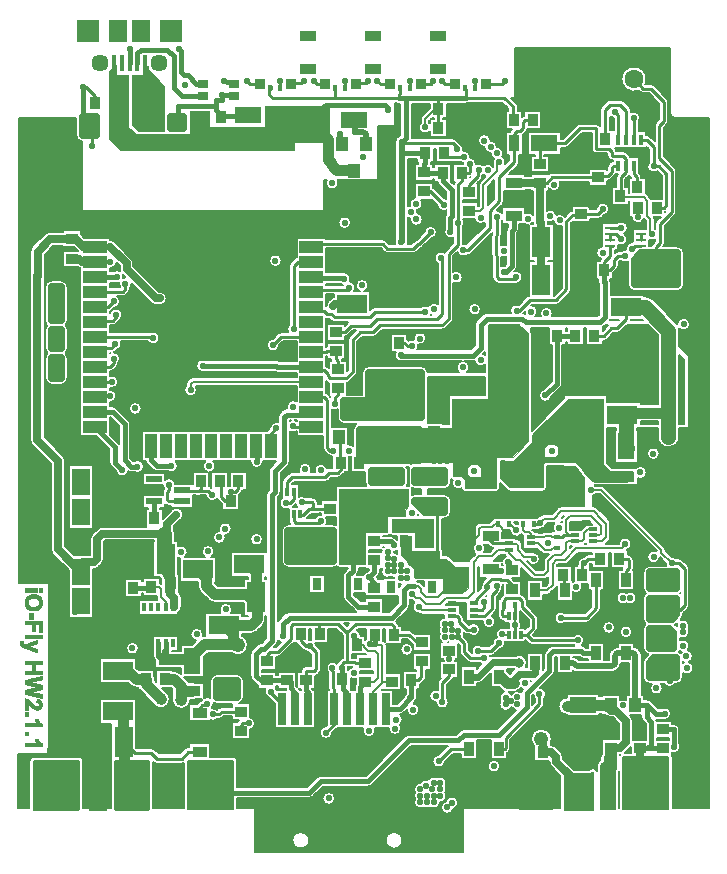
<source format=gbr>
G04 EasyPC Gerber Version 21.0.3 Build 4286 *
G04 #@! TF.Part,Single*
G04 #@! TF.FileFunction,Copper,L1,Top *
G04 #@! TF.FilePolarity,Positive *
%FSLAX35Y35*%
%MOIN*%
G04 #@! TA.AperFunction,SMDPad*
%ADD146R,0.01181X0.02559*%
%ADD110R,0.01339X0.03150*%
%ADD100R,0.01400X0.03600*%
%ADD91R,0.01575X0.02953*%
%ADD94R,0.01575X0.05315*%
%ADD102R,0.01772X0.01969*%
%ADD76R,0.01781X0.01969*%
%ADD80R,0.02756X0.04134*%
%ADD72R,0.02756X0.10630*%
%ADD81R,0.03150X0.03937*%
%ADD106R,0.03400X0.01000*%
%ADD112R,0.02559X0.01181*%
%ADD75R,0.03150X0.01339*%
%ADD111R,0.01575X0.01378*%
%ADD113R,0.01969X0.01781*%
%ADD107R,0.05200X0.02200*%
%ADD103R,0.03819X0.02598*%
%ADD109R,0.03200X0.04700*%
%ADD101R,0.03346X0.03543*%
%ADD20R,0.03543X0.03937*%
%ADD79R,0.03543X0.05512*%
%ADD22R,0.03937X0.07874*%
%ADD82R,0.04000X0.04800*%
G04 #@! TA.AperFunction,ComponentPad*
%ADD83R,0.05118X0.11811*%
G04 #@! TA.AperFunction,SMDPad*
%ADD24R,0.05512X0.08661*%
%ADD97R,0.05906X0.07480*%
G04 #@! TA.AperFunction,ComponentPad*
%ADD86R,0.05906X0.09843*%
%ADD73R,0.06000X0.09055*%
G04 #@! TA.AperFunction,SMDPad*
%ADD29R,0.06299X0.08661*%
%ADD26R,0.06300X0.10200*%
G04 #@! TA.AperFunction,ComponentPad*
%ADD85R,0.09843X0.11811*%
G04 #@! TA.AperFunction,SMDPad*
%ADD27R,0.12205X0.21654*%
G04 #@! TA.AperFunction,ComponentPad*
%ADD90R,0.01969X0.01969*%
%ADD96R,0.07480X0.07480*%
G04 #@! TA.AperFunction,SMDPad*
%ADD92R,0.11811X0.03150*%
%ADD28R,0.03937X0.03543*%
%ADD25R,0.05512X0.03543*%
%ADD108R,0.04803X0.03583*%
%ADD77R,0.05512X0.03583*%
%ADD21R,0.07874X0.03937*%
%ADD23R,0.15748X0.15748*%
G04 #@! TD.AperFunction*
%ADD71C,0.00100*%
%ADD18C,0.00394*%
%ADD10C,0.00500*%
%ADD15C,0.00787*%
%ADD13C,0.01000*%
%ADD117C,0.01500*%
%ADD124C,0.01575*%
G04 #@! TA.AperFunction,ComponentPad*
%ADD93C,0.01969*%
%ADD104C,0.02000*%
G04 #@! TA.AperFunction,WasherPad*
%ADD19C,0.02165*%
G04 #@! TD.AperFunction*
%ADD121C,0.02362*%
%ADD17C,0.02500*%
%ADD123C,0.02756*%
G04 #@! TA.AperFunction,ViaPad*
%ADD150C,0.03150*%
G04 #@! TD.AperFunction*
%ADD116C,0.03543*%
G04 #@! TA.AperFunction,ViaPad*
%ADD151C,0.03937*%
%ADD114C,0.04800*%
G04 #@! TD.AperFunction*
%ADD122C,0.05000*%
%ADD118C,0.05118*%
G04 #@! TA.AperFunction,ComponentPad*
%ADD95C,0.05709*%
G04 #@! TD.AperFunction*
%ADD120C,0.05906*%
G04 #@! TA.AperFunction,ComponentPad*
%ADD98C,0.06299*%
%ADD99C,0.07087*%
G04 #@! TD.AperFunction*
%ADD119C,0.07874*%
G04 #@! TA.AperFunction,ViaPad*
%ADD115C,0.11811*%
G04 #@! TA.AperFunction,WasherPad*
%ADD70C,0.12992*%
G04 #@! TA.AperFunction,SMDPad*
%ADD105R,0.08268X0.05118*%
%ADD78R,0.08661X0.05512*%
%ADD74R,0.10200X0.06300*%
G04 #@! TA.AperFunction,ComponentPad*
%ADD87R,0.11811X0.09843*%
%ADD89R,0.15748X0.09843*%
%ADD88R,0.11811X0.11811*%
%ADD84R,0.15748X0.11811*%
X0Y0D02*
D02*
D10*
X32252Y160358D02*
Y154483D01*
X34957Y151778*
G75*
G02X35293Y151312I-1262J-1266*
G01*
Y157389*
X32324Y160358*
X32252*
G36*
Y154483*
X34957Y151778*
G75*
G02X35293Y151312I-1262J-1266*
G01*
Y157389*
X32324Y160358*
X32252*
G37*
Y181652D02*
Y181598D01*
G75*
G02X32342Y181652I1125J-1798*
G01*
X32252*
G36*
Y181598*
G75*
G02X32342Y181652I1125J-1798*
G01*
X32252*
G37*
Y205201D02*
Y203683D01*
X35517*
G75*
G02X35241Y205235I1801J1120*
G01*
G75*
G02X33567Y205201I-877J1930*
G01*
X32252*
G36*
Y203683*
X35517*
G75*
G02X35241Y205235I1801J1120*
G01*
G75*
G02X33567Y205201I-877J1930*
G01*
X32252*
G37*
Y210006D02*
Y209091D01*
X33476*
G75*
G02X35596Y208891I888J-1925*
G01*
G75*
G02X35423Y209764I2114J873*
G01*
Y210607*
X34350Y211681*
G75*
G02X32252Y210006I-2073J445*
G01*
G36*
Y209091*
X33476*
G75*
G02X35596Y208891I888J-1925*
G01*
G75*
G02X35423Y209764I2114J873*
G01*
Y210607*
X34350Y211681*
G75*
G02X32252Y210006I-2073J445*
G01*
G37*
X37316Y206923D02*
X36361Y207879D01*
G75*
G02X36440Y206733I-1997J-714*
G01*
G75*
G02X37316Y206923I878J-1930*
G01*
G36*
X36361Y207879*
G75*
G02X36440Y206733I-1997J-714*
G01*
G75*
G02X37316Y206923I878J-1930*
G01*
G37*
X48868Y130098D02*
Y129620D01*
X49732*
Y126517*
X52707Y129491*
G75*
G02X54057Y130146I1617J-1617*
G01*
X52632*
Y130747*
X51726*
G75*
G02X50637Y131198J1538*
G01*
X50506Y131330*
Y130098*
X48868*
G36*
Y129620*
X49732*
Y126517*
X52707Y129491*
G75*
G02X54057Y130146I1617J-1617*
G01*
X52632*
Y130747*
X51726*
G75*
G02X50637Y131198J1538*
G01*
X50506Y131330*
Y130098*
X48868*
G37*
X56752Y30205D02*
Y44989D01*
G75*
G02X56057Y44841I-694J1546*
G01*
X47711*
G75*
G02X46543Y45307J1695*
G01*
Y30205*
X56752*
G36*
Y44989*
G75*
G02X56057Y44841I-694J1546*
G01*
X47711*
G75*
G02X46543Y45307J1695*
G01*
Y30205*
X56752*
G37*
X66760Y64882D02*
G75*
G02X66108Y63352I-2120J0D01*
G01*
G75*
G02X67885Y62821I343J-2092*
G01*
X68276Y63212*
G75*
G02X69364Y63663I1089J-1086*
G01*
X72736*
Y64799*
X67907*
G75*
G02X66747Y65115J2288*
G01*
G75*
G02X66760Y64882I-2109J-234*
G01*
G36*
G75*
G02X66108Y63352I-2120J0*
G01*
G75*
G02X67885Y62821I343J-2092*
G01*
X68276Y63212*
G75*
G02X69364Y63663I1089J-1086*
G01*
X72736*
Y64799*
X67907*
G75*
G02X66747Y65115J2288*
G01*
G75*
G02X66760Y64882I-2109J-234*
G01*
G37*
X82884Y76089D02*
Y75407D01*
X87646*
Y74386*
X88091*
Y75407*
X94102*
Y72709*
G75*
G02X94301Y71890I-1589J-819*
G01*
G75*
G02Y71889I-635J0*
G01*
G75*
G02Y71887I-641J-1*
G01*
Y70662*
X94547Y70416*
Y75407*
X95858*
Y75669*
G75*
G02X97553Y77364I1695*
G01*
X99244*
Y81188*
X98594Y81838*
G75*
G02X97431Y82400I298J2099*
G01*
G75*
G02X96386Y82851I43J1537*
G01*
X94656Y84581*
G75*
G02X94312Y85104I1086J1089*
G01*
X93257*
X89114Y80961*
G75*
G02X88026Y80510I-1089J1086*
G01*
X87646*
Y76089*
X82884*
G36*
Y75407*
X87646*
Y74386*
X88091*
Y75407*
X94102*
Y72709*
G75*
G02X94301Y71890I-1589J-819*
G01*
G75*
G02Y71889I-635J0*
G01*
G75*
G02Y71887I-641J-1*
G01*
Y70662*
X94547Y70416*
Y75407*
X95858*
Y75669*
G75*
G02X97553Y77364I1695*
G01*
X99244*
Y81188*
X98594Y81838*
G75*
G02X97431Y82400I298J2099*
G01*
G75*
G02X96386Y82851I43J1537*
G01*
X94656Y84581*
G75*
G02X94312Y85104I1086J1089*
G01*
X93257*
X89114Y80961*
G75*
G02X88026Y80510I-1089J1086*
G01*
X87646*
Y76089*
X82884*
G37*
X83741Y107067D02*
Y106453D01*
X84270*
Y107067*
X83741*
G36*
Y106453*
X84270*
Y107067*
X83741*
G37*
X87584Y145695D02*
X83209D01*
G75*
G02X83217Y145512I-2113J-183*
G01*
G75*
G02X78976I-2120*
G01*
G75*
G02X78984Y145695I2120J0*
G01*
X66564*
G75*
G02X65323Y141896I-1294J-1679*
G01*
Y137298*
G75*
G02X65965Y136913I-446J-1471*
G01*
X66004Y136873*
Y141982*
X71622*
Y137275*
G75*
G02X72067Y137465I1050J-1842*
G01*
Y141904*
X77685*
Y135892*
X76358*
G75*
G02X75962Y135211I-1483J407*
G01*
X75165Y134415*
Y129435*
X69547*
Y131209*
G75*
G02X69378Y131355I919J1233*
G01*
X68042Y132691*
G75*
G02X67774Y133052I1086J1089*
G01*
G75*
G02X64104Y134289I-1559J1437*
G01*
X62519*
G75*
G02X61802Y134132I-713J1537*
G01*
X61333*
G75*
G02X60619Y134289J1695*
G01*
X59907*
Y130146*
X54593*
G75*
G02X55942Y126257I-268J-2272*
G01*
X53620Y123934*
Y122547*
G75*
G02X53768Y121535I-3391J-1011*
G01*
Y119209*
X54896*
Y117300*
G75*
G02X57236Y113787I1004J-1867*
G01*
X63761*
G75*
G02X62756Y115591I1115J1803*
G01*
G75*
G02X66996I2120*
G01*
G75*
G02X65991Y113787I-2120*
G01*
X67628*
Y105413*
X67055*
Y105179*
X68165Y104069*
X76746*
Y106453*
X78123*
Y107067*
X72360*
Y115441*
X84270*
Y134488*
G75*
G02X84839Y135863I1945*
G01*
X85136Y136160*
Y142441*
G75*
G02X85706Y143816I1945*
G01*
X87584Y145695*
X78898Y119606D02*
G75*
G02X83138I2120D01*
G01*
G75*
G02X78898I-2120*
G01*
X68504Y123150D02*
G75*
G02X72744I2120D01*
G01*
G75*
G02X70542Y121031I-2120*
G01*
G75*
G02X70697Y120236I-1965J-795*
G01*
G75*
G02X66457I-2120*
G01*
G75*
G02X68659Y122355I2120*
G01*
G75*
G02X68504Y123150I1965J795*
G01*
X84270Y119606D02*
G36*
X83138D01*
G75*
G02X78898I-2120*
G01*
X70601*
G75*
G02X66552I-2024J630*
G01*
X53870*
Y119209*
X54896*
Y117300*
G75*
G02X58020Y115433I1004J-1867*
G01*
G75*
G02X57236Y113787I-2120*
G01*
X63761*
G75*
G02X62756Y115590I1113J1802*
G01*
G75*
G02Y115591I2654J0*
G01*
G75*
G02X66996I2120*
G01*
G75*
G02Y115590I-2654J0*
G01*
G75*
G02X65991Y113787I-2119*
G01*
X67628*
Y105413*
X67055*
Y105179*
X67915Y104319*
X76746*
Y106453*
X78123*
Y107067*
X72360*
Y115441*
X84270*
Y119606*
G37*
X87334Y145445D02*
G36*
X83215D01*
G75*
G02X78978I-2119J67*
G01*
X66836*
G75*
G02X67390Y144016I-1566J-1429*
G01*
G75*
G02X65323Y141896I-2120*
G01*
Y137298*
G75*
G02X65965Y136913I-446J-1471*
G01*
X66004Y136873*
Y141982*
X71622*
Y137275*
G75*
G02X72067Y137465I1045J-1830*
G01*
Y141904*
X77685*
Y135892*
X76358*
G75*
G02X75962Y135211I-1483J407*
G01*
X75165Y134415*
Y129435*
X69547*
Y131209*
G75*
G02X69378Y131355I893J1204*
G01*
X68042Y132691*
G75*
G02X67774Y133052I1079J1083*
G01*
G75*
G02X64104Y134289I-1559J1436*
G01*
X62519*
G75*
G02X61802Y134132I-712J1531*
G01*
X61333*
G75*
G02X60619Y134289I-1J1691*
G01*
X59907*
Y130146*
X54593*
G75*
G02X56612Y127874I-268J-2272*
G01*
G75*
G02X55942Y126257I-2287*
G01*
X53870Y124184*
Y119606*
X66552*
G75*
G02X66457Y120236I2024J630*
G01*
Y120237*
G75*
G02X68659Y122355I2120*
G01*
G75*
G02X68504Y123149I1963J794*
G01*
Y123150*
G75*
G02X72744I2120*
G01*
Y123149*
G75*
G02X70542Y121031I-2120*
G01*
G75*
G02X70697Y120237I-1963J-794*
G01*
Y120236*
G75*
G02X70601Y119606I-2120J0*
G01*
X78898*
G75*
G02X83138I2120*
G01*
X84270*
Y134488*
G75*
G02X84839Y135863I1945J0*
G01*
X85136Y136160*
Y142441*
G75*
G02X85706Y143816I1945J0*
G01*
X87334Y145445*
G37*
X87590Y84452D02*
X86723Y83585D01*
X87389*
X89071Y85267*
G75*
G02X88159Y85947I766J1977*
G01*
Y85827*
G75*
G02X87590Y84452I-1945*
G01*
G36*
X86723Y83585*
X87389*
X89071Y85267*
G75*
G02X88159Y85947I766J1977*
G01*
Y85827*
G75*
G02X87590Y84452I-1945*
G01*
G37*
X87646Y69789D02*
X87627D01*
G75*
G02X87801Y69325I-1885J-969*
G01*
X90829*
G75*
G02X90731Y69789I1685J597*
G01*
X88091*
Y70811*
X87646*
Y69789*
G36*
X87627*
G75*
G02X87801Y69325I-1885J-969*
G01*
X90829*
G75*
G02X90731Y69789I1685J597*
G01*
X88091*
Y70811*
X87646*
Y69789*
G37*
X88159Y133683D02*
Y92254D01*
G75*
G02X88540Y92793I1756J-837*
G01*
X90666Y94919*
G75*
G02X92044Y95488I1375J-1375*
G01*
X114337*
G75*
G02X113691Y95902I619J1677*
G01*
X110384Y99209*
G75*
G02X109860Y100472I1264J1264*
G01*
G75*
G02Y100473I635J0*
G01*
G75*
G02Y100476I641J1*
G01*
Y107559*
G75*
G02X110386Y108825I1787*
G01*
X111514Y109953*
Y110183*
X108656*
G75*
G02X107730Y110600J1234*
G01*
G75*
G02X106372Y110154I-1358J1841*
G01*
X91648*
G75*
G02X89360Y112441J2287*
G01*
Y122283*
G75*
G02X91648Y124571I2287*
G01*
X92208*
G75*
G02X91799Y125278I1219J1178*
G01*
X91720*
Y129831*
G75*
G02X89594Y133489I-939J1901*
G01*
Y137982*
X89606*
Y138740*
G75*
G02X90085Y139921I1695J0*
G01*
X91692Y141574*
G75*
G02X92907Y142089I1216J-1181*
G01*
X95320*
G75*
G02X95118Y142992I1918J904*
G01*
G75*
G02X99358I2120*
G01*
G75*
G02X99156Y142089I-2120J0*
G01*
X100377*
G75*
G02X104440Y143289I2058J510*
G01*
G75*
G02X105270Y143506I830J-1477*
G01*
X106240*
Y147125*
G75*
G02X105056Y147769I368J2088*
G01*
G75*
G02X104496Y148127I529J1444*
G01*
X103554Y149069*
G75*
G02X103102Y150157I1086J1089*
G01*
Y154140*
X94350*
Y155608*
X94312*
G75*
G02X92096Y155437I-1247J1715*
G01*
Y145512*
G75*
G02X91527Y144137I-1945*
G01*
X89026Y141635*
Y135354*
G75*
G02X88456Y133979I-1945*
G01*
X88159Y133683*
X98524Y107878D02*
X103748D01*
Y101866*
X98524*
Y107878*
X109860Y104872D02*
G36*
X103748D01*
Y101866*
X98524*
Y104872*
X88409*
Y92648*
G75*
G02X88540Y92793I1504J-1229*
G01*
X90666Y94919*
G75*
G02X92044Y95488I1375J-1375*
G01*
X114087*
Y95603*
G75*
G02X113691Y95902I869J1562*
G01*
X110384Y99209*
G75*
G02X109860Y100472I1265J1265*
G01*
Y100473*
Y100476*
Y104872*
G37*
X94350Y155358D02*
G36*
X93862D01*
G75*
G02X92268I-797J1964*
G01*
X92096*
Y145512*
G75*
G02X91527Y144137I-1945J0*
G01*
X89026Y141635*
Y135354*
G75*
G02X88456Y133979I-1945J0*
G01*
X88409Y133933*
Y104872*
X98524*
Y107878*
X103748*
Y104872*
X109860*
Y107559*
G75*
G02X110386Y108825I1788*
G01*
X111514Y109953*
Y110183*
X108656*
G75*
G02X107730Y110600I0J1233*
G01*
G75*
G02X106372Y110154I-1358J1841*
G01*
X91648*
G75*
G02X89360Y112441J2287*
G01*
Y122283*
G75*
G02X91648Y124571I2287*
G01*
X92208*
G75*
G02X91799Y125278I1221J1179*
G01*
X91720*
Y129831*
G75*
G02X88661Y131732I-939J1901*
G01*
G75*
G02X89594Y133489I2120*
G01*
Y137982*
X89606*
Y138740*
G75*
G02X90085Y139921I1696*
G01*
X91692Y141574*
G75*
G02X92907Y142089I1216J-1181*
G01*
X95320*
G75*
G02X95118Y142992I1915J903*
G01*
Y142992*
G75*
G02X99358I2120*
G01*
Y142992*
G75*
G02X99156Y142089I-2117*
G01*
X100377*
G75*
G02X100315Y142598I2057J510*
G01*
G75*
G02X104440Y143289I2120*
G01*
G75*
G02X105270Y143506I829J-1471*
G01*
X106240*
Y147125*
G75*
G02X105056Y147769I369J2089*
G01*
G75*
G02X104496Y148127I526J1440*
G01*
X103554Y149069*
G75*
G02X103102Y150157I1085J1088*
G01*
Y150157*
Y154140*
X94350*
Y155358*
G37*
X92096Y159335D02*
Y159209D01*
G75*
G02X92396Y159335I969J-1886*
G01*
X92096*
G36*
Y159209*
G75*
G02X92396Y159335I969J-1886*
G01*
X92096*
G37*
X92996Y138052D02*
Y137982D01*
X95134*
Y133798*
G75*
G02X97331Y133585I923J-1909*
G01*
X99597*
G75*
G02X100799Y133088I3J-1695*
G01*
X101114Y132773*
G75*
G02X101610Y131575I-1198J-1198*
G01*
G75*
G02Y131574I-635J0*
G01*
G75*
G02Y131572I-635J-1*
G01*
Y131490*
X101819*
Y131301*
X102421*
Y132573*
X107421*
Y136299*
G75*
G02X108656Y137533I1234*
G01*
X117611*
G75*
G02X117313Y138661I1990J1128*
G01*
Y142112*
X112539*
Y147172*
G75*
G02X111858Y147095I-576J2040*
G01*
Y142112*
X110622*
G75*
G02X110324Y141713I-1493J802*
G01*
X109226Y140615*
G75*
G02X108026Y140116I-1200J1196*
G01*
X105972*
X105053Y139197*
G75*
G02X103852Y138699I-1200J1196*
G01*
X93624*
X92996Y138052*
G36*
Y137982*
X95134*
Y133798*
G75*
G02X97331Y133585I923J-1909*
G01*
X99597*
G75*
G02X100799Y133088I3J-1695*
G01*
X101114Y132773*
G75*
G02X101610Y131575I-1198J-1198*
G01*
G75*
G02Y131574I-635J0*
G01*
G75*
G02Y131572I-635J-1*
G01*
Y131490*
X101819*
Y131301*
X102421*
Y132573*
X107421*
Y136299*
G75*
G02X108656Y137533I1234*
G01*
X117611*
G75*
G02X117313Y138661I1990J1128*
G01*
Y142112*
X112539*
Y147172*
G75*
G02X111858Y147095I-576J2040*
G01*
Y142112*
X110622*
G75*
G02X110324Y141713I-1493J802*
G01*
X109226Y140615*
G75*
G02X108026Y140116I-1200J1196*
G01*
X105972*
X105053Y139197*
G75*
G02X103852Y138699I-1200J1196*
G01*
X93624*
X92996Y138052*
G37*
X93219Y130513D02*
G75*
G02X93207Y130502I-1195J1225D01*
G01*
X94454*
G75*
G02X94024Y131291I1603J1387*
G01*
X93219Y130513*
G36*
G75*
G02X93207Y130502I-1195J1225*
G01*
X94454*
G75*
G02X94024Y131291I1603J1387*
G01*
X93219Y130513*
G37*
X94350Y159335D02*
X93734D01*
G75*
G02X94350Y159009I-669J-2012*
G01*
Y159335*
G36*
X93734*
G75*
G02X94350Y159009I-669J-2012*
G01*
Y159335*
G37*
X95766Y69789D02*
X95173D01*
G75*
G02X95499Y69325I-1281J-1246*
G01*
X95766*
Y69789*
G36*
X95173*
G75*
G02X95499Y69325I-1281J-1246*
G01*
X95766*
Y69789*
G37*
X98551Y89880D02*
Y86030D01*
G75*
G02X99232I341J-2093*
G01*
Y89880*
X98551*
G36*
Y86030*
G75*
G02X99232I341J-2093*
G01*
Y89880*
X98551*
G37*
X99247Y128037D02*
X97944Y126734D01*
X100661*
G75*
G02X102421Y127789I1833J-1065*
G01*
Y128226*
X101819*
Y128037*
X99247*
G36*
X97944Y126734*
X100661*
G75*
G02X102421Y127789I1833J-1065*
G01*
Y128226*
X101819*
Y128037*
X99247*
G37*
X104299Y172261D02*
Y168393D01*
G75*
G02X104488Y168231I-900J-1248*
G01*
X105020Y167700*
Y171770*
G75*
G02X104419Y172141I487J1458*
G01*
X104299Y172261*
G36*
Y168393*
G75*
G02X104488Y168231I-900J-1248*
G01*
X105020Y167700*
Y171770*
G75*
G02X104419Y172141I487J1458*
G01*
X104299Y172261*
G37*
Y180608D02*
Y177283D01*
G75*
G02X104705Y176991I-683J-1378*
G01*
X105020Y176676*
Y179187*
X105917*
G75*
G02X105859Y179553I1479J420*
G01*
X104390*
Y180609*
G75*
G02X104344Y180608I-49J1537*
G01*
X104299*
G36*
Y177283*
G75*
G02X104705Y176991I-683J-1378*
G01*
X105020Y176676*
Y179187*
X105917*
G75*
G02X105859Y179553I1479J420*
G01*
X104390*
Y180609*
G75*
G02X104344Y180608I-49J1537*
G01*
X104299*
G37*
Y193197D02*
Y183877D01*
G75*
G02X104390Y183890I263J-1515*
G01*
Y185171*
X110402*
Y179553*
X109451*
G75*
G02X109548Y179187I-1425J-576*
G01*
X111031*
Y175574*
X111606Y176149*
Y186142*
G75*
G02X112058Y187230I1538*
G01*
X114078Y189250*
X113151*
X111476Y187576*
G75*
G02X110402Y187124I-1089J1086*
G01*
Y185852*
X104390*
Y191470*
X110402*
Y190850*
X111425Y191873*
G75*
G02X111482Y191927I1088J-1087*
G01*
X107084*
G75*
G02X105882Y192424I-3J1695*
G01*
X105119Y193187*
X104485*
G75*
G02X104299Y193197I-4J1695*
G01*
G36*
Y183877*
G75*
G02X104390Y183890I263J-1515*
G01*
Y185171*
X110402*
Y179553*
X109451*
G75*
G02X109548Y179187I-1425J-576*
G01*
X111031*
Y175574*
X111606Y176149*
Y186142*
G75*
G02X112058Y187230I1538*
G01*
X114078Y189250*
X113151*
X111476Y187576*
G75*
G02X110402Y187124I-1089J1086*
G01*
Y185852*
X104390*
Y191470*
X110402*
Y190850*
X111425Y191873*
G75*
G02X111482Y191927I1088J-1087*
G01*
X107084*
G75*
G02X105882Y192424I-3J1695*
G01*
X105119Y193187*
X104485*
G75*
G02X104299Y193197I-4J1695*
G01*
G37*
Y201297D02*
Y197341D01*
G75*
G02X104322Y197329I-770J-1517*
G01*
G75*
G02X104321Y197402I2286J74*
G01*
G75*
G02X104991Y199019I2287J0*
G01*
X105692Y199720*
G75*
G02X106691Y200305I1618J-1617*
G01*
Y201297*
X104299*
G36*
Y197341*
G75*
G02X104322Y197329I-770J-1517*
G01*
G75*
G02X104321Y197402I2286J74*
G01*
G75*
G02X104991Y199019I2287J0*
G01*
X105692Y199720*
G75*
G02X106691Y200305I1618J-1617*
G01*
Y201297*
X104299*
G37*
Y204827D02*
Y204372D01*
X109844*
G75*
G02X108874Y204827I386J2085*
G01*
X104299*
G36*
Y204372*
X109844*
G75*
G02X108874Y204827I386J2085*
G01*
X104299*
G37*
X105581Y167270D02*
X105450D01*
X105561Y167159*
G75*
G02X105581Y167270I1518J-229*
G01*
G36*
X105450*
X105561Y167159*
G75*
G02X105581Y167270I1518J-229*
G01*
G37*
X106177Y162885D02*
Y157091D01*
X111472*
Y151275*
G75*
G02X113297Y150860I490J-2063*
G01*
Y156142*
G75*
G02X113398Y156812I2287*
G01*
Y157091*
X113503*
G75*
G02X114290Y158028I2081J-949*
G01*
X110309*
G75*
G02X108022Y160315J2287*
G01*
Y162903*
G75*
G02X106177Y162885I-941J1900*
G01*
G36*
Y157091*
X111472*
Y151275*
G75*
G02X113297Y150860I490J-2063*
G01*
Y156142*
G75*
G02X113398Y156812I2287*
G01*
Y157091*
X113503*
G75*
G02X114290Y158028I2081J-949*
G01*
X110309*
G75*
G02X108022Y160315J2287*
G01*
Y162903*
G75*
G02X106177Y162885I-941J1900*
G01*
G37*
X107421Y126955D02*
X104181D01*
G75*
G02X104308Y124571I-1687J-1285*
G01*
X106372*
G75*
G02X107421Y124316I0J-2287*
G01*
Y126955*
G36*
X104181*
G75*
G02X104308Y124571I-1687J-1285*
G01*
X106372*
G75*
G02X107421Y124316I0J-2287*
G01*
Y126955*
G37*
X111467Y76139D02*
Y75919D01*
X111574*
G75*
G02X112851Y77124I1963J-802*
G01*
X111533*
G75*
G02X111467Y76139I-2091J-352*
G01*
G36*
Y75919*
X111574*
G75*
G02X112851Y77124I1963J-802*
G01*
X111533*
G75*
G02X111467Y76139I-2091J-352*
G01*
G37*
X111952Y91598D02*
X110176D01*
X111064Y90711*
X111952Y91598*
G36*
X110176*
X111064Y90711*
X111952Y91598*
G37*
X112488Y69907D02*
X112419D01*
G75*
G02X112670Y69325I-1638J-1049*
G01*
X113758*
Y70433*
G75*
G02X114232Y71646I1787*
G01*
Y73115*
G75*
G02X112488Y73276I-694J2003*
G01*
Y69907*
G36*
X112419*
G75*
G02X112670Y69325I-1638J-1049*
G01*
X113758*
Y70433*
G75*
G02X114232Y71646I1787*
G01*
Y73115*
G75*
G02X112488Y73276I-694J2003*
G01*
Y69907*
G37*
X112791Y81482D02*
Y80199D01*
X113852*
G75*
G02X114232Y80151J-1537*
G01*
Y81234*
X117493*
G75*
G02X117248Y81431I770J1207*
G01*
X117196Y81482*
X112791*
G36*
Y80199*
X113852*
G75*
G02X114232Y80151J-1537*
G01*
Y81234*
X117493*
G75*
G02X117248Y81431I770J1207*
G01*
X117196Y81482*
X112791*
G37*
X113435Y101866D02*
Y101213D01*
X115695Y98953*
X117303*
Y99974*
X123315*
Y95488*
X125252*
X128128Y98365*
Y100665*
X123315*
Y100656*
X117303*
Y101866*
X113435*
G36*
Y101213*
X115695Y98953*
X117303*
Y99974*
X123315*
Y95488*
X125252*
X128128Y98365*
Y100665*
X123315*
Y100656*
X117303*
Y101866*
X113435*
G37*
X114563Y107946D02*
X114494Y107878D01*
X116681*
G75*
G02X118119Y108999I1896J-949*
G01*
X118522Y109402*
Y109789*
X117303*
Y110185*
G75*
G02X117238Y110183I-62J1233*
G01*
X115089*
Y109213*
G75*
G02X114563Y107946I-1787*
G01*
G36*
X114494Y107878*
X116681*
G75*
G02X118119Y108999I1896J-949*
G01*
X118522Y109402*
Y109789*
X117303*
Y110185*
G75*
G02X117238Y110183I-62J1233*
G01*
X115089*
Y109213*
G75*
G02X114563Y107946I-1787*
G01*
G37*
X114869Y89722D02*
X114537Y89391D01*
G75*
G02X115737Y87494I-921J-1910*
G01*
X117213*
Y85910*
G75*
G02X117657Y86389I1758J-1186*
G01*
Y89722*
X114869*
G36*
X114537Y89391*
G75*
G02X115737Y87494I-921J-1910*
G01*
X117213*
Y85910*
G75*
G02X117657Y86389I1758J-1186*
G01*
Y89722*
X114869*
G37*
X118472Y116089D02*
Y115407D01*
X122598*
G75*
G02Y115433I2122J13*
G01*
G75*
G02X122702Y116089I2120*
G01*
X118472*
G36*
Y115407*
X122598*
G75*
G02Y115433I2122J13*
G01*
G75*
G02X122702Y116089I2120*
G01*
X118472*
G37*
X119980Y75616D02*
X115598D01*
G75*
G02X115650Y74935I-2061J-498*
G01*
X119980*
Y75616*
G36*
X115598*
G75*
G02X115650Y74935I-2061J-498*
G01*
X119980*
Y75616*
G37*
X121571Y107395D02*
X121105Y106929D01*
X121571Y106463*
G75*
G02X121736Y106274I-1262J-1266*
G01*
X123150*
Y106677*
X127008*
G75*
G02Y106693I2123J8*
G01*
G75*
G02X127009Y106779I2116J4*
G01*
G75*
G02X125821Y107087I-86J2118*
G01*
G75*
G02X122795Y109789I-1102J1811*
G01*
X122096*
Y108661*
G75*
G02X121571Y107395I-1787*
G01*
G36*
X121105Y106929*
X121571Y106463*
G75*
G02X121736Y106274I-1262J-1266*
G01*
X123150*
Y106677*
X127008*
G75*
G02Y106693I2123J8*
G01*
G75*
G02X127009Y106779I2116J4*
G01*
G75*
G02X125821Y107087I-86J2118*
G01*
G75*
G02X122795Y109789I-1102J1811*
G01*
X122096*
Y108661*
G75*
G02X121571Y107395I-1787*
G01*
G37*
X123276Y89722D02*
Y85732D01*
G75*
G02X123957Y85383I-289J-1402*
G01*
Y89722*
X123276*
G36*
Y85732*
G75*
G02X123957Y85383I-289J-1402*
G01*
Y89722*
X123276*
G37*
X123315Y117110D02*
Y117022D01*
G75*
G02X123422Y117110I1404J-1589*
G01*
X123315*
G36*
Y117022*
G75*
G02X123422Y117110I1404J-1589*
G01*
X123315*
G37*
Y120813D02*
Y120685D01*
X125700*
G75*
G02X126967Y120161I3J-1787*
G01*
X127460Y119669*
G75*
G02X127894Y119522I-459J-2069*
G01*
Y120813*
X126293*
G75*
G02X125467Y121131J1234*
G01*
G75*
G02X124640Y120813I-827J917*
G01*
X123315*
G36*
Y120685*
X125700*
G75*
G02X126967Y120161I3J-1787*
G01*
X127460Y119669*
G75*
G02X127894Y119522I-459J-2069*
G01*
Y120813*
X126293*
G75*
G02X125467Y121131J1234*
G01*
G75*
G02X124640Y120813I-827J917*
G01*
X123315*
G37*
X126839Y115433D02*
G75*
G02X126814Y115109I-2120J0D01*
G01*
G75*
G02X127894Y114877I109J-2117*
G01*
Y115675*
G75*
G02X126838Y115485I-892J1924*
G01*
G75*
G02X126839Y115433I-2118J-58*
G01*
G36*
G75*
G02X126814Y115109I-2120J0*
G01*
G75*
G02X127894Y114877I109J-2117*
G01*
Y115675*
G75*
G02X126838Y115485I-892J1924*
G01*
G75*
G02X126839Y115433I-2118J-58*
G01*
G37*
X127238Y265057D02*
Y257323D01*
X121648*
Y239370*
X108026*
G75*
G02X108335Y238268I-1811J-1102*
G01*
G75*
G02X104094I-2120*
G01*
G75*
G02X104404Y239370I2120*
G01*
X103656*
Y229114*
X43813Y229213*
X22750*
Y252235*
G75*
G02X20856Y254488I394J2253*
G01*
Y260118*
X1726*
Y105039*
X11569*
Y105030*
X12593*
G75*
G02X13843Y103780J-1250*
G01*
Y51205*
G75*
G02X12593Y49955I-1250*
G01*
X11569*
Y47913*
X1537*
Y30205*
X5335*
Y45669*
G75*
G02X6766Y47100I1431*
G01*
X21884*
G75*
G02X23315Y45669J-1431*
G01*
Y30205*
X32500*
Y45748*
G75*
G02X32585Y46233I1431*
G01*
Y58169*
X28659*
Y66543*
X40935*
Y58185*
X40959*
Y50189*
X41180Y49963*
X45978*
G75*
G02X47179Y49464J-1694*
G01*
X48413Y48230*
X55355*
X57061Y49937*
G75*
G02X58262Y50435I1200J-1196*
G01*
X58681*
Y51569*
X65559*
Y47179*
X73222*
G75*
G02X74654Y45748J-1431*
G01*
Y37022*
X97821*
X101066Y40267*
G75*
G02X102357Y40801I1291J-1290*
G01*
X117427*
X130515Y53889*
G75*
G02X131806Y54423I1291J-1290*
G01*
X147427*
X148783Y55778*
G75*
G02X150073Y56313I1291J-1290*
G01*
X161128*
X167473Y62658*
G75*
G02X166129Y63633I474J2067*
G01*
G75*
G02X165989Y63628I-154J2116*
G01*
G75*
G02X161969Y64567I-1901J939*
G01*
G75*
G02X162302Y65709I2120J0*
G01*
G75*
G02X163559Y68904I1786J1142*
G01*
G75*
G02X162006Y70315I1080J2750*
G01*
X161868Y70453*
X159128*
Y72873*
G75*
G02Y74804I2637J966*
G01*
Y74894*
X156504Y72270*
G75*
G02X154932Y71620I-1569J1569*
G01*
X154404*
Y70453*
X149128*
Y77224*
X154404*
Y76444*
X155998Y78039*
G75*
G02X155345Y78463I807J1961*
G01*
X152256*
G75*
G02X151168Y78914J1538*
G01*
X149144Y80937*
G75*
G02X148693Y82026I1086J1089*
G01*
Y84341*
X148197Y84856*
Y79711*
X147465*
G75*
G02X147306Y79030I-2116J133*
G01*
X148197*
Y73411*
X146636*
G75*
G02X146277Y72848I-1445J526*
G01*
X144524Y71096*
Y66696*
G75*
G02X145106Y65236I-1537J-1460*
G01*
G75*
G02X140866I-2120*
G01*
G75*
G02X140867Y65288I2119J-7*
G01*
G75*
G02X138583Y67402I-164J2114*
G01*
G75*
G02X141449Y69386I2120*
G01*
Y71732*
G75*
G02X141900Y72821I1538*
G01*
X142491Y73411*
X142185*
Y79030*
X143391*
G75*
G02X143232Y79711I1958J814*
G01*
X142185*
Y85329*
X142872*
G75*
G02X142097Y88228I1059J1837*
G01*
G75*
G02X142059Y90287I1835J1063*
G01*
G75*
G02X143461Y93501I1793J1131*
G01*
Y94506*
X136136*
G75*
G02X135029Y94955J1589*
G01*
X135015Y94969*
G75*
G02X133584Y98556I98J2118*
G01*
G75*
G02X133086Y98915I662J1444*
G01*
X132720Y99306*
G75*
G02X132018Y99493I188J2112*
G01*
Y97559*
G75*
G02X131448Y96184I-1945*
G01*
X127528Y92264*
X127962Y91830*
G75*
G02X128452Y90801I-1196J-1200*
G01*
X129575*
Y89333*
X131884*
G75*
G02X132972Y88881J-1538*
G01*
X133769Y88085*
X139299*
Y82467*
X133287*
Y84218*
X131247Y86258*
X129575*
Y84789*
X124342*
G75*
G02X124417Y84331I-1356J-459*
G01*
Y75014*
X129299*
Y69396*
X123287*
Y69800*
X122807Y69325*
X126622*
Y64760*
X127974*
X130174Y66960*
G75*
G02X130884Y68291I2104J-267*
G01*
Y69593*
X129862*
Y75604*
X134205*
Y76167*
X133287*
Y81785*
X139299*
Y76167*
X137594*
Y73783*
G75*
G02Y73780I-635J-1*
G01*
G75*
G02X137098Y72581I-1695J-1*
G01*
X135917Y71400*
G75*
G02X135480Y71084I-1199J1198*
G01*
Y69593*
X134459*
Y66929*
G75*
G02X134376Y66393I-1787J0*
G01*
G75*
G02X133362Y64871I-2099J300*
G01*
G75*
G02X135343Y62756I-140J-2115*
G01*
G75*
G02X131102I-2120*
G01*
G75*
G02X131104Y62834I2119J-4*
G01*
X129981Y61711*
G75*
G02X128936Y61199I-1266J1262*
G01*
G75*
G02X128861Y57800I-1304J-1671*
G01*
G75*
G02X129280Y56535I-1702J-1265*
G01*
G75*
G02X125039I-2120*
G01*
G75*
G02X125041Y56620I2120J3*
G01*
X120430*
G75*
G02X120618Y55748I-1932J-872*
G01*
G75*
G02X116378I-2120*
G01*
G75*
G02X116566Y56620I2120J0*
G01*
X107765*
X106287Y55142*
G75*
G02X102047Y55197I-2119J55*
G01*
G75*
G02X104113Y57316I2120*
G01*
X104469Y57672*
Y69325*
X105113*
G75*
G02X104992Y69921I1417J596*
G01*
G75*
G02Y69922I740J0*
G01*
G75*
G02Y69925I868J2*
G01*
Y75008*
G75*
G02X104979Y75029I1311J831*
G01*
G75*
G02X104173Y76693I1314J1664*
G01*
G75*
G02X107833Y78151I2120*
G01*
G75*
G02X107937Y78265I1610J-1377*
G01*
G75*
G02X108356Y79040I1505J-312*
G01*
X109065Y79748*
G75*
G02X109717Y80136I1087J-1087*
G01*
Y87710*
X107546Y89880*
X104850*
Y85104*
X100661*
G75*
G02X100991Y84235I-1769J-1168*
G01*
X102135Y83090*
G75*
G02X102634Y81890I-1196J-1200*
G01*
Y76461*
G75*
G02Y76457I-1031J-2*
G01*
G75*
G02X102199Y75323I-1695J-1*
G01*
X101490Y74535*
G75*
G02X100559Y74007I-1259J1134*
G01*
Y69789*
X99541*
G75*
G02X99848Y69325I-1319J-1207*
G01*
X100638*
Y56620*
X87146*
Y64710*
X85035Y66820*
G75*
G02X83857Y69789I707J1999*
G01*
X81634*
Y70793*
G75*
G02X80981Y71223I723J1806*
G01*
X79564Y72641*
G75*
G02X78994Y74016I1375J1375*
G01*
Y81417*
G75*
G02X79564Y82793I1945*
G01*
X81296Y84525*
G75*
G02X82674Y85094I1375J-1375*
G01*
X82732*
X84270Y86632*
Y94177*
X83984*
Y92913*
G75*
G02X83115Y90816I-2967*
G01*
X81233Y88933*
G75*
G02X79134Y88064I-2098J2098*
G01*
X76211*
Y87506*
G75*
G02X78156Y84409I-1492J-3097*
G01*
G75*
G02X72531Y81758I-3437*
G01*
X64701*
X63413Y80470*
Y73707*
X56795*
X57172Y73330*
G75*
G02X58511Y72002I-1312J-2661*
G01*
X59620*
G75*
G02X60574Y71844J-2966*
G01*
X63413*
Y66612*
G75*
G02X65645Y66749I1226J-1730*
G01*
G75*
G02X65620Y67087I2263J339*
G01*
Y72402*
G75*
G02X67907Y74689I2287*
G01*
X74502*
G75*
G02X76789Y72402J-2287*
G01*
Y67087*
G75*
G02X75278Y64935I-2287*
G01*
X78748*
Y60362*
G75*
G02Y56173I-329J-2094*
G01*
Y53018*
X72736*
Y58636*
X74573*
G75*
G02X74656Y58726I1172J-996*
G01*
X75247Y59317*
X72736*
Y60589*
X70001*
X69587Y60174*
G75*
G02X68498Y59722I-1089J1086*
G01*
X67911*
G75*
G02X65559Y59337I-1460J1537*
G01*
Y58904*
X58681*
Y64561*
X60968*
G75*
G02X61033Y64630I1151J-1020*
G01*
X61742Y65339*
G75*
G02X62722Y65786I1087J-1087*
G01*
G75*
G02X63000Y66226I1917J-903*
G01*
X60574*
G75*
G02X59620Y66069I-954J2809*
G01*
X58906*
G75*
G02Y66063I-3021J-3*
G01*
G75*
G02X52894I-3006*
G01*
G75*
G02Y66083I3000J10*
G01*
G75*
G02Y66102I2984J10*
G01*
Y69663*
X52571Y69986*
X49661*
X50902Y68726*
G75*
G02X52134Y66299I-1774J-2427*
G01*
G75*
G02X46674Y64564I-3006*
G01*
X42053Y69257*
G75*
G02X41527Y69986I2115J2080*
G01*
X41358*
Y70183*
X40785*
G75*
G02X38795Y71006I-3J2809*
G01*
X38234Y71567*
X28659*
Y79941*
X40935*
Y76811*
X41748Y75998*
X46976*
Y73946*
G75*
G02X47134Y72992I-2809J-954*
G01*
Y72554*
X47657Y72022*
Y75998*
X53276*
Y75801*
X53534*
G75*
G02X55524Y74978I3J-2809*
G01*
X55827Y74675*
Y76797*
X52882*
Y76600*
X47264*
Y79415*
X47077Y79602*
G75*
G02X46553Y80866I1264J1264*
G01*
G75*
G02Y80867I635J0*
G01*
G75*
G02Y80869I641J1*
G01*
Y82506*
X46516*
Y87533*
X54890*
Y82506*
X52882*
Y82415*
X55827*
Y84443*
X59441*
X60845Y85848*
G75*
G02X58976Y87953I251J2105*
G01*
G75*
G02X63217I2120*
G01*
G75*
G02X63128Y87346I-2120J0*
G01*
G75*
G02X63541Y87376I409J-2779*
G01*
X63935*
Y95217*
X68959*
G75*
G02X68661Y96299I1823J1083*
G01*
G75*
G02X72902I2120*
G01*
G75*
G02X72604Y95217I-2120*
G01*
X76211*
Y93997*
X77906*
X78051Y94142*
Y94177*
X76746*
Y98184*
G75*
G02X76591Y98329I1834J2130*
G01*
X76469Y98451*
X67005*
G75*
G02X65016Y99274I-3J2809*
G01*
X62260Y102030*
G75*
G02X61437Y104016I1986J1986*
G01*
Y105413*
X55352*
Y113385*
G75*
G02X54896Y113566I548J2048*
G01*
Y108169*
X54930Y108100*
G75*
G02X55244Y106772I-2653J-1328*
G01*
Y103622*
G75*
G02X55087Y102669I-2966*
G01*
Y102142*
X55363Y101866*
G75*
G02X56071Y100157I-1707J-1708*
G01*
Y97126*
G75*
G02X54890Y95050I-2415*
G01*
Y94514*
X41791*
Y99541*
X47978*
G75*
G02X47697Y100394I1150J852*
G01*
G75*
G02Y100397I660J2*
G01*
Y100616*
X43169*
Y101677*
X42724*
Y100537*
X37106*
Y106549*
X42724*
Y105567*
X43169*
Y106628*
X48787*
Y105015*
G75*
G02X49311Y104772I-329J-1393*
G01*
Y106071*
X48880Y106933*
X46522*
Y119209*
X46693*
Y119248*
X30587*
X30156Y118816*
Y113071*
G75*
G02X29485Y111453I-2287J0*
G01*
X28305Y110273*
G75*
G02X26687Y109602I-1619J1617*
G01*
X26492*
Y93352*
X18417*
Y109222*
X13149Y114490*
G75*
G02X12431Y116220I1727J1731*
G01*
Y144735*
X6259Y150907*
G75*
G02X5541Y152638I1727J1731*
G01*
Y215512*
G75*
G02X6267Y217250I2445*
G01*
X10556Y221499*
G75*
G02X12278Y222209I1722J-1735*
G01*
X16358*
Y222573*
X22370*
Y221331*
X23550Y220152*
X32252*
Y219429*
G75*
G02X33737Y218763I-132J-2283*
G01*
X39327Y213173*
G75*
G02X39998Y211555I-1617J-1619*
G01*
Y210711*
X48501Y202209*
X48813*
G75*
G02Y197634J-2287*
G01*
X47553*
G75*
G02X45935Y198305I0J2287*
G01*
X39437Y204802*
G75*
G02X38854Y203343I-2120J1*
G01*
Y203031*
G75*
G02X38403Y201943I-1538*
G01*
X37520Y201060*
G75*
G02X36431Y200608I-1089J1086*
G01*
X34632*
G75*
G02X33435Y196778I-1252J-1711*
G01*
X32717Y196060*
G75*
G02X32252Y195741I-1089J1086*
G01*
Y195209*
G75*
G02X36367Y194488I1994J-721*
G01*
G75*
G02X35560Y192824I-2120*
G01*
G75*
G02X35332Y192533I-1315J799*
G01*
X34154Y191355*
G75*
G02X33065Y190904I-1089J1086*
G01*
X32252*
Y188683*
X45876*
G75*
G02X48729Y186693I732J-1990*
G01*
G75*
G02X44786Y185608I-2120*
G01*
X35898*
G75*
G02X34245Y182622I-1928J-884*
G01*
X33773Y182150*
G75*
G02X33489Y181920I-1200J1195*
G01*
G75*
G02X34917Y178343I-109J-2117*
G01*
Y178228*
G75*
G02X34466Y177140I-1538*
G01*
X33386Y176060*
G75*
G02X32297Y175608I-1089J1086*
G01*
X32252*
Y174142*
G75*
G02X35028Y172126I656J-2016*
G01*
G75*
G02X32252Y170110I-2120*
G01*
Y169521*
G75*
G02Y165282I-53J-2119*
G01*
Y163933*
X33065*
G75*
G02X34331Y163407J-1787*
G01*
X38343Y159396*
G75*
G02X38868Y158130I-1262J-1266*
G01*
Y146705*
X39888Y145646*
X40193*
G75*
G02X43453Y143858I1140J-1787*
G01*
G75*
G02X40193Y142071I-2120*
G01*
X39128*
G75*
G02X38296Y142276J1787*
G01*
G75*
G02X34144Y142220I-2082J401*
G01*
X32433Y143931*
G75*
G02X31907Y145197I1262J1266*
G01*
Y149771*
X27539Y154140*
X22303*
Y209939*
G75*
G02X21610Y210262I605J2206*
G01*
X16437*
Y215880*
X21352*
X20277Y216955*
X16358*
Y217319*
X13284*
X10431Y214493*
Y153650*
X16603Y147479*
G75*
G02X17321Y145748I-1727J-1731*
G01*
Y117233*
X20150Y114404*
X25581*
Y119764*
G75*
G02X26252Y121382I2287J0*
G01*
X28022Y123152*
G75*
G02X29640Y123823I1619J-1617*
G01*
X44114*
Y129620*
X44978*
Y130098*
X43230*
Y134370*
X49717*
Y135354*
G75*
G02X50168Y136443I1538*
G01*
X50207Y136481*
G75*
G02X49703Y137598I1599J1393*
G01*
X43230*
Y141870*
X50506*
Y139549*
G75*
G02X53911Y138122I1299J-1675*
G01*
X59705*
Y141982*
X64670*
G75*
G02X63975Y145695I600J2033*
G01*
X54062*
G75*
G02X51531Y142307I-1391J-1600*
G01*
X47711*
G75*
G02X46444Y142833J1787*
G01*
X44539Y144738*
G75*
G02X44041Y145695I1262J1266*
G01*
X42795*
Y155644*
X84477*
G75*
G02X84715Y155951I1325J-781*
G01*
X85513Y156748*
G75*
G02X88207Y158733I2119J-55*
G01*
Y160315*
G75*
G02X88707Y161617I1945*
G01*
X89569Y162576*
G75*
G02X91018Y163224I1450J-1297*
G01*
X91278*
G75*
G02X94350Y165700I2023J634*
G01*
Y170557*
X60806*
G75*
G02X61169Y169370I-1757J-1187*
G01*
G75*
G02X56929I-2120*
G01*
G75*
G02X57539Y170858I2120*
G01*
Y171257*
G75*
G02Y171259I455J1*
G01*
G75*
G02Y171260I557J0*
G01*
G75*
G02X58005Y172383I1589*
G01*
X58891Y173269*
G75*
G02X60017Y173734I1123J-1123*
G01*
X94350*
Y175201*
X87793*
G75*
G02X86684Y175545I-4J1945*
G01*
X63899*
G75*
G02X60935Y177490I-844J1945*
G01*
G75*
G02X63899Y179435I2120*
G01*
X87461*
G75*
G02X88570Y179091I4J-1945*
G01*
X94350*
Y185608*
X89981*
X88649Y184276*
G75*
G02X84409Y184331I-2119J55*
G01*
G75*
G02X86475Y186450I2120*
G01*
X88256Y188231*
G75*
G02X89344Y188683I1089J-1086*
G01*
X91511*
G75*
G02X91843Y191145I1869J1002*
G01*
Y210709*
G75*
G02X92294Y211797I1538*
G01*
X93728Y213231*
G75*
G02X94350Y213611I1089J-1086*
G01*
Y220152*
X104299*
Y219648*
X123045*
G75*
G02X124134Y219196J-1538*
G01*
X125257Y218073*
X127194*
G75*
G02X127323Y219713I2012J667*
G01*
Y252205*
G75*
G02X128677Y254181I2120*
G01*
X128817Y254313*
Y264650*
X128656*
G75*
G02X127457Y265057J1965*
G01*
X127238*
X128976Y82913D02*
G75*
G02X133217I2120D01*
G01*
G75*
G02X128976I-2120*
G01*
X37559Y83307D02*
G75*
G02X41799I2120D01*
G01*
G75*
G02X37559I-2120*
G01*
X38504Y163228D02*
G75*
G02X42744I2120D01*
G01*
G75*
G02X38504I-2120*
G01*
X18417Y144246D02*
X26492D01*
Y123175*
X18417*
Y144246*
X15841Y205890D02*
G75*
G02X18128Y203602J-2287D01*
G01*
Y192657*
G75*
G02X17421Y191004I-2287J0*
G01*
G75*
G02X18128Y189350I-1580J-1654*
G01*
Y183346*
G75*
G02X17338Y181617I-2287*
G01*
G75*
G02X18069Y179941I-1557J-1676*
G01*
Y173386*
G75*
G02X15781Y171098I-2287*
G01*
X12888*
G75*
G02X10600Y173386J2287*
G01*
Y179941*
G75*
G02X11331Y181617I2288*
G01*
G75*
G02X10541Y183346I1497J1729*
G01*
Y189350*
G75*
G02X11219Y190976I2287*
G01*
G75*
G02X10482Y192657I1551J1682*
G01*
Y203602*
G75*
G02X12770Y205890I2287*
G01*
X15841*
X108268Y225197D02*
G75*
G02X112508I2120D01*
G01*
G75*
G02X108268I-2120*
G01*
X85197Y212480D02*
G75*
G02X89437I2120D01*
G01*
G75*
G02X85197I-2120*
G01*
X148693Y82913D02*
G36*
X148197D01*
Y79711*
X147465*
G75*
G02X147306Y79030I-2109J131*
G01*
X148197*
Y73411*
X146636*
G75*
G02X146277Y72848I-1441J523*
G01*
X144524Y71096*
Y66696*
G75*
G02X145106Y65236I-1539J-1461*
G01*
G75*
G02X140866I-2120*
G01*
G75*
G03X140867Y65288I-113654J1761*
G01*
G75*
G02X138583Y67402I-163J2114*
G01*
Y67402*
G75*
G02X141449Y69386I2120*
G01*
Y71732*
Y71733*
G75*
G02X141900Y72821I1537*
G01*
X142491Y73411*
X142185*
Y79030*
X143391*
G75*
G02X143232Y79711I1951J812*
G01*
X142185*
Y82913*
X139299*
Y82467*
X133287*
Y82913*
X133217*
G75*
G02X128976I-2120*
G01*
X124417*
Y75014*
X129299*
Y69396*
X123287*
Y69800*
X122807Y69325*
X126622*
Y64760*
X127974*
X130174Y66960*
G75*
G02X130884Y68291I2101J-265*
G01*
Y69593*
X129862*
Y75604*
X134205*
Y76167*
X133287*
Y81785*
X139299*
Y76167*
X137594*
Y73783*
Y73780*
Y73780*
G75*
G02X137098Y72581I-1697J1*
G01*
X135917Y71400*
G75*
G02X135480Y71084I-1200J1199*
G01*
Y69593*
X134459*
Y66929*
G75*
G02X134376Y66393I-1803J2*
G01*
G75*
G02X133362Y64871I-2100J301*
G01*
G75*
G02X135343Y62756I-140J-2116*
G01*
G75*
G02X131102I-2120*
G01*
G75*
G02X131104Y62834I1931*
G01*
X129981Y61711*
G75*
G02X128936Y61199I-1266J1261*
G01*
G75*
G02X129752Y59528I-1304J-1671*
G01*
G75*
G02X128861Y57800I-2120*
G01*
G75*
G02X129280Y56535I-1703J-1265*
G01*
G75*
G02X125039I-2120*
G01*
Y56536*
G75*
G02X125041Y56620I2255*
G01*
X120430*
G75*
G02X120618Y55748I-1937J-873*
G01*
G75*
G02X116378I-2120*
G01*
G75*
G02X116566Y56620I2125J-1*
G01*
X107765*
X106287Y55142*
G75*
G02X102047Y55197I-2119J55*
G01*
G75*
G02X104113Y57316I2120*
G01*
X104469Y57672*
Y69325*
X105113*
G75*
G02X104992Y69920I1411J595*
G01*
G75*
G02Y69921I1574J1*
G01*
Y69922*
Y69925*
Y75008*
G75*
G02X104979Y75029I230J157*
G01*
G75*
G02X104173Y76693I1313J1664*
G01*
Y76693*
G75*
G02X107833Y78151I2120*
G01*
G75*
G02X107937Y78265I1789J-1541*
G01*
G75*
G02X108356Y79040I1503J-311*
G01*
X109065Y79748*
G75*
G02X109717Y80136I1084J-1082*
G01*
Y82913*
X102290*
G75*
G02X102634Y81890I-1350J-1023*
G01*
Y81890*
Y76461*
Y76457*
Y76457*
G75*
G02X102199Y75323I-1697J1*
G01*
X101490Y74535*
G75*
G02X100559Y74007I-1261J1136*
G01*
Y69789*
X99541*
G75*
G02X99848Y69325I-1307J-1200*
G01*
X100638*
Y56620*
X87146*
Y64710*
X85035Y66820*
G75*
G02X83622Y68819I707J1999*
G01*
G75*
G02X83857Y69789I2120J0*
G01*
X81634*
Y70793*
G75*
G02X80981Y71223I722J1804*
G01*
X79564Y72641*
G75*
G02X78994Y74016I1376J1376*
G01*
Y81417*
G75*
G02X79564Y82793I1945J0*
G01*
X79685Y82913*
X77813*
G75*
G02X72531Y81758I-3094J1496*
G01*
X64701*
X63413Y80470*
Y73707*
X56795*
X57172Y73330*
G75*
G02X58511Y72002I-1311J-2661*
G01*
X59620*
G75*
G02X60574Y71844I-2J-2977*
G01*
X63413*
Y66612*
G75*
G02X65645Y66749I1226J-1730*
G01*
G75*
G02X65620Y67087I2251J338*
G01*
Y72402*
G75*
G02X67907Y74689I2287*
G01*
X74502*
G75*
G02X76789Y72402J-2287*
G01*
Y67087*
Y67086*
G75*
G02X75278Y64935I-2287*
G01*
X78748*
Y60362*
G75*
G02X80539Y58268I-329J-2094*
G01*
G75*
G02X78748Y56173I-2120*
G01*
Y53018*
X72736*
Y58636*
X74573*
G75*
G02X74656Y58726I1294J-1109*
G01*
X75247Y59317*
X72736*
Y60589*
X70001*
X69587Y60174*
G75*
G02X68498Y59722I-1088J1085*
G01*
X67911*
G75*
G02X65559Y59337I-1459J1537*
G01*
Y58904*
X58681*
Y64561*
X60968*
G75*
G02X61033Y64630I1515J-1363*
G01*
X61742Y65339*
G75*
G02X62722Y65786I1087J-1085*
G01*
G75*
G02X63000Y66226I1926J-908*
G01*
X60574*
G75*
G02X59620Y66069I-956J2820*
G01*
X58906*
Y66063*
G75*
G02X52894I-3006*
G01*
Y66083*
Y66102*
Y69663*
X52571Y69986*
X49661*
X50902Y68726*
G75*
G02X52134Y66299I-1775J-2427*
G01*
G75*
G02X46674Y64564I-3006*
G01*
X42053Y69257*
G75*
G02X41527Y69986I2132J2093*
G01*
X41358*
Y70183*
X40785*
G75*
G02X38795Y71006I-3J2810*
G01*
X38234Y71567*
X28659*
Y79941*
X40935*
Y76811*
X41748Y75998*
X46976*
Y73946*
G75*
G02X47134Y72992I-2820J-956*
G01*
Y72554*
X47657Y72022*
Y75998*
X53276*
Y75801*
X53534*
G75*
G02X55524Y74978I3J-2810*
G01*
X55827Y74675*
Y76797*
X52882*
Y76600*
X47264*
Y79415*
X47077Y79602*
G75*
G02X46553Y80866I1265J1265*
G01*
Y80867*
Y80869*
Y82506*
X46516*
Y82913*
X41762*
G75*
G02X37596I-2083J394*
G01*
X13843*
Y51205*
G75*
G02X12593Y49955I-1250*
G01*
X11569*
Y47913*
X1787*
Y30455*
X5335*
Y45669*
G75*
G02X6766Y47100I1431*
G01*
X21884*
G75*
G02X23315Y45669J-1431*
G01*
Y30455*
X32500*
Y45748*
Y45748*
G75*
G02X32585Y46233I1430*
G01*
Y58169*
X28659*
Y66543*
X40935*
Y58185*
X40959*
Y50189*
X41180Y49963*
X45978*
G75*
G02X47179Y49464I0J-1694*
G01*
X48413Y48230*
X55355*
X57061Y49937*
G75*
G02X58262Y50435I1200J-1195*
G01*
X58681*
Y51569*
X65559*
Y47179*
X73222*
G75*
G02X74654Y45748J-1431*
G01*
Y37022*
X97821*
X101066Y40267*
G75*
G02X102357Y40801I1291J-1291*
G01*
X117427*
X130515Y53889*
G75*
G02X131806Y54423I1291J-1291*
G01*
X147427*
X148783Y55778*
G75*
G02X150073Y56313I1291J-1291*
G01*
X161128*
X167223Y62408*
Y62732*
G75*
G02X166129Y63633I724J1993*
G01*
G75*
G02X165989Y63628I-151J2054*
G01*
G75*
G02X161969Y64567I-1901J939*
G01*
G75*
G02Y64568I2256J1*
G01*
G75*
G02X162302Y65709I2115*
G01*
G75*
G02X161969Y66850I1786J1142*
G01*
G75*
G02X163559Y68904I2120*
G01*
G75*
G02X162006Y70315I1081J2751*
G01*
X161868Y70453*
X159128*
Y72873*
G75*
G02X158957Y73839I2637J966*
G01*
G75*
G02X159128Y74804I2809*
G01*
Y74894*
X156504Y72270*
G75*
G02X154932Y71620I-1568J1568*
G01*
X154404*
Y70453*
X149128*
Y77224*
X154404*
Y76444*
X155998Y78039*
G75*
G02X155345Y78463I811J1968*
G01*
X152256*
G75*
G02X151168Y78914I0J1537*
G01*
X149144Y80937*
G75*
G02X148693Y82026I1085J1088*
G01*
Y82026*
Y82913*
G37*
X55827D02*
G36*
X54890D01*
Y82506*
X52882*
Y82415*
X55827*
Y82913*
G37*
G36*
Y84443*
X59441*
X60845Y85848*
G75*
G02X58976Y87953I251J2105*
G01*
G75*
G02X63217I2120*
G01*
G75*
G02Y87950I-2098J-2*
G01*
G75*
G02X63128Y87346I-2100*
G01*
G75*
G02X63541Y87376I413J-2830*
G01*
X63935*
Y95217*
X68959*
G75*
G02X68661Y96298I1820J1082*
G01*
G75*
G02Y96299I2820J0*
G01*
G75*
G02X72902I2120*
G01*
G75*
G02Y96298I-2820J0*
G01*
G75*
G02X72604Y95217I-2118*
G01*
X76211*
Y93997*
X77906*
X78051Y94142*
Y94177*
X76746*
Y98184*
G75*
G02X76591Y98329I1891J2191*
G01*
X76469Y98451*
X67005*
G75*
G02X65016Y99274I-3J2810*
G01*
X62260Y102030*
G75*
G02X61437Y104016I1986J1986*
G01*
Y105413*
X55352*
Y113385*
G75*
G02X54896Y113566I545J2041*
G01*
Y108169*
X54930Y108100*
G75*
G02X55244Y106772I-2654J-1328*
G01*
Y103622*
G75*
G02X55087Y102669I-2977J2*
G01*
Y102142*
X55363Y101866*
G75*
G02X56071Y100158I-1707J-1708*
G01*
Y100157*
Y97126*
G75*
G02Y97125I-2506J0*
G01*
G75*
G02X54890Y95050I-2414*
G01*
Y94514*
X41791*
Y99541*
X47978*
G75*
G02X47697Y100393I1147J852*
G01*
G75*
G02Y100394I1327J0*
G01*
Y100394*
Y100397*
Y100616*
X43169*
Y101677*
X42724*
Y100537*
X37106*
Y106549*
X42724*
Y105567*
X43169*
Y106628*
X48787*
Y105015*
G75*
G02X49311Y104772I-329J-1393*
G01*
Y106071*
X48880Y106933*
X46522*
Y119209*
X46693*
Y119248*
X30587*
X30156Y118816*
Y113071*
G75*
G02X29485Y111453I-2287*
G01*
X28305Y110273*
G75*
G02X26687Y109602I-1618J1616*
G01*
X26492*
Y93352*
X18417*
Y109222*
X13149Y114490*
G75*
G02X12431Y116220I1726J1730*
G01*
Y116220*
Y133711*
X1787*
Y105039*
X11569*
Y105030*
X12593*
G75*
G02X13843Y103780J-1250*
G01*
Y82913*
X37596*
G75*
G02X37559Y83307I2083J394*
G01*
G75*
G02X41799I2120*
G01*
G75*
G02X41762Y82913I-2120J1*
G01*
X46516*
Y87533*
X54890*
Y82913*
X55827*
G37*
X43230Y133711D02*
G36*
X26492D01*
Y123175*
X18417*
Y133711*
X17321*
Y117233*
X20150Y114404*
X25581*
Y119764*
G75*
G02X26252Y121382I2287*
G01*
X28022Y123152*
G75*
G02X29640Y123823I1618J-1616*
G01*
X44114*
Y129620*
X44978*
Y130098*
X43230*
Y133711*
G37*
X79685Y82913D02*
G36*
X81296Y84525D01*
G75*
G02X82674Y85094I1375J-1375*
G01*
X82732*
X84270Y86632*
Y94177*
X83984*
Y92913*
G75*
G02X83115Y90816I-2969J1*
G01*
X81233Y88933*
G75*
G02X79134Y88064I-2098J2098*
G01*
X76211*
Y87506*
G75*
G02X78156Y84409I-1493J-3097*
G01*
G75*
G02X77813Y82913I-3438J1*
G01*
X79685*
G37*
X109717D02*
G36*
Y87710D01*
X107546Y89880*
X104850*
Y85104*
X100661*
G75*
G02X100991Y84235I-1772J-1169*
G01*
X102135Y83090*
G75*
G02X102290Y82913I-1195J-1200*
G01*
X109717*
G37*
X133287D02*
G36*
Y84218D01*
X131247Y86258*
X129575*
Y84789*
X124342*
G75*
G02X124417Y84332I-1346J-457*
G01*
G75*
G02Y84331I-1381J0*
G01*
Y82913*
X128976*
G75*
G02X133217I2120*
G01*
X133287*
G37*
X142185D02*
G36*
Y85329D01*
X142872*
G75*
G02X141811Y87165I1059J1837*
G01*
G75*
G02X142097Y88228I2120*
G01*
G75*
G02X141811Y89291I1834J1063*
G01*
G75*
G02X142059Y90287I2121*
G01*
G75*
G02X141732Y91417I1793J1131*
G01*
G75*
G02X143461Y93501I2120*
G01*
Y94506*
X136136*
G75*
G02X135029Y94955J1589*
G01*
X135015Y94969*
G75*
G02X132992Y97087I98J2118*
G01*
G75*
G02X133584Y98556I2120*
G01*
G75*
G02X133086Y98915I659J1439*
G01*
X132720Y99306*
G75*
G02X132018Y99493I187J2111*
G01*
Y97559*
G75*
G02X131448Y96184I-1945J0*
G01*
X127528Y92264*
X127962Y91830*
G75*
G02X128452Y90801I-1197J-1201*
G01*
X129575*
Y89333*
X131884*
G75*
G02X132972Y88881I0J-1537*
G01*
X133769Y88085*
X139299*
Y82913*
X142185*
G37*
X148693D02*
G36*
Y84341D01*
X148197Y84856*
Y82913*
X148693*
G37*
X12431Y133711D02*
G36*
Y144735D01*
X6259Y150907*
G75*
G02X5541Y152637I1726J1730*
G01*
Y152638*
Y163228*
X1787*
Y133711*
X12431*
G37*
X91277Y163228D02*
G36*
X42744D01*
G75*
G02X38504I-2120*
G01*
X34510*
X38343Y159396*
G75*
G02X38868Y158130I-1262J-1266*
G01*
Y146705*
X39888Y145646*
X40193*
G75*
G02X43453Y143858I1140J-1787*
G01*
G75*
G02X40193Y142071I-2120*
G01*
X39128*
G75*
G02X38296Y142276I-1J1785*
G01*
G75*
G02X34144Y142220I-2082J402*
G01*
X32433Y143931*
G75*
G02X31907Y145197I1262J1266*
G01*
Y149771*
X27539Y154140*
X22303*
Y163228*
X10431*
Y153650*
X16603Y147479*
G75*
G02X17321Y145748I-1726J-1730*
G01*
Y145748*
Y133711*
X18417*
Y144246*
X26492*
Y133711*
X43230*
Y134370*
X49717*
Y135354*
Y135355*
G75*
G02X50168Y136443I1537*
G01*
X50207Y136481*
G75*
G02X49703Y137598I1600J1393*
G01*
X43230*
Y141870*
X50506*
Y139549*
G75*
G02X53911Y138122I1299J-1675*
G01*
X59705*
Y141982*
X64670*
G75*
G02X63150Y144016I600J2033*
G01*
G75*
G02X63975Y145695I2120*
G01*
X54062*
G75*
G02X54791Y144094I-1391J-1600*
G01*
G75*
G02X51531Y142307I-2120*
G01*
X47711*
G75*
G02X46444Y142833J1788*
G01*
X44539Y144738*
G75*
G02X44041Y145695I1266J1268*
G01*
X42795*
Y155644*
X84477*
G75*
G02X84715Y155951I1337J-791*
G01*
X85513Y156748*
G75*
G02X88207Y158733I2120J-55*
G01*
Y160315*
G75*
G02Y160316I2506J0*
G01*
G75*
G02X88707Y161617I1943*
G01*
X89569Y162576*
G75*
G02X91018Y163224I1449J-1296*
G01*
X91278*
G75*
G02X91277Y163228I2031J612*
G01*
G37*
X5541Y188494D02*
G36*
X1787D01*
Y163228*
X5541*
Y188494*
G37*
X22303D02*
G36*
X18128D01*
Y183346*
G75*
G02X17338Y181617I-2289J1*
G01*
G75*
G02X18069Y179942I-1554J-1675*
G01*
G75*
G02Y179941I-2707J0*
G01*
Y173386*
G75*
G02X15781Y171098I-2287*
G01*
X12888*
G75*
G02X10600Y173386J2287*
G01*
Y179941*
G75*
G02Y179942I2707J1*
G01*
G75*
G02X11331Y181617I2285*
G01*
G75*
G02X10541Y183346I1499J1730*
G01*
Y188494*
X10431*
Y163228*
X22303*
Y188494*
G37*
X88606D02*
G36*
X47727D01*
G75*
G02X48729Y186693I-1119J-1801*
G01*
G75*
G02X44786Y185608I-2120*
G01*
X35898*
G75*
G02X36091Y184724I-1927J-883*
G01*
G75*
G02X34245Y182622I-2120*
G01*
X33773Y182150*
G75*
G02X33489Y181920I-1194J1189*
G01*
G75*
G02X35500Y179803I-109J-2117*
G01*
G75*
G02X34917Y178343I-2120*
G01*
Y178228*
Y178228*
G75*
G02X34466Y177140I-1537*
G01*
X33386Y176060*
G75*
G02X32297Y175608I-1088J1085*
G01*
X32252*
Y174142*
G75*
G02X35028Y172126I656J-2016*
G01*
Y172126*
Y172126*
G75*
G02X32252Y170110I-2120*
G01*
Y169521*
G75*
G02X34319Y167402I-53J-2119*
G01*
G75*
G02X32252Y165282I-2120*
G01*
Y163933*
X33065*
G75*
G02X34331Y163407J-1788*
G01*
X34510Y163228*
X38504*
G75*
G02X42744I2120*
G01*
X91277*
G75*
G02X91181Y163858I2024J630*
G01*
G75*
G02X94350Y165700I2120*
G01*
Y170557*
X60806*
G75*
G02X61169Y169370I-1757J-1187*
G01*
G75*
G02X56929I-2120*
G01*
G75*
G02X57539Y170858I2121J-1*
G01*
Y171257*
Y171259*
Y171260*
Y171260*
G75*
G02X58005Y172383I1587*
G01*
X58891Y173269*
G75*
G02X60017Y173734I1123J-1123*
G01*
X94350*
Y175201*
X87793*
G75*
G02X86684Y175545I-4J1943*
G01*
X63899*
G75*
G02X60935Y177490I-844J1945*
G01*
G75*
G02X63899Y179435I2120J0*
G01*
X87461*
G75*
G02X88570Y179091I4J-1943*
G01*
X94350*
Y185608*
X89981*
X88649Y184276*
G75*
G02X84409Y184331I-2119J55*
G01*
G75*
G02X86475Y186450I2120*
G01*
X88256Y188231*
G75*
G02X88606Y188494I1088J-1086*
G01*
G37*
X5541Y212480D02*
G36*
X1787D01*
Y188494*
X5541*
Y212480*
G37*
X22303Y188494D02*
G36*
Y209939D01*
G75*
G02X21610Y210262I602J2200*
G01*
X16437*
Y212480*
X10431*
Y188494*
X10541*
Y189350*
G75*
G02X11219Y190976I2289J-1*
G01*
G75*
G02X10482Y192657I1552J1683*
G01*
Y203602*
G75*
G02X12770Y205890I2287*
G01*
X15841*
G75*
G02X18128Y203602J-2287*
G01*
Y192657*
G75*
G02X17421Y191004I-2287J0*
G01*
G75*
G02X18128Y189350I-1580J-1654*
G01*
Y188494*
X22303*
G37*
X92977Y212480D02*
G36*
X89437D01*
G75*
G02X85197I-2120*
G01*
X39802*
G75*
G02X39998Y211555I-2091J-926*
G01*
Y210711*
X48501Y202209*
X48813*
G75*
G02X51100Y199921J-2287*
G01*
G75*
G02X48813Y197634I-2287*
G01*
X47553*
G75*
G02X45935Y198305J2287*
G01*
X39437Y204802*
G75*
G02X38854Y203343I-2120J1*
G01*
Y203031*
Y203031*
G75*
G02X38403Y201943I-1537*
G01*
X37520Y201060*
G75*
G02X36431Y200608I-1088J1085*
G01*
X34632*
G75*
G02X35500Y198898I-1253J-1710*
G01*
G75*
G02X33435Y196778I-2120*
G01*
X32717Y196060*
G75*
G02X32252Y195741I-1085J1081*
G01*
Y195209*
G75*
G02X36367Y194488I1994J-721*
G01*
G75*
G02X35560Y192824I-2121J0*
G01*
G75*
G02X35332Y192533I-1336J815*
G01*
X34154Y191355*
G75*
G02X33065Y190904I-1088J1085*
G01*
X32252*
Y188683*
X45876*
G75*
G02X47727Y188494I732J-1990*
G01*
X88606*
G75*
G02X89344Y188683I738J-1348*
G01*
X91511*
G75*
G02X91260Y189685I1869J1002*
G01*
G75*
G02X91843Y191145I2120*
G01*
Y210709*
Y210709*
G75*
G02X92294Y211797I1537*
G01*
X92977Y212480*
G37*
X127323Y225197D02*
G36*
X112508D01*
G75*
G02X108268I-2120*
G01*
X1787*
Y212480*
X5541*
Y215512*
Y215512*
G75*
G02X6267Y217250I2444*
G01*
X10556Y221499*
G75*
G02X12278Y222209I1722J-1735*
G01*
X16358*
Y222573*
X22370*
Y221331*
X23550Y220152*
X32252*
Y219429*
G75*
G02X33737Y218763I-132J-2284*
G01*
X39327Y213173*
G75*
G02X39802Y212480I-1616J-1618*
G01*
X85197*
G75*
G02X89437I2120*
G01*
X92977*
X93728Y213231*
G75*
G02X94350Y213611I1091J-1089*
G01*
Y220152*
X104299*
Y219648*
X123045*
G75*
G02X124134Y219196I0J-1537*
G01*
X125257Y218073*
X127194*
G75*
G02X127087Y218740I2015J667*
G01*
G75*
G02X127323Y219713I2122J0*
G01*
Y225197*
G37*
X16437Y212480D02*
G36*
Y215880D01*
X21352*
X20277Y216955*
X16358*
Y217319*
X13284*
X10431Y214493*
Y212480*
X16437*
G37*
X127885Y264807D02*
G36*
X127238D01*
Y257323*
X121648*
Y239370*
X108026*
G75*
G02X108335Y238268I-1812J-1102*
G01*
G75*
G02X104094I-2120*
G01*
G75*
G02X104404Y239370I2121*
G01*
X103656*
Y229114*
X43813Y229213*
X22750*
Y252235*
G75*
G02X20856Y254488I393J2253*
G01*
Y254488*
Y260118*
X1787*
Y225197*
X108268*
G75*
G02X112508I2120*
G01*
X127323*
Y252205*
Y252205*
G75*
G02X128677Y254181I2120*
G01*
X128817Y254313*
Y264650*
X128656*
G75*
G02X127885Y264807I0J1966*
G01*
G37*
X128374Y104711D02*
Y103703D01*
G75*
G02X128700Y104134I1698J-947*
G01*
X129139Y104573*
G75*
G02X128374Y104711I-11J2120*
G01*
G36*
Y103703*
G75*
G02X128700Y104134I1698J-947*
G01*
X129139Y104573*
G75*
G02X128374Y104711I-11J2120*
G01*
G37*
X131167Y143854D02*
X131013D01*
G75*
G02X131533Y142402I-1767J-1453*
G01*
Y138661*
G75*
G02X131236Y137533I-2287J0*
G01*
X131569*
G75*
G02X132035Y137442I0J-1235*
G01*
G75*
G02X131683Y138661I1935J1220*
G01*
Y142402*
G75*
G02X131981Y143531I2288J0*
G01*
G75*
G02X131167Y143854I690J2926*
G01*
G36*
X131013*
G75*
G02X131533Y142402I-1767J-1453*
G01*
Y138661*
G75*
G02X131236Y137533I-2287J0*
G01*
X131569*
G75*
G02X132035Y137442I0J-1235*
G01*
G75*
G02X131683Y138661I1935J1220*
G01*
Y142402*
G75*
G02X131981Y143531I2288J0*
G01*
G75*
G02X131167Y143854I690J2926*
G01*
G37*
X131563Y218740D02*
G75*
G02X131455Y218073I-2120J0D01*
G01*
X132665*
X133709Y219117*
G75*
G02X134431Y219525I1089J-1086*
G01*
X136930Y222023*
G75*
G02X141169Y221969I2119J-55*
G01*
G75*
G02X139104Y219849I-2120*
G01*
X136201Y216946*
G75*
G02X135478Y216538I-1089J1086*
G01*
X134390Y215450*
G75*
G02X133301Y214998I-1089J1086*
G01*
X124620*
G75*
G02X123531Y215450J1538*
G01*
X122409Y216573*
X104299*
Y208717*
X110152*
G75*
G02X111580Y208092J-1945*
G01*
G75*
G02X112150Y205556I-1350J-1635*
G01*
G75*
G02X113571Y202291I-344J-2092*
G01*
X115431*
G75*
G02X114094Y204261I783J1970*
G01*
G75*
G02X118335I2120*
G01*
G75*
G02X116998Y202291I-2120*
G01*
X118967*
Y196094*
X119424Y196551*
G75*
G02X120624Y197049I1200J-1196*
G01*
X135787*
G75*
G02X138226Y197265I1372J-1616*
G01*
G75*
G02X141449Y198055I1926J-887*
G01*
Y211509*
G75*
G02X140315Y213386I986J1877*
G01*
G75*
G02X143631Y215137I2120*
G01*
G75*
G02X144026Y215813I1482J-412*
G01*
X146646Y218432*
Y220247*
G75*
G02X143839Y223205I-983J1878*
G01*
Y226850*
G75*
G02X144311Y228076I1825*
G01*
Y229276*
G75*
G02X141261Y231126I-931J1905*
G01*
X139606Y232781*
X135932*
G75*
G02X134504Y229392I-1686J-1285*
G01*
G75*
G02X134634Y228661I-1990J-731*
G01*
G75*
G02X134606Y228322I-2121J1*
G01*
G75*
G02X136445Y226220I-281J-2101*
G01*
G75*
G02X132205I-2120*
G01*
G75*
G02X132232Y226560I2121J-1*
G01*
G75*
G02X131563Y226767I281J2102*
G01*
Y218740*
G36*
G75*
G02X131455Y218073I-2120J0*
G01*
X132665*
X133709Y219117*
G75*
G02X134431Y219525I1089J-1086*
G01*
X136930Y222023*
G75*
G02X141169Y221969I2119J-55*
G01*
G75*
G02X139104Y219849I-2120*
G01*
X136201Y216946*
G75*
G02X135478Y216538I-1089J1086*
G01*
X134390Y215450*
G75*
G02X133301Y214998I-1089J1086*
G01*
X124620*
G75*
G02X123531Y215450J1538*
G01*
X122409Y216573*
X104299*
Y208717*
X110152*
G75*
G02X111580Y208092J-1945*
G01*
G75*
G02X112150Y205556I-1350J-1635*
G01*
G75*
G02X113571Y202291I-344J-2092*
G01*
X115431*
G75*
G02X114094Y204261I783J1970*
G01*
G75*
G02X118335I2120*
G01*
G75*
G02X116998Y202291I-2120*
G01*
X118967*
Y196094*
X119424Y196551*
G75*
G02X120624Y197049I1200J-1196*
G01*
X135787*
G75*
G02X138226Y197265I1372J-1616*
G01*
G75*
G02X141449Y198055I1926J-887*
G01*
Y211509*
G75*
G02X140315Y213386I986J1877*
G01*
G75*
G02X143631Y215137I2120*
G01*
G75*
G02X144026Y215813I1482J-412*
G01*
X146646Y218432*
Y220247*
G75*
G02X143839Y223205I-983J1878*
G01*
Y226850*
G75*
G02X144311Y228076I1825*
G01*
Y229276*
G75*
G02X141261Y231126I-931J1905*
G01*
X139606Y232781*
X135932*
G75*
G02X134504Y229392I-1686J-1285*
G01*
G75*
G02X134634Y228661I-1990J-731*
G01*
G75*
G02X134606Y228322I-2121J1*
G01*
G75*
G02X136445Y226220I-281J-2101*
G01*
G75*
G02X132205I-2120*
G01*
G75*
G02X132232Y226560I2121J-1*
G01*
G75*
G02X131563Y226767I281J2102*
G01*
Y218740*
G37*
Y246480D02*
Y230556D01*
G75*
G02X132256Y230766I951J-1895*
G01*
G75*
G02X133839Y233577I1990J730*
G01*
Y238400*
X139850*
Y236851*
G75*
G02X140059Y236676I-880J-1262*
G01*
X143435Y233300*
G75*
G02X144311Y233086I-54J-2120*
G01*
Y235307*
X141854Y237765*
G75*
G02X141336Y238805I1290J1291*
G01*
X140335*
Y239829*
X139850*
Y239081*
X133839*
Y244699*
X134862*
Y244720*
G75*
G02Y244723I946J2*
G01*
G75*
G02Y244724I1230J1*
G01*
G75*
G02X134937Y245262I1982J-1*
G01*
X134429*
Y246480*
X131563*
G36*
Y230556*
G75*
G02X132256Y230766I951J-1895*
G01*
G75*
G02X133839Y233577I1990J730*
G01*
Y238400*
X139850*
Y236851*
G75*
G02X140059Y236676I-880J-1262*
G01*
X143435Y233300*
G75*
G02X144311Y233086I-54J-2120*
G01*
Y235307*
X141854Y237765*
G75*
G02X141336Y238805I1290J1291*
G01*
X140335*
Y239829*
X139850*
Y239081*
X133839*
Y244699*
X134862*
Y244720*
G75*
G02Y244723I946J2*
G01*
G75*
G02Y244724I1230J1*
G01*
G75*
G02X134937Y245262I1982J-1*
G01*
X134429*
Y246480*
X131563*
G37*
X132746Y253465D02*
G75*
G02X132736Y253270I-1965J2D01*
G01*
X146448*
G75*
G02X147649Y252773I3J-1695*
G01*
X148948Y251474*
G75*
G02X149057Y251355I-1198J-1200*
G01*
G75*
G02X149809Y249179I-1307J-1670*
G01*
G75*
G02X152272Y247087I343J-2092*
G01*
G75*
G02X152257Y246833I-2121J-2*
G01*
G75*
G02X154161Y244724I-215J-2109*
G01*
G75*
G02X154161Y244688I-2122J5*
G01*
G75*
G02X156530Y244258I872J-1932*
G01*
G75*
G02X159902Y243744I1496J-1502*
G01*
Y244601*
G75*
G02X160072Y246457I1983J753*
G01*
G75*
G02X159055Y248268I1102J1811*
G01*
G75*
G02Y248274I2128J3*
G01*
G75*
G02X156929Y250394I-6J2120*
G01*
G75*
G02Y250400I2128J3*
G01*
G75*
G02X154803Y252520I-6J2120*
G01*
G75*
G02X159043I2120*
G01*
G75*
G02Y252514I-2128J-3*
G01*
G75*
G02X161169Y250394I6J-2120*
G01*
G75*
G02Y250388I-2128J-3*
G01*
G75*
G02X162986Y247166I6J-2120*
G01*
G75*
G02X163920Y244764I-1103J-1811*
G01*
X165248Y246066*
Y247762*
X164134*
Y255348*
X165478*
G75*
G02X165857Y255970I1465J-467*
G01*
X166212Y256325*
X164035*
Y262337*
X164756*
Y263314*
X162954Y265116*
X151678*
G75*
G02X150703Y264827I-975J1498*
G01*
X144457*
Y260144*
X143185*
Y259699*
X144457*
Y253687*
X138839*
Y255635*
G75*
G02X135039Y256929I-1679J1294*
G01*
G75*
G02X135728Y258493I2120*
G01*
Y259685*
G75*
G02X136149Y260698I1431J0*
G01*
X138839Y263388*
Y264827*
X132746*
Y253465*
G36*
G75*
G02X132736Y253270I-1965J2*
G01*
X146448*
G75*
G02X147649Y252773I3J-1695*
G01*
X148948Y251474*
G75*
G02X149057Y251355I-1198J-1200*
G01*
G75*
G02X149809Y249179I-1307J-1670*
G01*
G75*
G02X152272Y247087I343J-2092*
G01*
G75*
G02X152257Y246833I-2121J-2*
G01*
G75*
G02X154161Y244724I-215J-2109*
G01*
G75*
G02X154161Y244688I-2122J5*
G01*
G75*
G02X156530Y244258I872J-1932*
G01*
G75*
G02X159902Y243744I1496J-1502*
G01*
Y244601*
G75*
G02X160072Y246457I1983J753*
G01*
G75*
G02X159055Y248268I1102J1811*
G01*
G75*
G02Y248274I2128J3*
G01*
G75*
G02X156929Y250394I-6J2120*
G01*
G75*
G02Y250400I2128J3*
G01*
G75*
G02X154803Y252520I-6J2120*
G01*
G75*
G02X159043I2120*
G01*
G75*
G02Y252514I-2128J-3*
G01*
G75*
G02X161169Y250394I6J-2120*
G01*
G75*
G02Y250388I-2128J-3*
G01*
G75*
G02X162986Y247166I6J-2120*
G01*
G75*
G02X163920Y244764I-1103J-1811*
G01*
X165248Y246066*
Y247762*
X164134*
Y255348*
X165478*
G75*
G02X165857Y255970I1465J-467*
G01*
X166212Y256325*
X164035*
Y262337*
X164756*
Y263314*
X162954Y265116*
X151678*
G75*
G02X150703Y264827I-975J1498*
G01*
X144457*
Y260144*
X143185*
Y259699*
X144457*
Y253687*
X138839*
Y255635*
G75*
G02X135039Y256929I-1679J1294*
G01*
G75*
G02X135728Y258493I2120*
G01*
Y259685*
G75*
G02X136149Y260698I1431J0*
G01*
X138839Y263388*
Y264827*
X132746*
Y253465*
G37*
X133970Y136374D02*
G75*
G02X132719Y136746J2287D01*
G01*
G75*
G02X132803Y136299I-1150J-447*
G01*
Y134329*
G75*
G02X133970Y134650I1168J-1967*
G01*
X135978*
Y136374*
X133970*
G36*
G75*
G02X132719Y136746J2287*
G01*
G75*
G02X132803Y136299I-1150J-447*
G01*
Y134329*
G75*
G02X133970Y134650I1168J-1967*
G01*
X135978*
Y136374*
X133970*
G37*
X134866Y127838D02*
G75*
G02X134845Y127770I-2038J583D01*
G01*
X134934*
X134866Y127838*
G36*
G75*
G02X134845Y127770I-2038J583*
G01*
X134934*
X134866Y127838*
G37*
X136929Y105616D02*
X134670D01*
G75*
G02X134776Y105526I-1211J-1519*
G01*
X134794*
G75*
G02X135809Y105106I3J-1431*
G01*
X136754Y104161*
G75*
G02X136929Y103949I-1010J-1013*
G01*
Y105616*
G36*
X134670*
G75*
G02X134776Y105526I-1211J-1519*
G01*
X134794*
G75*
G02X135809Y105106I3J-1431*
G01*
X136754Y104161*
G75*
G02X136929Y103949I-1010J-1013*
G01*
Y105616*
G37*
X138262Y173701D02*
Y158498D01*
X139119*
G75*
G02X141026I954J-2809*
G01*
X143079*
Y158124*
X145039*
Y167593*
X146231*
G75*
G02X146451Y167612I220J-1215*
G01*
X157106*
Y173701*
X138262*
G36*
Y158498*
X139119*
G75*
G02X141026I954J-2809*
G01*
X143079*
Y158124*
X145039*
Y167593*
X146231*
G75*
G02X146451Y167612I220J-1215*
G01*
X157106*
Y173701*
X138262*
G37*
X138591Y259092D02*
Y258493D01*
G75*
G02X138839Y258224I-1430J-1564*
G01*
Y259340*
X138591Y259092*
G36*
Y258493*
G75*
G02X138839Y258224I-1430J-1564*
G01*
Y259340*
X138591Y259092*
G37*
X139085Y194546D02*
G75*
G02X139077Y194530I-1919J926D01*
G01*
X139113*
G75*
G02X139085Y194546I1033J1847*
G01*
G36*
G75*
G02X139077Y194530I-1919J926*
G01*
X139113*
G75*
G02X139085Y194546I1033J1847*
G01*
G37*
X139142Y245039D02*
G75*
G02X139112Y244699I-1982J0D01*
G01*
X139850*
Y243793*
X140335*
Y244817*
X145953*
Y238827*
X146803Y237976*
G75*
G02X147061Y238805I1538J-24*
G01*
X146634*
Y244817*
X149923*
G75*
G02X149937Y244978I2119J-96*
G01*
G75*
G02X148780Y245470I215J2109*
G01*
X146346*
Y245262*
X140728*
Y249880*
X140047*
Y245262*
X139142*
Y245043*
G75*
G02Y245041I-946J-1*
G01*
G75*
G02Y245039I-1230J0*
G01*
G36*
G75*
G02X139112Y244699I-1982J0*
G01*
X139850*
Y243793*
X140335*
Y244817*
X145953*
Y238827*
X146803Y237976*
G75*
G02X147061Y238805I1538J-24*
G01*
X146634*
Y244817*
X149923*
G75*
G02X149937Y244978I2119J-96*
G01*
G75*
G02X148780Y245470I215J2109*
G01*
X146346*
Y245262*
X140728*
Y249880*
X140047*
Y245262*
X139142*
Y245043*
G75*
G02Y245041I-946J-1*
G01*
G75*
G02Y245039I-1230J0*
G01*
G37*
X139642Y260144D02*
X139197Y259699D01*
X140110*
Y260144*
X139642*
G36*
X139197Y259699*
X140110*
Y260144*
X139642*
G37*
X144994Y85331D02*
G75*
G02X144990Y85329I-1102J1833D01*
G01*
X144998*
G75*
G02X144994Y85331I1098J1835*
G01*
G36*
G75*
G02X144990Y85329I-1102J1833*
G01*
X144998*
G75*
G02X144994Y85331I1098J1835*
G01*
G37*
X152252Y240319D02*
Y240259D01*
X152334Y240341*
G75*
G02X152252Y240319I-446J1472*
G01*
G36*
Y240259*
X152334Y240341*
G75*
G02X152252Y240319I-446J1472*
G01*
G37*
X153143Y179000D02*
X150291D01*
G75*
G02X151256Y175354I-454J-2071*
G01*
X157106*
Y177826*
G75*
G02X153656Y179069I-1364J1623*
G01*
G75*
G02X153143Y179000I-513J1875*
G01*
G36*
X150291*
G75*
G02X151256Y175354I-454J-2071*
G01*
X157106*
Y177826*
G75*
G02X153656Y179069I-1364J1623*
G01*
G75*
G02X153143Y179000I-513J1875*
G01*
G37*
X153688Y226325D02*
X149926D01*
G75*
G02X149720Y223658I-1743J-1207*
G01*
Y218087*
G75*
G02X150921Y217891I274J-2102*
G01*
X157039Y224009*
Y225174*
G75*
G02X153688Y226325I-1297J1677*
G01*
G36*
X149926*
G75*
G02X149720Y223658I-1743J-1207*
G01*
Y218087*
G75*
G02X150921Y217891I274J-2102*
G01*
X157039Y224009*
Y225174*
G75*
G02X153688Y226325I-1297J1677*
G01*
G37*
X154969Y110315D02*
Y102503D01*
X155850Y103385*
G75*
G02X155827Y103701I2095J315*
G01*
G75*
G02X156410Y105161I2120*
G01*
G75*
G02X156861Y106207I1537J-43*
G01*
X157511Y106856*
X155256*
Y110315*
X154969*
G36*
Y102503*
X155850Y103385*
G75*
G02X155827Y103701I2095J315*
G01*
G75*
G02X156410Y105161I2120*
G01*
G75*
G02X156861Y106207I1537J-43*
G01*
X157511Y106856*
X155256*
Y110315*
X154969*
G37*
X155883Y239541D02*
X154584Y238242D01*
X154969*
Y232624*
X149878*
Y231943*
X154969*
Y230565*
X155070*
X155177Y230672*
Y237795*
G75*
G02X155598Y238809I1431J0*
G01*
X157493Y240704*
G75*
G02X156530Y241254I532J2052*
G01*
G75*
G02X156335Y241082I-1493J1502*
G01*
Y240630*
G75*
G02X155883Y239541I-1538*
G01*
G36*
X154584Y238242*
X154969*
Y232624*
X149878*
Y231943*
X154969*
Y230565*
X155070*
X155177Y230672*
Y237795*
G75*
G02X155598Y238809I1431J0*
G01*
X157493Y240704*
G75*
G02X156530Y241254I532J2052*
G01*
G75*
G02X156335Y241082I-1493J1502*
G01*
Y240630*
G75*
G02X155883Y239541I-1538*
G01*
G37*
X157096Y182069D02*
X156454Y181446D01*
G75*
G02X157106Y181072I-712J-1997*
G01*
Y182078*
G75*
G02X157096Y182069I-1341J1385*
G01*
G36*
X156454Y181446*
G75*
G02X157106Y181072I-712J-1997*
G01*
Y182078*
G75*
G02X157096Y182069I-1341J1385*
G01*
G37*
X157669Y100856D02*
X157529Y100715D01*
G75*
G02X157669Y100674I-529J-2051*
G01*
Y100856*
G36*
X157529Y100715*
G75*
G02X157669Y100674I-529J-2051*
G01*
Y100856*
G37*
X158039Y237202D02*
Y230915D01*
X160110Y232985*
Y239273*
X158039Y237202*
G36*
Y230915*
X160110Y232985*
Y239273*
X158039Y237202*
G37*
X158098Y117880D02*
X156948D01*
G75*
G02X156961Y115526I-1757J-1187*
G01*
X158706*
X159880Y116699*
G75*
G02X158827Y117150I35J1537*
G01*
X158098Y117880*
G36*
X156948*
G75*
G02X156961Y115526I-1757J-1187*
G01*
X158706*
X159880Y116699*
G75*
G02X158827Y117150I35J1537*
G01*
X158098Y117880*
G37*
X159207Y80825D02*
X158758D01*
G75*
G02X158817Y80670I-1956J-825*
G01*
G75*
G02X159273Y80826I943J-2009*
G01*
G75*
G02X159207Y80825I-70J1539*
G01*
G36*
X158758*
G75*
G02X158817Y80670I-1956J-825*
G01*
G75*
G02X159273Y80826I943J-2009*
G01*
G75*
G02X159207Y80825I-70J1539*
G01*
G37*
X160487Y112814D02*
G75*
G02X160070Y112514I-1124J1124D01*
G01*
X162799*
G75*
G02X164022Y114027I2077J-428*
G01*
X164007Y114042*
G75*
G02X163744Y114404I1010J1013*
G01*
X162406*
Y114474*
X162148*
X160487Y112814*
G36*
G75*
G02X160070Y112514I-1124J1124*
G01*
X162799*
G75*
G02X164022Y114027I2077J-428*
G01*
X164007Y114042*
G75*
G02X163744Y114404I1010J1013*
G01*
X162406*
Y114474*
X162148*
X160487Y112814*
G37*
X162173Y138238D02*
Y136693D01*
G75*
G02X160939Y135459I-1234*
G01*
X155821*
G75*
G02X155781Y135459I5J1230*
G01*
G75*
G02X155742Y135459I-44J1231*
G01*
X150545*
G75*
G02X149316Y136585J1234*
G01*
G75*
G02X146420Y139475I-1054J1840*
G01*
G75*
G02X145904Y139602I31J1233*
G01*
Y138661*
G75*
G02X143616Y136374I-2287*
G01*
X138262*
Y134650*
X143616*
G75*
G02X145904Y132362J-2287*
G01*
Y128819*
G75*
G02X143616Y126531I-2287*
G01*
X142791*
Y116569*
G75*
G02X143039Y115827I-986J-742*
G01*
Y114384*
X144246*
G75*
G02X145119Y114022I1J-1234*
G01*
X146779Y112362*
X151841*
G75*
G02X152259Y113094I1539J-394*
G01*
X153695Y114530*
Y115191*
G75*
G02Y118195I1496J1502*
G01*
Y123937*
X154876Y125118*
X158577*
X160309Y126850*
X168028*
Y126870*
X174361*
G75*
G02X175533Y127313I1302J-1673*
G01*
X175876Y127656*
G75*
G02X177002Y128124I1126J-1121*
G01*
X179494*
X181546Y130176*
G75*
G02X182671Y130644I1126J-1121*
G01*
X190230*
Y140142*
X188779Y141593*
G75*
G02X188056Y142828I1984J1989*
G01*
X187019Y143864*
X183622*
Y143983*
X178119Y144066*
G75*
G02X178014Y143949I-1116J894*
G01*
X177803Y143738*
Y136929*
G75*
G02X176372Y135498I-1431*
G01*
X171908*
G75*
G02X170915I-497J2061*
G01*
X169782*
G75*
G02X168789I-497J2061*
G01*
X167656*
G75*
G02X166663I-497J2061*
G01*
X165506*
G75*
G02X164493Y135919I0J1431*
G01*
X162173Y138238*
G36*
Y136693*
G75*
G02X160939Y135459I-1234*
G01*
X155821*
G75*
G02X155781Y135459I5J1230*
G01*
G75*
G02X155742Y135459I-44J1231*
G01*
X150545*
G75*
G02X149316Y136585J1234*
G01*
G75*
G02X146420Y139475I-1054J1840*
G01*
G75*
G02X145904Y139602I31J1233*
G01*
Y138661*
G75*
G02X143616Y136374I-2287*
G01*
X138262*
Y134650*
X143616*
G75*
G02X145904Y132362J-2287*
G01*
Y128819*
G75*
G02X143616Y126531I-2287*
G01*
X142791*
Y116569*
G75*
G02X143039Y115827I-986J-742*
G01*
Y114384*
X144246*
G75*
G02X145119Y114022I1J-1234*
G01*
X146779Y112362*
X151841*
G75*
G02X152259Y113094I1539J-394*
G01*
X153695Y114530*
Y115191*
G75*
G02Y118195I1496J1502*
G01*
Y123937*
X154876Y125118*
X158577*
X160309Y126850*
X168028*
Y126870*
X174361*
G75*
G02X175533Y127313I1302J-1673*
G01*
X175876Y127656*
G75*
G02X177002Y128124I1126J-1121*
G01*
X179494*
X181546Y130176*
G75*
G02X182671Y130644I1126J-1121*
G01*
X190230*
Y140142*
X188779Y141593*
G75*
G02X188056Y142828I1984J1989*
G01*
X187019Y143864*
X183622*
Y143983*
X178119Y144066*
G75*
G02X178014Y143949I-1116J894*
G01*
X177803Y143738*
Y136929*
G75*
G02X176372Y135498I-1431*
G01*
X171908*
G75*
G02X170915I-497J2061*
G01*
X169782*
G75*
G02X168789I-497J2061*
G01*
X167656*
G75*
G02X166663I-497J2061*
G01*
X165506*
G75*
G02X164493Y135919I0J1431*
G01*
X162173Y138238*
G37*
X162398Y220170D02*
Y217583D01*
G75*
G02X164348Y217672I1061J-1835*
G01*
Y222480*
G75*
G02X164874Y223746I1787*
G01*
X164900Y223772*
Y224573*
X162894*
Y225924*
G75*
G02X162713Y225706I-1717J1242*
G01*
Y221102*
G75*
G02X162398Y220170I-1537*
G01*
G36*
Y217583*
G75*
G02X164348Y217672I1061J-1835*
G01*
Y222480*
G75*
G02X164874Y223746I1787*
G01*
X164900Y223772*
Y224573*
X162894*
Y225924*
G75*
G02X162713Y225706I-1717J1242*
G01*
Y221102*
G75*
G02X162398Y220170I-1537*
G01*
G37*
X162634Y213795D02*
Y210619D01*
G75*
G02X163718Y210858I982J-1879*
G01*
X164348Y211489*
Y213824*
G75*
G02X162634Y213795I-890J1924*
G01*
G36*
Y210619*
G75*
G02X163718Y210858I982J-1879*
G01*
X164348Y211489*
Y213824*
G75*
G02X162634Y213795I-890J1924*
G01*
G37*
X162843Y111487D02*
Y110978D01*
G75*
G02X163115Y110906I-409J-2081*
G01*
G75*
G02X162843Y111487I1762J1181*
G01*
G36*
Y110978*
G75*
G02X163115Y110906I-409J-2081*
G01*
G75*
G02X162843Y111487I1762J1181*
G01*
G37*
Y122205D02*
Y119943D01*
X167630*
Y119778*
X167663*
G75*
G02X168789Y119310J-1589*
G01*
X169146Y118952*
G75*
G02X169614Y117827I-1121J-1126*
G01*
Y116642*
X170809Y115447*
X172669*
G75*
G02X173400Y115270I3J-1589*
G01*
G75*
G02X175500Y113150I-20J-2120*
G01*
G75*
G02X171451Y112270I-2120*
G01*
X171244*
X174288Y109226*
X176409*
X176752Y109569*
Y112283*
G75*
G02X177173Y113297I1431J0*
G01*
X178429Y114553*
X177238*
G75*
G02X176225Y114974I0J1431*
G01*
X174669Y116530*
X169886*
Y120768*
G75*
G02X169652Y120957I778J1200*
G01*
X169308Y121300*
G75*
G02X165512Y122598I-1676J1298*
G01*
G75*
G02X165514Y122693I2120J3*
G01*
X165470Y122736*
X163852*
Y122205*
X162843*
G36*
Y119943*
X167630*
Y119778*
X167663*
G75*
G02X168789Y119310J-1589*
G01*
X169146Y118952*
G75*
G02X169614Y117827I-1121J-1126*
G01*
Y116642*
X170809Y115447*
X172669*
G75*
G02X173400Y115270I3J-1589*
G01*
G75*
G02X175500Y113150I-20J-2120*
G01*
G75*
G02X171451Y112270I-2120*
G01*
X171244*
X174288Y109226*
X176409*
X176752Y109569*
Y112283*
G75*
G02X177173Y113297I1431J0*
G01*
X178429Y114553*
X177238*
G75*
G02X176225Y114974I0J1431*
G01*
X174669Y116530*
X169886*
Y120768*
G75*
G02X169652Y120957I778J1200*
G01*
X169308Y121300*
G75*
G02X165512Y122598I-1676J1298*
G01*
G75*
G02X165514Y122693I2120J3*
G01*
X165470Y122736*
X163852*
Y122205*
X162843*
G37*
X163002Y231083D02*
X161204Y229285D01*
G75*
G02X162894Y228407I-29J-2120*
G01*
Y230230*
X170480*
Y228440*
G75*
G02X173140Y227763I931J-1905*
G01*
Y235616*
X172421*
Y236138*
X170480*
Y235596*
X163500*
Y232283*
G75*
G02X163002Y231083I-1694*
G01*
G36*
X161204Y229285*
G75*
G02X162894Y228407I-29J-2120*
G01*
Y230230*
X170480*
Y228440*
G75*
G02X173140Y227763I931J-1905*
G01*
Y235616*
X172421*
Y236138*
X170480*
Y235596*
X163500*
Y232283*
G75*
G02X163002Y231083I-1694*
G01*
G37*
X163287Y104526D02*
X163093D01*
G75*
G02X162713Y102821I-2076J-431*
G01*
Y102756*
G75*
G02X162214Y101556I-1694*
G01*
X161059Y100400*
Y96457*
G75*
G02X160561Y95256I-1694*
G01*
X159365Y94061*
G75*
G02X160618Y92126I-867J-1935*
G01*
G75*
G02X156378I-2120*
G01*
G75*
G02X156381Y92242I2120J1*
G01*
X153553*
G75*
G02X153296Y92262J1694*
G01*
X150941*
Y98490*
X144825*
X144136Y97801*
X148685*
Y95299*
G75*
G02X149004Y95054I-769J-1331*
G01*
X149663Y94396*
G75*
G02X150114Y93307I-1086J-1089*
G01*
Y92763*
X151812Y91065*
X151920*
G75*
G02X155500Y89528I1460J-1537*
G01*
G75*
G02X151920Y87990I-2120*
G01*
X151175*
G75*
G02X150138Y88393J1537*
G01*
G75*
G02X150017Y88150I-1955J821*
G01*
G75*
G02X150303Y87102I-1834J-1063*
G01*
X151337Y86028*
G75*
G02X151768Y84961I-1107J-1067*
G01*
Y82663*
X152877Y81554*
G75*
G02X156296Y83900I1960J808*
G01*
X158570*
X159686Y85015*
G75*
G02X161148Y86976I2119J-55*
G01*
G75*
G02X163484Y90092I1839J1056*
G01*
Y90132*
X165157*
G75*
G02X165041Y91600I1923J892*
G01*
X163484*
Y92380*
X163324*
G75*
G02X162234Y92830I-4J1537*
G01*
X161899Y93165*
G75*
G02X161449Y94252I1087J1087*
G01*
G75*
G02Y94253I740J0*
G01*
G75*
G02Y94256I868J2*
G01*
Y96023*
G75*
G02X161650Y96783I1538*
G01*
Y99783*
X162108*
G75*
G02X162492Y100420I1470J-452*
G01*
X163079Y101007*
G75*
G02X163287Y101182I1088J-1087*
G01*
Y104526*
G36*
X163093*
G75*
G02X162713Y102821I-2076J-431*
G01*
Y102756*
G75*
G02X162214Y101556I-1694*
G01*
X161059Y100400*
Y96457*
G75*
G02X160561Y95256I-1694*
G01*
X159365Y94061*
G75*
G02X160618Y92126I-867J-1935*
G01*
G75*
G02X156378I-2120*
G01*
G75*
G02X156381Y92242I2120J1*
G01*
X153553*
G75*
G02X153296Y92262J1694*
G01*
X150941*
Y98490*
X144825*
X144136Y97801*
X148685*
Y95299*
G75*
G02X149004Y95054I-769J-1331*
G01*
X149663Y94396*
G75*
G02X150114Y93307I-1086J-1089*
G01*
Y92763*
X151812Y91065*
X151920*
G75*
G02X155500Y89528I1460J-1537*
G01*
G75*
G02X151920Y87990I-2120*
G01*
X151175*
G75*
G02X150138Y88393J1537*
G01*
G75*
G02X150017Y88150I-1955J821*
G01*
G75*
G02X150303Y87102I-1834J-1063*
G01*
X151337Y86028*
G75*
G02X151768Y84961I-1107J-1067*
G01*
Y82663*
X152877Y81554*
G75*
G02X156296Y83900I1960J808*
G01*
X158570*
X159686Y85015*
G75*
G02X161148Y86976I2119J-55*
G01*
G75*
G02X163484Y90092I1839J1056*
G01*
Y90132*
X165157*
G75*
G02X165041Y91600I1923J892*
G01*
X163484*
Y92380*
X163324*
G75*
G02X162234Y92830I-4J1537*
G01*
X161899Y93165*
G75*
G02X161449Y94252I1087J1087*
G01*
G75*
G02Y94253I740J0*
G01*
G75*
G02Y94256I868J2*
G01*
Y96023*
G75*
G02X161650Y96783I1538*
G01*
Y99783*
X162108*
G75*
G02X162492Y100420I1470J-452*
G01*
X163079Y101007*
G75*
G02X163287Y101182I1088J-1087*
G01*
Y104526*
G37*
X164404Y76443D02*
Y75862D01*
G75*
G02X164444Y75822I-1954J-2034*
G01*
X165419Y74848*
X166962Y76391*
G75*
G02X166893Y76443I1540J2125*
G01*
X164404*
G36*
Y75862*
G75*
G02X164444Y75822I-1954J-2034*
G01*
X165419Y74848*
X166962Y76391*
G75*
G02X166893Y76443I1540J2125*
G01*
X164404*
G37*
X165556Y68844D02*
G75*
G02X165069Y68730I-915J2809D01*
G01*
G75*
G02X165948Y67868I-981J-1880*
G01*
G75*
G02X166046Y67867I31J-2126*
G01*
G75*
G02X167075Y68861I1901J-938*
G01*
G75*
G02X166766Y68844I-308J2793*
G01*
X165556*
G36*
G75*
G02X165069Y68730I-915J2809*
G01*
G75*
G02X165948Y67868I-981J-1880*
G01*
G75*
G02X166046Y67867I31J-2126*
G01*
G75*
G02X167075Y68861I1901J-938*
G01*
G75*
G02X166766Y68844I-308J2793*
G01*
X165556*
G37*
X167000Y125512D02*
Y125254D01*
X167538Y124717*
G75*
G02X168028Y124681I93J-2118*
G01*
Y125512*
X167000*
G36*
Y125254*
X167538Y124717*
G75*
G02X168028Y124681I93J-2118*
G01*
Y125512*
X167000*
G37*
X167398Y209482D02*
X166842Y208926D01*
G75*
G02X169673Y206929I711J-1997*
G01*
G75*
G02X167620Y204810I-2120*
G01*
G75*
G02X167238Y204762I-383J1489*
G01*
X161963*
G75*
G02X160874Y205213J1538*
G01*
X160011Y206077*
G75*
G02X159559Y207165I1086J1089*
G01*
Y213512*
G75*
G02X159323Y214331I1301J819*
G01*
Y220787*
G75*
G02X159638Y221720I1537*
G01*
Y221814*
X152612Y214788*
G75*
G02X151411Y214289I-1200J1196*
G01*
X151268*
G75*
G02X147957Y215395I-1274J1695*
G01*
X146650Y214088*
Y208808*
G75*
G02X149752Y206929I982J-1879*
G01*
G75*
G02X146650Y205050I-2120*
G01*
Y193150*
G75*
G02X146198Y192061I-1538*
G01*
X144075Y189938*
G75*
G02X142986Y189486I-1089J1086*
G01*
X122836*
X120846Y187497*
G75*
G02X119758Y187045I-1089J1086*
G01*
X116222*
X114681Y185505*
Y175512*
G75*
G02X114230Y174423I-1538*
G01*
X111949Y172143*
G75*
G02X111031Y171700I-1089J1086*
G01*
Y167878*
X116289*
Y175118*
G75*
G02X118577Y177406I2287*
G01*
X135742*
G75*
G02X138017Y175354J-2287*
G01*
X148417*
G75*
G02X149382Y179000I1419J1575*
G01*
X130051*
G75*
G02X127437Y182112I-844J1945*
G01*
X125689*
Y188124*
X131307*
Y186287*
G75*
G02X131398Y186204I-996J-1172*
G01*
X131757Y185845*
G75*
G02X133443Y186045I1072J-1829*
G01*
G75*
G02X133386Y186535I2062J490*
G01*
G75*
G02X137626I2120*
G01*
G75*
G02X134891Y184506I-2120*
G01*
G75*
G02X134625Y182890I-2063J-491*
G01*
X152356*
X153797Y184288*
Y191181*
G75*
G02X154367Y192556I1945*
G01*
X156335Y194525*
G75*
G02X157713Y195094I1375J-1375*
G01*
X165720*
G75*
G02X168406Y197830I1990J732*
G01*
X170953Y200377*
G75*
G02X171707Y200792I1088J-1086*
G01*
Y212319*
X173605*
Y212445*
X171707*
Y224436*
G75*
G02X170480Y224631I-295J2100*
G01*
Y224573*
X168474*
Y223031*
G75*
G02X167949Y221765I-1787*
G01*
X167923Y221740*
Y210748*
G75*
G02X167398Y209482I-1787*
G01*
X151594Y196299D02*
G75*
G02X155835I2120D01*
G01*
G75*
G02X151594I-2120*
G01*
X165643D02*
G36*
X155835D01*
G75*
G02X151594I-2120*
G01*
X146650*
Y193150*
Y193149*
G75*
G02X146198Y192061I-1537*
G01*
X144075Y189938*
G75*
G02X142986Y189486I-1088J1085*
G01*
X122836*
X120846Y187497*
G75*
G02X119758Y187045I-1088J1085*
G01*
X116222*
X114681Y185505*
Y175512*
Y175511*
G75*
G02X114230Y174423I-1537*
G01*
X111949Y172143*
G75*
G02X111281Y171750I-1088J1085*
G01*
Y168128*
X116289*
Y175118*
G75*
G02X118577Y177406I2287*
G01*
X135742*
G75*
G02X138017Y175354I0J-2288*
G01*
X148417*
G75*
G02X147717Y176929I1419J1575*
G01*
G75*
G02X149382Y179000I2120*
G01*
X130051*
G75*
G02X127087Y180945I-844J1945*
G01*
G75*
G02X127437Y182112I2120*
G01*
X125689*
Y188124*
X131307*
Y186287*
G75*
G02X131398Y186204I-1109J-1294*
G01*
X131757Y185845*
G75*
G02X133443Y186045I1072J-1828*
G01*
G75*
G02X133386Y186535I2088J493*
G01*
G75*
G02X137626I2120*
G01*
Y186535*
G75*
G02X134891Y184506I-2120*
G01*
G75*
G02X134949Y184015I-2061J-490*
G01*
G75*
G02X134625Y182890I-2118J0*
G01*
X152356*
X153797Y184288*
Y191181*
G75*
G02X154367Y192556I1945J0*
G01*
X156335Y194525*
G75*
G02X157713Y195094I1375J-1375*
G01*
X165720*
G75*
G02X165590Y195827I1990J732*
G01*
G75*
G02X165643Y196299I2120J1*
G01*
G37*
X171707Y224381D02*
G36*
X168474D01*
Y223031*
G75*
G02X167949Y221765I-1788*
G01*
X167923Y221740*
Y210748*
G75*
G02X167398Y209482I-1788*
G01*
X166842Y208926*
G75*
G02X169673Y206930I711J-1997*
G01*
Y206929*
Y206929*
G75*
G02X167620Y204810I-2120*
G01*
G75*
G02X167238Y204762I-383J1493*
G01*
X161963*
G75*
G02X160874Y205213I0J1537*
G01*
X160011Y206077*
G75*
G02X159559Y207165I1085J1088*
G01*
Y207165*
Y213512*
G75*
G02X159323Y214331I1302J819*
G01*
Y220787*
G75*
G02Y220789I1650J1*
G01*
G75*
G02X159638Y221720I1534*
G01*
Y221814*
X152612Y214788*
G75*
G02X151411Y214289I-1200J1195*
G01*
X151268*
G75*
G02X147957Y215395I-1274J1694*
G01*
X146650Y214088*
Y208808*
G75*
G02X149752Y206929I982J-1879*
G01*
G75*
G02X146650Y205050I-2120J0*
G01*
Y196299*
X151594*
G75*
G02X155835I2120*
G01*
X165643*
G75*
G02X168406Y197830I2067J-472*
G01*
X170953Y200377*
G75*
G02X171707Y200792I1088J-1086*
G01*
Y212319*
X173355*
Y212445*
X171707*
Y224381*
G37*
X168709Y93446D02*
Y92382D01*
G75*
G02X169004Y90132I-1628J-1358*
G01*
X170677*
Y89629*
X171685Y90637*
Y92749*
X168776Y95659*
Y93917*
G75*
G02X168709Y93446I-1695*
G01*
G36*
Y92382*
G75*
G02X169004Y90132I-1628J-1358*
G01*
X170677*
Y89629*
X171685Y90637*
Y92749*
X168776Y95659*
Y93917*
G75*
G02X168709Y93446I-1695*
G01*
G37*
X169075Y70054D02*
G75*
G02X167807Y69044I-2309J1599D01*
G01*
G75*
G02X169296Y68565I140J-2115*
G01*
G75*
G02X169806Y69558I1800J-297*
G01*
X169868Y69620*
G75*
G02X169075Y70054I598J2034*
G01*
G36*
G75*
G02X167807Y69044I-2309J1599*
G01*
G75*
G02X169296Y68565I140J-2115*
G01*
G75*
G02X169806Y69558I1800J-297*
G01*
X169868Y69620*
G75*
G02X169075Y70054I598J2034*
G01*
G37*
X169299Y106561D02*
X166159D01*
X166840Y105880*
X169299*
Y101317*
G75*
G02X169744Y101007I-643J-1396*
G01*
X170686Y100065*
G75*
G02X171096Y99330I-1087J-1089*
G01*
Y105965*
X176372*
Y104010*
X177354*
X178327Y104983*
Y107096*
X178015Y106785*
G75*
G02X177002Y106364I-1014J1010*
G01*
X173695*
G75*
G02X172681Y106785I0J1431*
G01*
X169299Y110167*
Y106561*
G36*
X166159*
X166840Y105880*
X169299*
Y101317*
G75*
G02X169744Y101007I-643J-1396*
G01*
X170686Y100065*
G75*
G02X171096Y99330I-1087J-1089*
G01*
Y105965*
X176372*
Y104010*
X177354*
X178327Y104983*
Y107096*
X178015Y106785*
G75*
G02X177002Y106364I-1014J1010*
G01*
X173695*
G75*
G02X172681Y106785I0J1431*
G01*
X169299Y110167*
Y106561*
G37*
X170473Y195548D02*
X169967Y195043D01*
G75*
G02X170609Y194762I-446J-1893*
G01*
G75*
G02X170472Y195512I1983J750*
G01*
G75*
G02X170473Y195548I2115J-4*
G01*
G36*
X169967Y195043*
G75*
G02X170609Y194762I-446J-1893*
G01*
G75*
G02X170472Y195512I1983J750*
G01*
G75*
G02X170473Y195548I2115J-4*
G01*
G37*
X170677Y85498D02*
X163856D01*
G75*
G02X161860Y82841I-2051J-537*
G01*
X160295Y81276*
G75*
G02X159591Y80874I-1089J1087*
G01*
G75*
G02X159761Y80880I167J-2214*
G01*
X167413*
G75*
G02X171096Y78772I1085J-2376*
G01*
Y81752*
X176372*
Y76124*
X176831Y76583*
Y81102*
G75*
G02X177365Y82393I1825J0*
G01*
X178625Y83652*
G75*
G02X179916Y84187I1291J-1290*
G01*
X186941*
G75*
G02X186723Y84368I1242J1717*
G01*
X172907*
G75*
G02X171819Y84820J1538*
G01*
X170677Y85962*
Y85498*
G36*
X163856*
G75*
G02X161860Y82841I-2051J-537*
G01*
X160295Y81276*
G75*
G02X159591Y80874I-1089J1087*
G01*
G75*
G02X159761Y80880I167J-2214*
G01*
X167413*
G75*
G02X171096Y78772I1085J-2376*
G01*
Y81752*
X176372*
Y76124*
X176831Y76583*
Y81102*
G75*
G02X177365Y82393I1825J0*
G01*
X178625Y83652*
G75*
G02X179916Y84187I1291J-1290*
G01*
X186941*
G75*
G02X186723Y84368I1242J1717*
G01*
X172907*
G75*
G02X171819Y84820J1538*
G01*
X170677Y85962*
Y85498*
G37*
X171096Y78236D02*
G75*
G02X170701Y77100I-2598J268D01*
G01*
X171096*
Y78236*
G36*
G75*
G02X170701Y77100I-2598J268*
G01*
X171096*
Y78236*
G37*
X172435Y190024D02*
Y189062D01*
G75*
G02X172724Y188268I-945J-794*
G01*
Y177532*
G75*
G02X172882Y176929I-1077J-603*
G01*
Y155857*
X183622Y166597*
Y167593*
X197902*
Y165362*
X209124*
Y164620*
X214744*
Y187683*
X211404Y191024*
X204452*
X202264Y188835*
G75*
G02X201175Y188384I-1089J1086*
G01*
X199962*
X197776Y186198*
G75*
G02X196687Y185746I-1089J1086*
G01*
X196425*
Y184278*
X190807*
Y190024*
X190126*
Y184278*
X184508*
Y185496*
X184024*
Y184278*
X183002*
Y171535*
G75*
G02X182476Y170269I-1787*
G01*
X179348Y167141*
G75*
G02X175157Y167598I-2070J457*
G01*
G75*
G02X176820Y169669I2120*
G01*
X179427Y172276*
Y184278*
X178406*
Y190024*
X172435*
G36*
Y189062*
G75*
G02X172724Y188268I-945J-794*
G01*
Y177532*
G75*
G02X172882Y176929I-1077J-603*
G01*
Y155857*
X183622Y166597*
Y167593*
X197902*
Y165362*
X209124*
Y164620*
X214744*
Y187683*
X211404Y191024*
X204452*
X202264Y188835*
G75*
G02X201175Y188384I-1089J1086*
G01*
X199962*
X197776Y186198*
G75*
G02X196687Y185746I-1089J1086*
G01*
X196425*
Y184278*
X190807*
Y190024*
X190126*
Y184278*
X184508*
Y185496*
X184024*
Y184278*
X183002*
Y171535*
G75*
G02X182476Y170269I-1787*
G01*
X179348Y167141*
G75*
G02X175157Y167598I-2070J457*
G01*
G75*
G02X176820Y169669I2120*
G01*
X179427Y172276*
Y184278*
X178406*
Y190024*
X172435*
G37*
X172596Y72348D02*
X172470D01*
G75*
G02X172500Y72252I-2001J-693*
G01*
X172596Y72348*
G36*
X172470*
G75*
G02X172500Y72252I-2001J-693*
G01*
X172596Y72348*
G37*
X172921Y67512D02*
Y64393D01*
X173811Y65283*
Y66572*
G75*
G02X173238Y67829I1538J1460*
G01*
X172921Y67512*
G36*
Y64393*
X173811Y65283*
Y66572*
G75*
G02X173238Y67829I1538J1460*
G01*
X172921Y67512*
G37*
X173143Y225312D02*
G75*
G02X172507Y224720I-1731J1224D01*
G01*
X173251*
G75*
G02X173143Y225312I2177J706*
G01*
G36*
G75*
G02X172507Y224720I-1731J1224*
G01*
X173251*
G75*
G02X173143Y225312I2177J706*
G01*
G37*
X175435Y122827D02*
X172971D01*
X173508Y122289*
G75*
G02X173689Y122069I-1010J-1013*
G01*
X175110*
Y121793*
X176179*
G75*
G02X177112Y122140I933J-1085*
G01*
X179199*
Y122281*
X180180*
G75*
G02X180301Y124954I1704J1262*
G01*
G75*
G02X180152Y124947I-150J1582*
G01*
X177769*
G75*
G02X175435Y123089I-2105J250*
G01*
Y122827*
G36*
X172971*
X173508Y122289*
G75*
G02X173689Y122069I-1010J-1013*
G01*
X175110*
Y121793*
X176179*
G75*
G02X177112Y122140I933J-1085*
G01*
X179199*
Y122281*
X180180*
G75*
G02X180301Y124954I1704J1262*
G01*
G75*
G02X180152Y124947I-150J1582*
G01*
X177769*
G75*
G02X175435Y123089I-2105J250*
G01*
Y122827*
G37*
X179954Y225615D02*
G75*
G02X178139Y225391I-1141J1787D01*
G01*
G75*
G02X178180Y224961I-2246J-431*
G01*
Y224720*
X180081*
Y212445*
X178180*
Y212319*
X180081*
Y200844*
X182787Y203550*
Y224000*
G75*
G02X179954Y225615I-746J1985*
G01*
G36*
G75*
G02X178139Y225391I-1141J1787*
G01*
G75*
G02X178180Y224961I-2246J-431*
G01*
Y224720*
X180081*
Y212445*
X178180*
Y212319*
X180081*
Y200844*
X182787Y203550*
Y224000*
G75*
G02X179954Y225615I-746J1985*
G01*
G37*
X181189Y110903D02*
Y110880D01*
X186031*
Y105965*
X186372*
Y105540*
G75*
G02X186713Y105726I1182J-1761*
G01*
Y110880*
X187984*
Y110945*
G75*
G02X188042Y111362I1538J0*
G01*
G75*
G02X190097Y113694I2110J213*
G01*
X190559Y114157*
G75*
G02X191648Y114608I1089J-1086*
G01*
X192854*
Y115183*
X188225*
X184708Y111667*
G75*
G02X183695Y111246I-1014J1010*
G01*
X181532*
X181189Y110903*
G36*
Y110880*
X186031*
Y105965*
X186372*
Y105540*
G75*
G02X186713Y105726I1182J-1761*
G01*
Y110880*
X187984*
Y110945*
G75*
G02X188042Y111362I1538J0*
G01*
G75*
G02X190097Y113694I2110J213*
G01*
X190559Y114157*
G75*
G02X191648Y114608I1089J-1086*
G01*
X192854*
Y115183*
X188225*
X184708Y111667*
G75*
G02X183695Y111246I-1014J1010*
G01*
X181532*
X181189Y110903*
G37*
X182343Y30197D02*
Y40794D01*
X179244Y43894*
G75*
G02X178573Y45512I1617J1619*
G01*
Y45734*
X173642*
Y50628*
G75*
G02X172541Y53150I2337J2521*
G01*
G75*
G02X179416I3437*
G01*
G75*
G02X179116Y51746I-3437*
G01*
X179260*
Y51028*
X179325*
G75*
G02X180943Y50357I0J-2287*
G01*
X182477Y48823*
G75*
G02X183148Y47205I-1617J-1619*
G01*
Y46459*
X186916Y42691*
X191871*
X192073Y42918*
G75*
G02X194547Y42248I1071J-949*
G01*
Y44409*
G75*
G02X194968Y45423I1431J0*
G01*
X195650Y46105*
Y47083*
G75*
G02Y47086I660J1*
G01*
G75*
G02Y47087I663J0*
G01*
G75*
G02X196069Y48098I1431J0*
G01*
X196122Y48152*
Y52888*
X201852*
X201880Y52916*
Y58186*
X199834Y60232*
X199222*
G75*
G02X197582Y60925J2287*
G01*
X196185*
Y61423*
X195224*
Y60596*
X184488*
Y61207*
X184404*
G75*
G02X184243Y66820J2809*
G01*
G75*
G02X184488Y66992I1817J-2333*
G01*
Y68183*
X195224*
Y67356*
X196185*
Y67799*
X202260*
Y66099*
G75*
G02X204185Y66179I1041J-1847*
G01*
Y67799*
X205043*
Y78445*
X202409*
Y78110*
G75*
G02X201815Y76679I-2022*
G01*
X200953Y75817*
G75*
G02X199522Y75222I-1431J1428*
G01*
X187789*
G75*
G02X186372Y75802J2022*
G01*
Y74980*
X181096*
Y80537*
X180671*
X180480Y80346*
Y75827*
G75*
G02X179946Y74537I-1825J0*
G01*
X175551Y70142*
G75*
G02X176886Y66572I-203J-2110*
G01*
Y64646*
G75*
G02X176434Y63557I-1538*
G01*
X165626Y52749*
Y49941*
G75*
G02X165174Y48852I-1538*
G01*
X164862Y48540*
G75*
G02X164404Y48224I-1088J1086*
G01*
Y46240*
X159128*
Y52663*
X154404*
Y46240*
X149128*
Y48089*
X146399*
X143846Y45536*
G75*
G02X139606Y45591I-2119J55*
G01*
G75*
G02X141672Y47710I2120*
G01*
X144673Y50712*
G75*
G02X144739Y50774I1089J-1092*
G01*
X132561*
X119473Y37686*
G75*
G02X118183Y37152I-1291J1290*
G01*
X103112*
X99867Y33907*
G75*
G02X98576Y33372I-1291J1290*
G01*
X74654*
Y30205*
X79246*
G75*
G02X79941Y30001J-1287*
G01*
X80624Y30000*
Y15244*
X149711*
Y28819*
G75*
G02X149719Y28961I1287*
G01*
Y30197*
X182343*
X158031Y43976D02*
G75*
G02X162272I2120D01*
G01*
G75*
G02X158031I-2120*
G01*
X141136Y40338D02*
G75*
G02X144010Y37402I1063J-1834D01*
G01*
G75*
G02Y35197I-1811J-1102*
G01*
G75*
G02X142193Y31974I-1811J-1102*
G01*
G75*
G02Y31969I-2128J-3*
G01*
G75*
G02X138970Y30157I-2120*
G01*
G75*
G02X136766I-1102J1811*
G01*
G75*
G02X133829Y33031I-1102J1811*
G01*
G75*
G02X133852Y35197I1834J1063*
G01*
G75*
G02X135652Y38419I1811J1102*
G01*
G75*
G02X138201Y39499I1901J-939*
G01*
G75*
G02X141136Y40338I1872J-995*
G01*
X144070Y32289D02*
G75*
G02X148256Y31811I2065J-478D01*
G01*
G75*
G02X146666Y29758I-2120*
G01*
G75*
G02X142480Y30236I-2065J478*
G01*
G75*
G02X144070Y32289I2120*
G01*
X124055Y19272D02*
G75*
G02X129673I2809D01*
G01*
G75*
G02X124055I-2809*
G01*
X102992Y33228D02*
G75*
G02X107232I2120D01*
G01*
G75*
G02X102992I-2120*
G01*
X92953Y19272D02*
G75*
G02X98571I2809D01*
G01*
G75*
G02X92953I-2809*
G01*
X149711D02*
G36*
X129673D01*
G75*
G02X124055I-2809*
G01*
X98571*
G75*
G02X92953I-2809*
G01*
X80624*
Y15494*
X149711*
Y19272*
G37*
X182343Y31024D02*
G36*
X148104D01*
G75*
G02X146666Y29758I-1969J787*
G01*
G75*
G02X142480Y30236I-2065J478*
G01*
G75*
G02X142632Y31024I2120*
G01*
X141971*
G75*
G02X138970Y30157I-1898J945*
G01*
G75*
G02X136766I-1102J1811*
G01*
G75*
G02X133766Y31024I-1102J1811*
G01*
X74904*
Y30205*
X79246*
G75*
G02X79941Y30001I0J-1286*
G01*
X80624Y30000*
Y19272*
X92953*
G75*
G02X98571I2809*
G01*
X124055*
G75*
G02X129673I2809*
G01*
X149711*
Y28819*
Y28819*
G75*
G02X149719Y28961I1281*
G01*
Y30197*
X182343*
Y31024*
G37*
X133728Y33228D02*
G36*
X107232D01*
G75*
G02X102992I-2120*
G01*
X74904*
Y31024*
X133766*
G75*
G02X133543Y31969I1898J945*
G01*
G75*
G02X133829Y33031I2120*
G01*
G75*
G02X133728Y33228I1833J1063*
G01*
G37*
X182343D02*
G36*
X147713D01*
G75*
G02X148256Y31811I-1577J-1417*
G01*
G75*
G02X148104Y31024I-2120*
G01*
X182343*
Y33228*
G37*
X142632Y31024D02*
G36*
G75*
G02X144070Y32289I1969J-787D01*
G01*
G75*
G02X144559Y33228I2065J-478*
G01*
X144134*
G75*
G02X142193Y31974I-1935J866*
G01*
Y31969*
Y31968*
G75*
G02X141971Y31024I-2120*
G01*
X142632*
G37*
X102992Y33228D02*
G36*
G75*
G02X104431Y35236I2120D01*
G01*
X101196*
X99867Y33907*
G75*
G02X98576Y33372I-1291J1291*
G01*
X74904*
Y33228*
X102992*
G37*
X182343Y35236D02*
G36*
X144033D01*
G75*
G02X144010Y35197I-1835J1056*
G01*
G75*
G02X144319Y34094I-1811J-1102*
G01*
G75*
G02X144134Y33228I-2120*
G01*
X144559*
G75*
G02X147713I1577J-1417*
G01*
X182343*
Y35236*
G37*
X133728Y33228D02*
G36*
G75*
G02X133543Y34094I1934J866D01*
G01*
G75*
G02X133852Y35197I2120J0*
G01*
G75*
G02X133829Y35236I1812J1096*
G01*
X105793*
G75*
G02X107232Y33228I-681J-2008*
G01*
X133728*
G37*
X182343Y35236D02*
G36*
Y40794D01*
X179244Y43894*
G75*
G02X179165Y43976I1616J1618*
G01*
X162272*
G75*
G02X158031I-2120*
G01*
X143100*
G75*
G02X140352I-1374J1615*
G01*
X125763*
X119473Y37686*
G75*
G02X118183Y37152I-1291J1291*
G01*
X103112*
X101196Y35236*
X104431*
G75*
G02X105793I681J-2008*
G01*
X133829*
G75*
G02X133543Y36299I1835J1063*
G01*
G75*
G02X135652Y38419I2120*
G01*
G75*
G02X138201Y39499I1900J-938*
G01*
G75*
G02X141136Y40338I1872J-995*
G01*
G75*
G02X144319Y38504I1063J-1834*
G01*
G75*
G02X144010Y37402I-2120*
G01*
G75*
G02X144319Y36299I-1811J-1102*
G01*
G75*
G02X144033Y35236I-2120J0*
G01*
X182343*
G37*
X194547Y43976D02*
G36*
X185631D01*
X186916Y42691*
X191871*
X192073Y42918*
G75*
G02X194547Y42248I1071J-949*
G01*
Y43976*
G37*
X181096Y80287D02*
G36*
X180480D01*
Y75827*
G75*
G02X179946Y74537I-1824*
G01*
X175551Y70142*
G75*
G02X177469Y68031I-203J-2110*
G01*
G75*
G02X176886Y66572I-2120*
G01*
Y64646*
Y64645*
G75*
G02X176434Y63557I-1537*
G01*
X165626Y52749*
Y49941*
Y49941*
G75*
G02X165174Y48852I-1537*
G01*
X164862Y48540*
G75*
G02X164404Y48224I-1093J1093*
G01*
Y46240*
X159128*
Y52663*
X154404*
Y46240*
X149128*
Y48089*
X146399*
X143846Y45536*
G75*
G02X143100Y43976I-2119J55*
G01*
X158031*
G75*
G02X162272I2120*
G01*
X179165*
G75*
G02X178573Y45512I1694J1535*
G01*
Y45734*
X173642*
Y50628*
G75*
G02X172541Y53149I2335J2520*
G01*
G75*
G02Y53150I3007J0*
G01*
G75*
G02X179416I3437*
G01*
G75*
G02Y53148I-3470J-1*
G01*
G75*
G02X179116Y51746I-3430*
G01*
X179260*
Y51028*
X179325*
G75*
G02X180943Y50357J-2287*
G01*
X182477Y48823*
G75*
G02X183148Y47205I-1616J-1618*
G01*
Y46459*
X185631Y43976*
X194547*
Y44409*
G75*
G02X194968Y45423I1430*
G01*
X195650Y46105*
Y47083*
Y47086*
Y47087*
G75*
G02X196069Y48098I1431J0*
G01*
X196122Y48152*
Y52888*
X201852*
X201880Y52916*
Y58186*
X199834Y60232*
X199222*
G75*
G02X197582Y60925J2288*
G01*
X196185*
Y61423*
X195224*
Y60596*
X184488*
Y61207*
X184404*
G75*
G02X181594Y64016J2809*
G01*
G75*
G02X184243Y66820I2809*
G01*
G75*
G02X184488Y66992I1831J-2353*
G01*
Y68183*
X195224*
Y67356*
X196185*
Y67799*
X202260*
Y66099*
G75*
G02X204185Y66179I1041J-1845*
G01*
Y67799*
X204793*
Y78445*
X202409*
Y78110*
G75*
G02X201815Y76679I-2022*
G01*
X200953Y75817*
G75*
G02X199522Y75222I-1431J1427*
G01*
X187789*
G75*
G02X186372Y75802I-1J2019*
G01*
Y74980*
X181096*
Y80287*
G37*
X140352Y43976D02*
G36*
G75*
G02X139606Y45591I1374J1614D01*
G01*
G75*
G02X141672Y47710I2120*
G01*
X144673Y50712*
G75*
G02X144739Y50774I868J-857*
G01*
X132561*
X125763Y43976*
X140352*
G37*
X182756Y125512D02*
X182671D01*
G75*
G02X182773Y125468I-790J-1967*
G01*
G75*
G02X182756Y125512I1478J593*
G01*
G36*
X182671*
G75*
G02X182773Y125468I-790J-1967*
G01*
G75*
G02X182756Y125512I1478J593*
G01*
G37*
X183329Y127467D02*
X182713Y126850D01*
X182867*
G75*
G02X183123Y127186I1380J-787*
G01*
X183403Y127467*
X183329*
G36*
X182713Y126850*
X182867*
G75*
G02X183123Y127186I1380J-787*
G01*
X183403Y127467*
X183329*
G37*
X184024Y190024D02*
Y189071D01*
X184508*
Y190024*
X184024*
G36*
Y189071*
X184508*
Y190024*
X184024*
G37*
X185677Y117348D02*
Y116683D01*
X186342Y117348*
X185677*
G36*
Y116683*
X186342Y117348*
X185677*
G37*
Y125248D02*
Y122640D01*
X185744Y122573*
X189072*
G75*
G02X189220Y122746I1157J-842*
G01*
X190398Y123924*
G75*
G02X190886Y124244I1014J-1010*
G01*
Y124541*
X192999*
X191763Y125813*
X189665*
X189364Y125512*
X185941*
X185677Y125248*
G36*
Y122640*
X185744Y122573*
X189072*
G75*
G02X189220Y122746I1157J-842*
G01*
X190398Y123924*
G75*
G02X190886Y124244I1014J-1010*
G01*
Y124541*
X192999*
X191763Y125813*
X189665*
X189364Y125512*
X185941*
X185677Y125248*
G37*
X186372Y80537D02*
Y80388D01*
X186667*
G75*
G02X188099Y79794J-2022*
G01*
X188627Y79266*
X191569*
Y79829*
X189998*
G75*
G02X188704Y80363I-4J1824*
G01*
X188530Y80537*
X186372*
G36*
Y80388*
X186667*
G75*
G02X188099Y79794J-2022*
G01*
X188627Y79266*
X191569*
Y79829*
X189998*
G75*
G02X188704Y80363I-4J1824*
G01*
X188530Y80537*
X186372*
G37*
X190886Y118395D02*
X190536Y118045D01*
X190886*
Y118395*
G36*
X190536Y118045*
X190886*
Y118395*
G37*
X191791Y238778D02*
X182109D01*
G75*
G02X178433Y236671I-1879J-982*
G01*
Y235616*
X177715*
Y229215*
G75*
G02X180901Y227771I1098J-1813*
G01*
G75*
G02X183771Y227211I1141J-1787*
G01*
X185283Y228724*
G75*
G02X186083Y229148I1088J-1086*
G01*
Y230841*
X192094*
Y229726*
X194071*
X194359Y230029*
G75*
G02X198571Y229685I2092J-344*
G01*
G75*
G02X196708Y227581I-2120*
G01*
X196024Y226863*
G75*
G02X194796Y226337I-1227J1169*
G01*
X192094*
Y225222*
X186131*
X185862Y224954*
Y202913*
G75*
G02X185411Y201825I-1538*
G01*
X181791Y198206*
G75*
G02X180703Y197754I-1089J1086*
G01*
X172678*
X172556Y197631*
G75*
G02X173985Y193913I37J-2120*
G01*
X175789*
G75*
G02X175512Y194961I1843J1047*
G01*
G75*
G02X179752I2120*
G01*
G75*
G02X179475Y193913I-2120*
G01*
X194622*
X195136Y194428*
Y204627*
G75*
G02X194978Y205394I1787J767*
G01*
Y206522*
X194114*
Y212533*
X195493*
G75*
G02X195837Y213057I1430J-565*
G01*
X195845Y213065*
G75*
G02X196112Y217222I527J2054*
G01*
Y224963*
X198136*
G75*
G02X198849Y225120I713J-1537*
G01*
X201347*
G75*
G02X204791Y223465I1324J-1656*
G01*
G75*
G02X203550Y221535I-2120*
G01*
G75*
G02X201587Y217778I-1036J-1850*
G01*
Y215982*
X200387*
Y215087*
X200402Y215102*
G75*
G02X201490Y215553I1089J-1086*
G01*
X202235*
G75*
G02X204142Y216088I1460J-1537*
G01*
G75*
G02X206162Y218655I2072J447*
G01*
G75*
G02X206512Y218895I1037J-1136*
G01*
Y222994*
X210846*
Y225706*
X210321Y226232*
G75*
G02X210131Y226466I1012J1013*
G01*
G75*
G02X205984Y227087I-2027J620*
G01*
G75*
G02X205987Y227191I2121J-4*
G01*
X205295*
Y232270*
X205087*
Y231089*
X199469*
Y237100*
X200937*
Y240236*
G75*
G02X201389Y241325I1538*
G01*
X201430Y241366*
X200810*
G75*
G02X200607Y241116I-1289J839*
G01*
X199114Y239623*
G75*
G02X198026Y239171I-1089J1086*
G01*
X197803*
Y237506*
X191791*
Y238778*
G36*
X182109*
G75*
G02X178433Y236671I-1879J-982*
G01*
Y235616*
X177715*
Y229215*
G75*
G02X180901Y227771I1098J-1813*
G01*
G75*
G02X183771Y227211I1141J-1787*
G01*
X185283Y228724*
G75*
G02X186083Y229148I1088J-1086*
G01*
Y230841*
X192094*
Y229726*
X194071*
X194359Y230029*
G75*
G02X198571Y229685I2092J-344*
G01*
G75*
G02X196708Y227581I-2120*
G01*
X196024Y226863*
G75*
G02X194796Y226337I-1227J1169*
G01*
X192094*
Y225222*
X186131*
X185862Y224954*
Y202913*
G75*
G02X185411Y201825I-1538*
G01*
X181791Y198206*
G75*
G02X180703Y197754I-1089J1086*
G01*
X172678*
X172556Y197631*
G75*
G02X173985Y193913I37J-2120*
G01*
X175789*
G75*
G02X175512Y194961I1843J1047*
G01*
G75*
G02X179752I2120*
G01*
G75*
G02X179475Y193913I-2120*
G01*
X194622*
X195136Y194428*
Y204627*
G75*
G02X194978Y205394I1787J767*
G01*
Y206522*
X194114*
Y212533*
X195493*
G75*
G02X195837Y213057I1430J-565*
G01*
X195845Y213065*
G75*
G02X196112Y217222I527J2054*
G01*
Y224963*
X198136*
G75*
G02X198849Y225120I713J-1537*
G01*
X201347*
G75*
G02X204791Y223465I1324J-1656*
G01*
G75*
G02X203550Y221535I-2120*
G01*
G75*
G02X201587Y217778I-1036J-1850*
G01*
Y215982*
X200387*
Y215087*
X200402Y215102*
G75*
G02X201490Y215553I1089J-1086*
G01*
X202235*
G75*
G02X204142Y216088I1460J-1537*
G01*
G75*
G02X206162Y218655I2072J447*
G01*
G75*
G02X206512Y218895I1037J-1136*
G01*
Y222994*
X210846*
Y225706*
X210321Y226232*
G75*
G02X210131Y226466I1012J1013*
G01*
G75*
G02X205984Y227087I-2027J620*
G01*
G75*
G02X205987Y227191I2121J-4*
G01*
X205295*
Y232270*
X205087*
Y231089*
X199469*
Y237100*
X200937*
Y240236*
G75*
G02X201389Y241325I1538*
G01*
X201430Y241366*
X200810*
G75*
G02X200607Y241116I-1289J839*
G01*
X199114Y239623*
G75*
G02X198026Y239171I-1089J1086*
G01*
X197803*
Y237506*
X191791*
Y238778*
G37*
X196802Y190593D02*
G75*
G02X196409Y190289I-1376J1375D01*
G01*
X196425*
Y189196*
X198236Y191007*
G75*
G02X198253Y191024I1087J-1096*
G01*
X197233*
X196802Y190593*
G36*
G75*
G02X196409Y190289I-1376J1375*
G01*
X196425*
Y189196*
X198236Y191007*
G75*
G02X198253Y191024I1087J-1096*
G01*
X197233*
X196802Y190593*
G37*
X198856Y192827D02*
G75*
G02X198781Y192677I-1775J794D01*
G01*
X201757*
X201907Y192827*
X198856*
G36*
G75*
G02X198781Y192677I-1775J794*
G01*
X201757*
X201907Y192827*
X198856*
G37*
X199012Y260513D02*
Y256156D01*
X200051*
Y260033*
G75*
G02X199012Y260513I337J2093*
G01*
G36*
Y256156*
X200051*
Y260033*
G75*
G02X199012Y260513I337J2093*
G01*
G37*
X201870Y30197D02*
Y42312D01*
G75*
G02X201819Y42204I-2735J1231*
G01*
Y30197*
X201870*
G36*
Y42312*
G75*
G02X201819Y42204I-2735J1231*
G01*
Y30197*
X201870*
G37*
X202134Y47791D02*
Y47757D01*
G75*
G02X202159Y47791I1166J-831*
G01*
X202134*
G36*
Y47757*
G75*
G02X202159Y47791I1166J-831*
G01*
X202134*
G37*
X203896Y48462D02*
G75*
G02X203787Y48360I-1621J1619D01*
G01*
X205807*
Y50374*
G75*
G02X205784Y50350I-1633J1609*
G01*
X203896Y48462*
G36*
G75*
G02X203787Y48360I-1621J1619*
G01*
X205807*
Y50374*
G75*
G02X205784Y50350I-1633J1609*
G01*
X203896Y48462*
G37*
X204012Y239600D02*
Y237100D01*
X205087*
Y235132*
X205177*
Y240093*
X205759*
X205621Y240230*
G75*
G02X205247Y240835I1086J1089*
G01*
G75*
G02X205233Y240821I-1107J1063*
G01*
X204012Y239600*
G36*
Y237100*
X205087*
Y235132*
X205177*
Y240093*
X205759*
X205621Y240230*
G75*
G02X205247Y240835I1086J1089*
G01*
G75*
G02X205233Y240821I-1107J1063*
G01*
X204012Y239600*
G37*
X205702Y192827D02*
G75*
G02X205687Y192677I-1535J86D01*
G01*
X209750*
X209601Y192827*
X205702*
G36*
G75*
G02X205687Y192677I-1535J86*
G01*
X209750*
X209601Y192827*
X205702*
G37*
X209124Y159002D02*
Y158189D01*
X214744*
Y159002*
X209124*
G36*
Y158189*
X214744*
Y159002*
X209124*
G37*
X209230Y60925D02*
X205611D01*
X205784Y60752*
G75*
G02X206455Y59134I-1617J-1619*
G01*
Y52730*
X210805*
Y58078*
X209754Y59130*
G75*
G02X209230Y60394I1264J1264*
G01*
G75*
G02Y60397I641J2*
G01*
Y60925*
G36*
X205611*
X205784Y60752*
G75*
G02X206455Y59134I-1617J-1619*
G01*
Y52730*
X210805*
Y58078*
X209754Y59130*
G75*
G02X209230Y60394I1264J1264*
G01*
G75*
G02Y60397I641J2*
G01*
Y60925*
G37*
X211002Y249967D02*
X200470D01*
X200529Y249907*
G75*
G02X200962Y249057I-1086J-1089*
G01*
X203160*
G75*
G02X204250Y248607I4J-1537*
G01*
X205235Y247622*
G75*
G02X205600Y247041I-1087J-1088*
G01*
X208443*
Y241757*
X208875Y241325*
G75*
G02X209327Y240236I-1086J-1089*
G01*
Y240093*
X210795*
Y234936*
G75*
G02X211085Y234713I-723J-1235*
G01*
X212344Y233453*
G75*
G02X212544Y233203I-1011J-1012*
G01*
X216016*
Y240859*
X214642Y242233*
G75*
G02X211685Y245211I-1262J1704*
G01*
Y249692*
X211002Y250375*
Y249967*
G36*
X200470*
X200529Y249907*
G75*
G02X200962Y249057I-1086J-1089*
G01*
X203160*
G75*
G02X204250Y248607I4J-1537*
G01*
X205235Y247622*
G75*
G02X205600Y247041I-1087J-1088*
G01*
X208443*
Y241757*
X208875Y241325*
G75*
G02X209327Y240236I-1086J-1089*
G01*
Y240093*
X210795*
Y234936*
G75*
G02X211085Y234713I-723J-1235*
G01*
X212344Y233453*
G75*
G02X212544Y233203I-1011J-1012*
G01*
X216016*
Y240859*
X214642Y242233*
G75*
G02X211685Y245211I-1262J1704*
G01*
Y249692*
X211002Y250375*
Y249967*
G37*
X211986Y219469D02*
Y217248D01*
X212663*
G75*
G02X213081Y218018I1504J-319*
G01*
X213969Y218905*
Y219460*
G75*
G02X211986Y219469I-982J1879*
G01*
G36*
Y217248*
X212663*
G75*
G02X213081Y218018I1504J-319*
G01*
X213969Y218905*
Y219460*
G75*
G02X211986Y219469I-982J1879*
G01*
G37*
X214380Y53411D02*
Y52730D01*
X218404*
Y53411*
X214380*
G36*
Y52730*
X218404*
Y53411*
X214380*
G37*
X215720Y227191D02*
X213397D01*
G75*
G02X213709Y226299I-1119J-892*
G01*
G75*
G02Y226298I-663J0*
G01*
G75*
G02Y226296I-660J-1*
G01*
Y223332*
G75*
G02X213969Y223217I-724J-1993*
G01*
Y224803*
G75*
G02X214420Y225892I1538*
G01*
X215720Y227191*
G36*
X213397*
G75*
G02X213709Y226299I-1119J-892*
G01*
G75*
G02Y226298I-663J0*
G01*
G75*
G02Y226296I-660J-1*
G01*
Y223332*
G75*
G02X213969Y223217I-724J-1993*
G01*
Y224803*
G75*
G02X214420Y225892I1538*
G01*
X215720Y227191*
G37*
X217213Y228752D02*
Y228684D01*
X217328Y228800*
G75*
G02X217213Y228752I-644J1397*
G01*
G36*
Y228684*
X217328Y228800*
G75*
G02X217213Y228752I-644J1397*
G01*
G37*
X219772Y30197D02*
X231797D01*
Y260209*
X220191*
G75*
G02X218904Y261496J1287*
G01*
Y283307*
X167344*
Y274488*
G75*
G02X167238Y273976I-1287*
G01*
Y266850*
X166013*
X167647Y265216*
G75*
G02X168146Y264016I-1196J-1200*
G01*
Y262337*
X169654*
Y260490*
G75*
G02X170335Y260833I1011J-1159*
G01*
Y262337*
X175953*
Y256325*
X171439*
G75*
G02X171080Y255762I-1445J526*
G01*
X170059Y254741*
G75*
G02X169752Y254503I-1089J1087*
G01*
Y247762*
X168638*
Y245354*
G75*
G02X168128Y244143I-1695*
G01*
X165183Y241254*
X170480*
Y240713*
X172421*
Y241234*
X178346*
X178512Y241401*
G75*
G02X179600Y241852I1089J-1086*
G01*
X191791*
Y243124*
X197803*
Y242661*
X197984Y242842*
Y243697*
G75*
G02Y243700I868J2*
G01*
G75*
G02Y243701I740J0*
G01*
G75*
G02X198435Y244788I1537*
G01*
X198938Y245291*
G75*
G02X199852Y245731I1087J-1087*
G01*
Y245982*
X199443*
G75*
G02X197906Y247520J1537*
G01*
Y248182*
X197861Y248226*
X194246*
G75*
G02X192709Y249764J1537*
G01*
Y255077*
X189450*
X184843Y250469*
G75*
G02X183754Y250018I-1089J1086*
G01*
X182350*
Y247762*
X176965*
Y247533*
X178433*
Y241915*
X172421*
Y247533*
X173890*
Y247762*
X171614*
Y255348*
X182350*
Y253093*
X183117*
X187724Y257700*
G75*
G02X188813Y258152I1089J-1086*
G01*
X194246*
G75*
G02X195622Y257300J-1537*
G01*
Y262835*
G75*
G02X196120Y264035I1694*
G01*
X197770Y265685*
G75*
G02X198970Y266183I1200J-1196*
G01*
X202199*
G75*
G02X203399Y265685J-1694*
G01*
X205443Y263641*
G75*
G02X205941Y262441I-1196J-1200*
G01*
Y262142*
G75*
G02X208382Y258884I746J-1985*
G01*
Y255642*
X211002*
Y254372*
X211096*
G75*
G02X212297Y253874J-1694*
G01*
X213732Y252438*
Y257480*
G75*
G02X214184Y258569I1538*
G01*
X215228Y259613*
Y264796*
X211720Y268305*
X209994*
G75*
G02X208906Y268757J1538*
G01*
X208492Y269171*
G75*
G02X202638Y273012I-1667J3841*
G01*
G75*
G02X211012I4187*
G01*
G75*
G02X210681Y271380I-4187*
G01*
X212356*
G75*
G02X213445Y270928J-1538*
G01*
X217852Y266522*
G75*
G02X218303Y265433I-1086J-1089*
G01*
Y258976*
G75*
G02X217852Y257888I-1538*
G01*
X216807Y256844*
Y247251*
X220529Y243530*
G75*
G02X220980Y242441I-1086J-1089*
G01*
Y228740*
G75*
G02X220529Y227652I-1538*
G01*
X217043Y224167*
Y218268*
G75*
G02X216656Y217248I-1537J0*
G01*
X221254*
G75*
G02X223541Y214961J-2287*
G01*
Y204567*
G75*
G02X221254Y202280I-2287*
G01*
X207081*
G75*
G02X204793Y204567J2287*
G01*
Y212202*
G75*
G02X202235Y212478I-1098J1813*
G01*
X202127*
X201689Y212041*
Y210787*
G75*
G02X201237Y209699I-1538*
G01*
X199980Y208442*
G75*
G02X199732Y208240I-1089J1087*
G01*
Y206522*
X198868*
Y206003*
G75*
G02X199026Y205236I-1787J-767*
G01*
Y201201*
X210305*
Y200611*
X210499*
G75*
G02X213043Y199557J-3596*
G01*
X220883Y191717*
G75*
G02X221261Y191272I-2542J-2545*
G01*
G75*
G02X221260Y191339I2115J71*
G01*
G75*
G02X225500I2120*
G01*
G75*
G02X221873Y189847I-2120*
G01*
G75*
G02X221937Y189173I-3532J-674*
G01*
Y184041*
X225191Y180787*
Y156614*
X221937*
Y153819*
G75*
G02X214744I-3596*
G01*
Y156614*
X207941*
Y155939*
X208138*
Y145203*
X200551*
Y155939*
X200748*
Y156614*
X197902*
Y144983*
X199485Y143400*
X206372*
G75*
G02X206779Y143341J-1431*
G01*
X207424*
G75*
G02X211091Y141890I1546J-1451*
G01*
G75*
G02X208138Y139940I-2120*
G01*
Y137722*
X193813*
G75*
G02X193553Y137735I1J2808*
G01*
G75*
G02X193920Y137415I-1197J-1750*
G01*
X195978*
G75*
G02X196992Y136994I0J-1431*
G01*
X216989Y116998*
G75*
G02X217409Y115984I-1010J-1014*
G01*
Y115790*
X219349Y113850*
G75*
G02X220903Y113270I94J-2118*
G01*
X221884*
G75*
G02X222972Y112818J-1538*
G01*
X224859Y110931*
G75*
G02X225311Y109843I-1086J-1089*
G01*
Y97638*
G75*
G02X224859Y96549I-1538*
G01*
X223346Y95036*
G75*
G02X223226Y94928I-1089J1087*
G01*
Y94567*
G75*
G02X222556Y92949I-2287J0*
G01*
X222367Y92760*
G75*
G02X224978Y89724I777J-1973*
G01*
G75*
G02X222281Y86724I-1834J-1063*
G01*
Y85994*
G75*
G02X224784Y82660I941J-1900*
G01*
G75*
G02X225203Y78661I-459J-2070*
G01*
G75*
G02X226642Y76654I-681J-2007*
G01*
G75*
G02X223207Y74991I-2120*
G01*
Y73701*
G75*
G02X220919Y71413I-2287*
G01*
X220543*
G75*
G02X216926I-1809J1106*
G01*
X215869*
G75*
G02X216445Y69961I-1544J-1453*
G01*
G75*
G02X212205I-2120*
G01*
G75*
G02X212781Y71413I2120*
G01*
X212041*
G75*
G02X209754Y73701J2287*
G01*
Y78346*
G75*
G02X210425Y79965I2287J0*
G01*
X211726Y81266*
G75*
G02X209911Y83504I473J2238*
G01*
Y89705*
G75*
G02X210684Y91419I2287*
G01*
G75*
G02X209892Y93150I1495J1731*
G01*
Y99783*
G75*
G02X210862Y101654I2287*
G01*
G75*
G02X209892Y103524I1317J1870*
G01*
Y108583*
G75*
G02X212179Y110870I2287*
G01*
X217506*
G75*
G02X217323Y111732I1937J862*
G01*
G75*
G02X217325Y111826I2120J3*
G01*
X215500Y113652*
G75*
G02X211260Y113701I-2120J49*
G01*
G75*
G02X214356Y115583I2120*
G01*
X195385Y134553*
X193920*
G75*
G02X193026Y133972I-1565J1431*
G01*
Y130644*
X193380*
G75*
G02X194506Y130176J-1589*
G01*
X197020Y127662*
G75*
G02X197078Y127601I-1125J-1124*
G01*
X198574Y125948*
G75*
G02X198984Y124882I-1178J-1066*
G01*
G75*
G02Y124881I-524J0*
G01*
G75*
G02Y124879I-437J-1*
G01*
Y120239*
G75*
G02Y120237I-455J-1*
G01*
G75*
G02Y120236I-557J0*
G01*
G75*
G02X198519Y119113I-1589*
G01*
X197451Y118045*
X201812*
G75*
G02X201811Y118110I2120J71*
G01*
G75*
G02X206051I2120*
G01*
G75*
G02X204531Y116077I-2120*
G01*
X204772*
Y114608*
X204876*
G75*
G02X205965Y114157J-1538*
G01*
X206277Y113844*
G75*
G02X206728Y112756I-1086J-1089*
G01*
Y110082*
G75*
G02Y110080I-868J-1*
G01*
G75*
G02Y110079I-740J0*
G01*
G75*
G02X206584Y109429I-1537J0*
G01*
X206844*
Y102657*
X201569*
Y109429*
X202706*
G75*
G02X203014Y110065I1500J-334*
G01*
X199154*
Y115183*
X198472*
Y110065*
X192854*
Y111533*
X192285*
X192271Y111520*
G75*
G02X192155Y110880I-2120J54*
G01*
X192331*
Y109429*
X196844*
Y102657*
X195744*
Y96575*
G75*
G02X195293Y95486I-1538*
G01*
X192106Y92300*
G75*
G02X191018Y91848I-1089J1086*
G01*
X183974*
G75*
G02X180394Y93386I-1460J1537*
G01*
G75*
G02X183974Y94923I2120*
G01*
X190381*
X192669Y97212*
Y102657*
X191569*
Y104868*
X189372*
G75*
G02X186372Y102019I-1819J-1089*
G01*
Y99193*
X181096*
Y103883*
G75*
G02X180768Y103376I-1338J507*
G01*
X178960Y101569*
G75*
G02X177947Y101148I-1014J1010*
G01*
X176372*
Y99193*
X171122*
G75*
G02X171138Y98976I-1522J-217*
G01*
Y97645*
X174308Y94474*
G75*
G02X174760Y93386I-1086J-1089*
G01*
Y90000*
G75*
G02X174308Y88911I-1538*
G01*
X173192Y87795*
X173544Y87443*
X186723*
G75*
G02X190303Y85906I1460J-1537*
G01*
G75*
G02X189418Y84182I-2120*
G01*
G75*
G02X190576Y83652I-133J-1820*
G01*
X190750Y83478*
X191569*
Y85217*
X196844*
Y79266*
X198366*
Y80866*
G75*
G02X198960Y82298I2022*
G01*
X199744Y83081*
G75*
G02X201175Y83675I1431J-1428*
G01*
X201569*
Y85217*
X206844*
Y83822*
G75*
G02X208078Y83277I-220J-2168*
G01*
X208675Y82743*
G75*
G02X209402Y81118I-1453J-1624*
G01*
Y67799*
X210260*
Y66306*
X211063*
G75*
G02X212441Y65737I2J-1945*
G01*
X214894Y63283*
X215941*
G75*
G02X219201Y61496I1140J-1787*
G01*
G75*
G02X216807Y59394I-2120*
G01*
X214285*
G75*
G02X214367Y59030I-1693J-574*
G01*
X219457*
Y58008*
X220191*
G75*
G02X221978Y56220J-1787*
G01*
Y51613*
G75*
G02X219457Y48483I-1787J-1140*
G01*
Y47825*
G75*
G02X219772Y46929I-1116J-896*
G01*
Y30197*
X211181Y148189D02*
G75*
G02X215421I2120D01*
G01*
G75*
G02X211181I-2120*
G01*
X204354Y101780D02*
G75*
G02X207626Y100000I1152J-1780D01*
G01*
G75*
G02X204354Y98220I-2120*
G01*
G75*
G02X201083Y100000I-1152J1780*
G01*
G75*
G02X204354Y101780I2120*
G01*
X202047Y88740D02*
G75*
G02X206287I2120D01*
G01*
G75*
G02X202047I-2120*
G01*
X196299Y90236D02*
G75*
G02X200539I2120D01*
G01*
G75*
G02X196299I-2120*
G01*
X225262Y88740D02*
G36*
G75*
G02X225264Y88661I-2116J-82D01*
G01*
G75*
G02X222281Y86724I-2120*
G01*
Y85994*
G75*
G02X225343Y84094I941J-1900*
G01*
G75*
G02X224784Y82660I-2120*
G01*
G75*
G02X226444Y80591I-459J-2070*
G01*
G75*
G02X225203Y78661I-2120*
G01*
G75*
G02X226642Y76654I-681J-2007*
G01*
Y76653*
G75*
G02X223207Y74991I-2120*
G01*
Y73701*
G75*
G02X220919Y71413I-2287*
G01*
X220543*
G75*
G02X216926I-1809J1107*
G01*
X215869*
G75*
G02X216445Y69961I-1543J-1452*
G01*
Y69961*
G75*
G02X212205I-2120*
G01*
Y69961*
G75*
G02X212781Y71413I2119*
G01*
X212041*
G75*
G02X209754Y73701J2287*
G01*
Y78346*
G75*
G02X210425Y79965I2287*
G01*
X211726Y81266*
G75*
G02X209911Y83504I472J2238*
G01*
Y88740*
X206287*
G75*
G02X202047I-2120*
G01*
X199922*
G75*
G02X196917I-1502J1496*
G01*
X174137*
X173192Y87795*
X173544Y87443*
X186723*
G75*
G02X190303Y85906I1460J-1537*
G01*
G75*
G02X189418Y84182I-2121J0*
G01*
G75*
G02X190576Y83652I-133J-1819*
G01*
X190750Y83478*
X191569*
Y85217*
X196844*
Y79266*
X198366*
Y80866*
G75*
G02X198960Y82298I2022*
G01*
X199744Y83081*
G75*
G02X201175Y83675I1431J-1427*
G01*
X201569*
Y85217*
X206844*
Y83822*
G75*
G02X208078Y83277I-219J-2165*
G01*
X208675Y82743*
G75*
G02X209402Y81119I-1452J-1624*
G01*
Y81118*
Y67799*
X210260*
Y66306*
X211063*
G75*
G02X212441Y65737I2J-1944*
G01*
X214894Y63283*
X215941*
G75*
G02X219201Y61496I1140J-1787*
G01*
Y61496*
G75*
G02X216807Y59394I-2120*
G01*
X214285*
G75*
G02X214367Y59030I-1673J-569*
G01*
X219457*
Y58008*
X220191*
G75*
G02X221978Y56220J-1787*
G01*
Y51613*
G75*
G02X222311Y50472I-1787J-1140*
G01*
G75*
G02X219457Y48483I-2120*
G01*
Y47825*
G75*
G02X219772Y46929I-1117J-896*
G01*
Y30447*
X231547*
Y88740*
X225262*
G37*
X209902Y100000D02*
G36*
X207626D01*
G75*
G02X204354Y98220I-2120*
G01*
G75*
G02X201083Y100000I-1152J1780*
G01*
X195744*
Y96575*
Y96574*
G75*
G02X195293Y95486I-1537*
G01*
X192106Y92300*
G75*
G02X191018Y91848I-1088J1085*
G01*
X183974*
G75*
G02X180394Y93386I-1460J1537*
G01*
G75*
G02X183974Y94923I2120*
G01*
X190381*
X192669Y97212*
Y100000*
X186372*
Y99193*
X181096*
Y100000*
X176372*
Y99193*
X171122*
G75*
G02X171138Y98976I-1554J-219*
G01*
Y97645*
X174308Y94474*
G75*
G02X174760Y93386I-1085J-1088*
G01*
Y93386*
Y90000*
Y90000*
G75*
G02X174308Y88911I-1537*
G01*
X174137Y88740*
X196917*
G75*
G02X196299Y90236I1502J1496*
G01*
G75*
G02X200539I2120*
G01*
G75*
G02X199922Y88740I-2120J0*
G01*
X202047*
G75*
G02X206287I2120*
G01*
X209911*
Y89705*
G75*
G02X210684Y91419I2287*
G01*
G75*
G02X209892Y93150I1496J1731*
G01*
Y99783*
G75*
G02X209902Y100000I2288J0*
G01*
G37*
X225311D02*
G36*
Y97638D01*
Y97637*
G75*
G02X224859Y96549I-1537*
G01*
X223346Y95036*
G75*
G02X223226Y94928I-1184J1192*
G01*
Y94567*
G75*
G02X222556Y92949I-2287*
G01*
X222367Y92760*
G75*
G02X225264Y90788I777J-1972*
G01*
G75*
G02X224978Y89724I-2120J0*
G01*
G75*
G02X225262Y88740I-1834J-1063*
G01*
X231547*
Y100000*
X225311*
G37*
X209902D02*
G36*
G75*
G02X210862Y101654I2278J-217D01*
G01*
G75*
G02X209892Y103524I1318J1870*
G01*
Y108583*
G75*
G02X212179Y110870I2287*
G01*
X217506*
G75*
G02X217323Y111731I1931J861*
G01*
G75*
G02Y111732I2098J1*
G01*
G75*
G02Y111741I1902J4*
G01*
G75*
G02X217325Y111826I1859J0*
G01*
X215500Y113652*
G75*
G02X211260Y113701I-2120J49*
G01*
G75*
G02X214356Y115583I2120*
G01*
X195385Y134553*
X193920*
G75*
G02X193026Y133972I-1563J1428*
G01*
Y130644*
X193380*
G75*
G02X194506Y130176I0J-1589*
G01*
X197020Y127662*
G75*
G02X197078Y127601I-1109J-1109*
G01*
X198574Y125948*
G75*
G02X198984Y124882I-1180J-1067*
G01*
Y124881*
Y124879*
Y120239*
Y120237*
Y120236*
Y120236*
G75*
G02X198519Y119113I-1587*
G01*
X197451Y118045*
X201812*
G75*
G02X201811Y118110I2633J80*
G01*
G75*
G02X206051I2120*
G01*
G75*
G02X204531Y116077I-2120J0*
G01*
X204772*
Y114608*
X204876*
G75*
G02X205965Y114157I0J-1537*
G01*
X206277Y113844*
G75*
G02X206728Y112756I-1085J-1088*
G01*
Y112756*
Y110082*
Y110080*
Y110079*
G75*
G02X206584Y109429I-1543J2*
G01*
X206844*
Y102657*
X201569*
Y109429*
X202706*
G75*
G02X203014Y110065I1501J-334*
G01*
X199154*
Y115183*
X198472*
Y110065*
X192854*
Y111533*
X192285*
X192271Y111520*
G75*
G02X192155Y110880I-2129J55*
G01*
X192331*
Y109429*
X196844*
Y102657*
X195744*
Y100000*
X201083*
G75*
G02X204354Y101780I2120*
G01*
G75*
G02X207626Y100000I1152J-1780*
G01*
X209902*
G37*
X181096D02*
G36*
Y103883D01*
G75*
G02X180768Y103376I-1331J502*
G01*
X178960Y101569*
G75*
G02X177947Y101148I-1013J1009*
G01*
X176372*
Y100000*
X181096*
G37*
X192669D02*
G36*
Y102657D01*
X191569*
Y104868*
X189372*
G75*
G02X189673Y103780I-1819J-1089*
G01*
G75*
G02X186372Y102019I-2120*
G01*
Y100000*
X192669*
G37*
X225311D02*
G36*
X231547D01*
Y148189*
X215421*
G75*
G02X211181I-2120*
G01*
X208138*
Y145203*
X200551*
Y148189*
X197902*
Y144983*
X199485Y143400*
X206372*
G75*
G02X206779Y143341I-2J-1441*
G01*
X207424*
G75*
G02X211091Y141890I1546J-1451*
G01*
G75*
G02X208138Y139940I-2120*
G01*
Y137722*
X193813*
G75*
G02X193553Y137735I4J2869*
G01*
G75*
G02X193920Y137415I-1219J-1775*
G01*
X195978*
G75*
G02X196992Y136994J-1430*
G01*
X216989Y116998*
G75*
G02X217409Y115984I-1009J-1013*
G01*
Y115790*
X219349Y113850*
G75*
G02X220903Y113270I95J-2116*
G01*
X221884*
G75*
G02X222972Y112818I0J-1537*
G01*
X224859Y110931*
G75*
G02X225311Y109843I-1085J-1088*
G01*
Y109843*
Y100000*
G37*
X231547Y260209D02*
G36*
X220191D01*
G75*
G02X218904Y261496J1287*
G01*
Y283057*
X167344*
Y274488*
Y274488*
G75*
G02X167238Y273976I-1285*
G01*
Y266850*
X166013*
X167647Y265216*
G75*
G02X168146Y264016I-1195J-1200*
G01*
Y264016*
Y262337*
X169654*
Y260490*
G75*
G02X170335Y260833I1012J-1163*
G01*
Y262337*
X175953*
Y256325*
X171439*
G75*
G02X171080Y255762I-1441J523*
G01*
X170059Y254741*
G75*
G02X169752Y254503I-1098J1098*
G01*
Y247762*
X168638*
Y245354*
G75*
G02X168128Y244143I-1696J1*
G01*
X165433Y241499*
Y241254*
X170480*
Y240713*
X172421*
Y241234*
X178346*
X178512Y241401*
G75*
G02X179600Y241852I1088J-1085*
G01*
X191791*
Y243124*
X197803*
Y242661*
X197984Y242842*
Y243697*
Y243700*
Y243701*
Y243701*
G75*
G02X198435Y244788I1536*
G01*
X198938Y245291*
G75*
G02X199852Y245731I1086J-1085*
G01*
Y245982*
X199443*
G75*
G02X197906Y247520J1537*
G01*
Y248182*
X197861Y248226*
X194246*
G75*
G02X192709Y249764J1537*
G01*
Y255077*
X189450*
X184843Y250469*
G75*
G02X183754Y250018I-1088J1085*
G01*
X182350*
Y247762*
X176965*
Y247533*
X178433*
Y241915*
X172421*
Y247533*
X173890*
Y247762*
X171614*
Y255348*
X182350*
Y253093*
X183117*
X187724Y257700*
G75*
G02X188813Y258152I1088J-1085*
G01*
X194246*
G75*
G02X195622Y257300I0J-1537*
G01*
Y262835*
Y262835*
G75*
G02X196120Y264035I1694*
G01*
X197770Y265685*
G75*
G02X198970Y266183I1200J-1195*
G01*
X202199*
G75*
G02X203399Y265685I0J-1694*
G01*
X205443Y263641*
G75*
G02X205941Y262441I-1195J-1200*
G01*
Y262441*
Y262142*
G75*
G02X208807Y260157I746J-1985*
G01*
G75*
G02X208382Y258884I-2120*
G01*
Y255642*
X211002*
Y254372*
X211096*
G75*
G02X212297Y253874I0J-1694*
G01*
X213732Y252438*
Y257480*
Y257481*
G75*
G02X214184Y258569I1537*
G01*
X215228Y259613*
Y264796*
X211720Y268305*
X209994*
G75*
G02X208906Y268757I0J1537*
G01*
X208492Y269171*
G75*
G02X202638Y273012I-1667J3841*
G01*
G75*
G02X211012I4187*
G01*
G75*
G02Y273010I-4101J-1*
G01*
G75*
G02X210681Y271380I-4179*
G01*
X212356*
G75*
G02X213445Y270928I0J-1537*
G01*
X217852Y266522*
G75*
G02X218303Y265433I-1085J-1088*
G01*
Y265433*
Y258976*
Y258976*
G75*
G02X217852Y257888I-1537*
G01*
X216807Y256844*
Y247251*
X220529Y243530*
G75*
G02X220980Y242441I-1085J-1088*
G01*
Y242441*
Y228740*
Y228740*
G75*
G02X220529Y227652I-1537*
G01*
X217043Y224167*
Y218268*
G75*
G02X216656Y217248I-1537*
G01*
X221254*
G75*
G02X223541Y214961J-2287*
G01*
Y204567*
G75*
G02X221254Y202280I-2287*
G01*
X207081*
G75*
G02X204793Y204567J2287*
G01*
Y212202*
G75*
G02X202235Y212478I-1098J1813*
G01*
X202127*
X201689Y212041*
Y210787*
Y210787*
G75*
G02X201237Y209699I-1537*
G01*
X199980Y208442*
G75*
G02X199732Y208240I-1114J1117*
G01*
Y206522*
X198868*
Y206003*
G75*
G02X199026Y205237I-1785J-766*
G01*
Y205236*
Y201201*
X210305*
Y200611*
X210499*
G75*
G02X213043Y199557I0J-3597*
G01*
X220883Y191717*
G75*
G02X221261Y191272I-2547J-2550*
G01*
G75*
G02X221260Y191339I2780J83*
G01*
G75*
G02X225500I2120*
G01*
G75*
G02X221873Y189847I-2120J0*
G01*
G75*
G02X221937Y189173I-3565J-677*
G01*
Y184041*
X225191Y180787*
Y156614*
X221937*
Y153819*
G75*
G02X214744I-3596*
G01*
Y156614*
X207941*
Y155939*
X208138*
Y148189*
X211181*
G75*
G02X215421I2120*
G01*
X231547*
Y260209*
G37*
X200551Y148189D02*
G36*
Y155939D01*
X200748*
Y156614*
X197902*
Y148189*
X200551*
G37*
X221140Y91533D02*
G75*
G02X220509Y91086I-1619J1616D01*
G01*
X221036Y90559*
G75*
G02X221024Y90787I2109J227*
G01*
G75*
G02X221171Y91564I2120J0*
G01*
X221140Y91533*
G36*
G75*
G02X220509Y91086I-1619J1616*
G01*
X221036Y90559*
G75*
G02X221024Y90787I2109J227*
G01*
G75*
G02X221171Y91564I2120J0*
G01*
X221140Y91533*
G37*
X221937Y180892D02*
Y158189D01*
X223537*
Y179291*
X221937Y180892*
G36*
Y158189*
X223537*
Y179291*
X221937Y180892*
G37*
X221983Y82374D02*
G75*
G02X221747Y82034I-1988J1129D01*
G01*
G75*
G02X222457Y81594I-828J-2132*
G01*
G75*
G02X222763Y82025I1868J-1004*
G01*
G75*
G02X221983Y82374I459J2070*
G01*
G36*
G75*
G02X221747Y82034I-1988J1129*
G01*
G75*
G02X222457Y81594I-828J-2132*
G01*
G75*
G02X222763Y82025I1868J-1004*
G01*
G75*
G02X221983Y82374I459J2070*
G01*
G37*
X222236Y101727D02*
G75*
G02X222195Y101695I-1428J1791D01*
G01*
G75*
G02X222236Y101667I-1253J-1906*
G01*
Y101727*
G36*
G75*
G02X222195Y101695I-1428J1791*
G01*
G75*
G02X222236Y101667I-1253J-1906*
G01*
Y101727*
G37*
X223207Y78789D02*
Y78317D01*
G75*
G02X223643Y78583I1315J-1664*
G01*
G75*
G02X223207Y78789I682J2008*
G01*
G36*
Y78317*
G75*
G02X223643Y78583I1315J-1664*
G01*
G75*
G02X223207Y78789I682J2008*
G01*
G37*
D02*
D13*
X8026Y34803D02*
X14344D01*
Y34134*
X8065Y31811D02*
X14344D01*
Y34134*
X11963Y168819D02*
Y153465D01*
X11884Y153386*
X12829Y210000D02*
X14955D01*
X12868Y70551D02*
Y53071D01*
X14955Y214252D02*
Y212126D01*
X15073Y48583D02*
Y55197D01*
X15033*
X15152Y88110D02*
X12947D01*
X17120Y55276D02*
X17199Y55197D01*
X17120Y59606D02*
X17199Y59528D01*
X17120Y63937D02*
X17199Y63858D01*
Y83701D02*
X17278Y83622D01*
X19128Y174331D02*
Y170000D01*
X19049Y169921*
X19128Y182992D02*
X21175D01*
X21333Y183150*
X19128Y185157D02*
Y187323D01*
Y189488D02*
Y191654D01*
Y202717D02*
Y196024D01*
X19404Y155787D02*
Y160512D01*
X19443Y206772D02*
X17711D01*
X16766Y207717*
X16293*
X15427Y208583*
Y209528*
X14955Y210000*
X19443Y206772D02*
Y202717D01*
X19128*
X20565Y95492D02*
X22455D01*
Y98917*
X20565Y125315D02*
X22455D01*
Y128740*
X20565Y135276D02*
X22455D01*
Y138681*
X20585Y115413D02*
X22455D01*
Y118799*
X21293Y170000D02*
X19128D01*
X19049Y169921*
X21333Y185315D02*
Y187480D01*
X21569Y151260D02*
X17632D01*
X19404Y153031*
Y155787*
X23065Y145433D02*
X18734D01*
X23065Y147638D02*
X18734D01*
X23656Y59449D02*
X23734Y59370D01*
X23656Y79370D02*
X23734Y79291D01*
X23656Y83701D02*
X23734Y83622D01*
X26293Y250866D02*
Y251516D01*
X26215Y251594*
Y256594*
X27356Y257736*
X27238Y265197D02*
Y267323D01*
X24089Y270472*
X23301*
X27278Y167146D02*
X27533Y167402D01*
X32199*
X27278Y172146D02*
X32888D01*
X32907Y172126*
X27278Y177146D02*
X32297D01*
X33380Y178228*
Y179803*
X27278Y182146D02*
Y183346D01*
X32573*
X33360Y184134*
X33380*
X33970Y184724*
X27278Y187146D02*
X46156D01*
X46608Y186693*
X27278Y197146D02*
X31628D01*
X33380Y198898*
X27278Y212146D02*
X32258D01*
X32278Y212126*
X27278Y217146D02*
X32120D01*
X28262Y107323D02*
Y108189D01*
X29285Y109213*
X28262Y150787D02*
Y147795D01*
X30545Y145512*
X28321Y37756D02*
X28183D01*
Y34154*
X30073Y37756D02*
Y34154D01*
X28183*
X30545Y145512D02*
Y127953D01*
X31411Y118031D02*
Y96024D01*
X32356Y95079*
X34246Y194488D02*
Y193622D01*
X33065Y192441*
X27573*
X27278Y192146*
X34561Y99685D02*
Y95157D01*
X35663Y169606D02*
X37789D01*
X36333Y87874D02*
X39778D01*
X42632Y85020*
X43616*
X36844Y162756D02*
Y168661D01*
X37789Y169606*
X37002Y92598D02*
Y90157D01*
X38026*
Y87874*
X37317Y204803D02*
Y203031D01*
X36431Y202146*
X27278*
X38026Y87874D02*
Y90630D01*
X33380*
Y87874*
X36333*
X38656Y134961D02*
Y137165D01*
X39915Y196063D02*
X40703D01*
X41805Y197165*
X40624Y126614D02*
X31884D01*
X30545Y127953*
X40801Y150669D02*
Y159921D01*
X61923Y181043*
Y190807*
X60309Y192421*
X43774Y79606D02*
X41175D01*
X40073Y80709*
X28498*
Y50591*
X23373Y52047*
X44010Y197165D02*
Y194252D01*
X49915Y188346*
Y183071*
X49837Y182992*
X44089Y31850D02*
X39482D01*
Y34134*
X44089Y34823D02*
Y34134D01*
X39482*
X48341Y41299D02*
Y41417D01*
Y90236D02*
X38793Y90335D01*
X36333Y87874*
X49364Y207165D02*
X53498D01*
X53656Y207008*
X49522Y53622D02*
X52514D01*
X50545Y196457D02*
X44719D01*
X44010Y197165*
X51648Y53661D02*
X64640D01*
X51648Y55669D02*
X49600Y53622D01*
X49522*
X52041Y167480D02*
X49837Y165276D01*
X53065Y97028D02*
Y97126D01*
X53656*
Y204843D02*
X49482D01*
X49364Y204961*
X54246Y169606D02*
X59207Y174567D01*
X60230*
X54482Y160709D02*
Y162913D01*
X54837Y32402D02*
Y41299D01*
X56269Y132284D02*
X51726D01*
X51254Y132756*
Y135354*
X51805Y135906*
Y137874*
X56269Y135984D02*
X56426Y135827D01*
X61333*
X56293Y164094D02*
Y162047D01*
X56372Y161969*
X58026Y87087D02*
Y88504D01*
X57396*
Y90236*
X58498Y162047D02*
X56451D01*
X56372Y161969*
X59305Y37343D02*
Y35197D01*
X65722*
X59325Y31929D02*
Y35197D01*
X65722*
X59344Y34626D02*
Y35197D01*
X65722*
X60545Y61732D02*
X61096D01*
X62120Y62756*
Y63543*
X62829Y64252*
X64010*
X64640Y64882*
X60545Y61732D02*
X62120D01*
X61333Y135827D02*
X64876D01*
X66215Y134488*
X61333Y135827D02*
X61805D01*
X62435Y136457*
Y138898*
X62514Y138976*
X61490Y122999D02*
Y127165D01*
X62671Y128346*
X67081*
X68183Y127244*
X76057*
X78892Y130079*
Y132205*
X78656Y132441*
X62120Y48740D02*
X58262D01*
X56057Y46535*
X47711*
X45978Y48268*
X40467*
Y48354*
X36773Y52047*
X65427Y157165D02*
Y168346D01*
X66530Y169449*
X65703Y55472D02*
X50545D01*
X69679Y184961D02*
Y180551D01*
X69837Y163071D02*
X65427D01*
X70939Y204961D02*
X71766D01*
Y203622*
X77278*
X71884Y180551D02*
Y184961D01*
Y187008*
X72199Y187323*
X72041Y132283D02*
X72199D01*
X72356Y132441*
X72041Y189685D02*
X74128D01*
X74207Y189764*
X72356Y132441D02*
X70467D01*
X69128Y133780*
Y138661*
X68813Y138976*
X72671Y135433D02*
X74010D01*
X74876Y136299*
Y138898*
X72671Y135433D02*
Y132756D01*
X72356Y132441*
X73144Y165118D02*
X64482D01*
X64325Y164961*
X73222Y207087D02*
X53734D01*
X53656Y207008*
X74089Y182677D02*
X71963D01*
X71884Y182756*
X74089Y184882D02*
Y182677D01*
X74364Y187402D02*
Y189606D01*
X74207Y189764*
X75742Y55827D02*
Y57638D01*
X76372Y58268*
X78419*
X75742Y62126D02*
X69364D01*
X68498Y61260*
X66451*
X76136Y38031D02*
X81018D01*
X87868Y44882*
X76293Y182677D02*
Y184882D01*
X76372Y192362D02*
Y189764D01*
X76687Y174488D02*
X60309D01*
X60230Y174567*
X77278Y203622D02*
Y201457D01*
X68242Y192421*
X60309*
X78262Y72441D02*
X78255D01*
Y75512*
X76136Y77631*
X70073*
X78656Y132441D02*
Y138898D01*
X81175*
X80860Y187402D02*
X74364D01*
X81175Y138898D02*
Y142126D01*
X80230Y143071*
X76057*
X81766Y207165D02*
Y205118D01*
X82947*
Y203071*
X82100Y271535D02*
X78931D01*
X77947Y272520*
X82199Y32520D02*
X75663D01*
X82199Y68661D02*
Y60492D01*
X83656Y59035*
X83026Y189764D02*
X76372D01*
X83656Y23602D02*
X121805D01*
X83656Y59035D02*
X83675Y51555D01*
X81982*
X81254Y52283*
X83852Y31024D02*
Y23799D01*
X83656Y23602*
X84640Y78898D02*
Y81024D01*
X85663Y82047*
X88026*
X92514Y86535*
Y90709*
X93222Y91417*
X101963*
X85112Y203071D02*
Y205118D01*
X83931*
Y207165*
X85348Y192362D02*
X69994D01*
X69915Y192283*
X85742Y270020D02*
X85644Y270157D01*
X85801Y150669D02*
Y154862D01*
X87632Y156693*
X86018Y50315D02*
Y51457D01*
X90073*
X86096Y207244D02*
Y205197D01*
X87278*
Y203150*
X87868Y44882D02*
X89994D01*
X90073Y44961*
X88990Y270059D02*
Y272362D01*
Y272520*
X89561Y62972D02*
Y65669D01*
X88360*
X85742Y68287*
Y68819*
X90073Y49291D02*
X103065D01*
X103104Y49252*
X90230Y128819D02*
X91159Y127890D01*
X91301*
X91096Y78898D02*
Y78031D01*
X88892Y75827*
X87947*
X87868Y75748*
X91301Y135370D02*
X91254D01*
Y138740*
X92907Y140394*
X103852*
X105270Y141811*
X108026*
X109128Y142913*
Y145039*
X109049Y145118*
X91411Y142047D02*
X89994D01*
X89285Y141339*
Y134409*
X88419Y133543*
Y130630*
X90230Y128819*
X92238Y44921D02*
Y51496D01*
X92199Y51535*
X93427Y127890D02*
X93459D01*
Y125748*
X94167Y125039*
X101805*
X102494Y125669*
X93427Y135370D02*
X93380D01*
Y133071*
X92041Y131732*
X90781*
X94332Y100315D02*
X92986D01*
X89049Y104252*
Y127638*
X90230Y128819*
X95553Y135370D02*
X97805D01*
X97947Y135512*
X99955*
X99994Y135472*
X96057Y131890D02*
X99600D01*
X99915Y131575*
Y129843*
X99994Y129764*
X96687Y272520D02*
Y272441D01*
X95821Y271575*
X92573*
X92533Y271535*
X97553Y72598D02*
Y75669D01*
X97474Y75748*
X100230*
X100939Y76457*
Y81890*
X98892Y83937*
X97553Y78898D02*
X91096D01*
X98892Y83937D02*
X97474D01*
X95742Y85669*
Y88110*
X99325Y157146D02*
X93242D01*
X93065Y157323*
X99325Y162146D02*
Y162087D01*
Y167146D02*
X103400D01*
X104640Y165906*
Y150157*
X105585Y149213*
X106608*
X99325Y182146D02*
X104344D01*
X104561Y182362*
X107396*
X99325Y187146D02*
X89344D01*
X86530Y184331*
X99325Y197146D02*
Y195827D01*
X103537*
X104482Y194882*
X105821*
X107081Y193622*
X118892*
X120624Y195354*
X137159*
Y195433*
X99325Y212146D02*
X94817D01*
X93380Y210709*
Y189685*
X99325Y217146D02*
Y218110D01*
X123045*
X124620Y216535*
X133301*
X134797Y218031*
X135112*
X139049Y221969*
X99325Y222146D02*
X103400D01*
X106451Y225197*
Y230079*
X99325Y222146D02*
X90467D01*
Y221929*
X85742*
X79541Y215728*
X77278*
Y203622*
X99994Y129764D02*
X98577D01*
X96624Y127811*
X95553*
Y127890*
X99994Y135472D02*
X102081D01*
X102593Y135984*
X105348*
X105427Y136063*
X99994Y150157D02*
X93931Y144094D01*
X93695*
X100545Y19685D02*
X117888D01*
X121805Y23602*
X101963Y91417D02*
X108183D01*
X111254Y88346*
X102041Y88110D02*
Y89764D01*
X101963*
Y91417*
X103104Y47047D02*
X90152D01*
X90073Y47126*
X103537Y78425D02*
X104167Y79055D01*
X106530*
X108104Y80630*
Y84488*
X103754Y271535D02*
X101057D01*
X100073Y272520*
X105033Y144252D02*
X99994Y149291D01*
Y150157*
X105427Y129764D02*
X99994D01*
X105427Y136063D02*
Y138425D01*
X106687Y139685*
X111333*
X112041Y140394*
X106451Y230079D02*
X108970D01*
X109837Y230945*
X106884Y62972D02*
Y57913D01*
X104167Y55197*
X106884Y62972D02*
Y69567D01*
X106530Y69921*
Y75591*
X106293Y75827*
Y76693*
X107081Y164803D02*
Y166929D01*
X108026Y167874*
Y170079*
X107297Y270157D02*
X107120Y266614D01*
X86530*
X85348Y267795*
Y269626*
X85644Y270157*
X107297D02*
X107120Y266614D01*
X128656*
X108026Y176378D02*
Y178976D01*
X107396Y179606*
Y182362*
X109049Y145118D02*
X108970D01*
Y153039*
X108435Y153574*
Y153653*
X109409Y45404D02*
Y48504D01*
Y51604D02*
Y48632D01*
X108178Y47402*
X103380*
X101648Y49134*
Y62972*
X102553*
X109409Y51604D02*
X112459D01*
X109443Y76772D02*
Y77953D01*
X110152Y78661*
X111254*
X109837Y230945D02*
X111963D01*
X110644Y270059D02*
Y272500D01*
X110624Y272520*
X111254Y78661D02*
Y88346D01*
Y78661D02*
X113852D01*
Y78425*
X117238*
X111805Y203465D02*
X112041D01*
X111411Y202835*
X99325*
Y202146*
X112459Y45404D02*
X109409D01*
X112459Y48504D02*
Y45404D01*
Y51604D02*
Y48504D01*
X112829Y211503D02*
X113151Y211181D01*
X139522*
Y214646*
X142278Y217402*
X142317*
Y218819*
X118341Y48268D02*
X119128D01*
X120230Y49370*
X118341Y272520D02*
Y272362D01*
X117553Y271575*
X114226*
X114187Y271535*
X121805Y23602D02*
X147041D01*
X122120Y48346D02*
X120309D01*
X118341Y50315*
X122238Y19055D02*
X117907D01*
X125270Y81181D02*
Y79764D01*
X126293*
Y78504*
X125407Y271457D02*
X122396D01*
X121333Y272520*
X126293Y78504D02*
X130309D01*
X131333Y77480*
X126766Y87795D02*
Y90630D01*
X125978Y91417*
X114167*
X111333Y88583*
Y88346*
X111254*
X128498Y185118D02*
X130309D01*
X131411Y184016*
X132829*
X128951Y270079D02*
X128695Y268189D01*
X128656*
Y266614*
X130781Y19055D02*
X142494D01*
X147041Y23602*
X132297Y269980D02*
Y271260D01*
X132219*
Y272520*
X132671Y72598D02*
X134719D01*
X135900Y73780*
Y78504*
X136293Y78898*
Y78976*
X132671Y146457D02*
Y152126D01*
X132888Y152343*
X133970Y47126D02*
Y49291D01*
X136136*
X136293Y85276D02*
X134404D01*
X131884Y87795*
X126766*
X136844Y235591D02*
X138970D01*
X143380Y231181*
X137474Y58504D02*
X136136Y57165D01*
X138262Y45591D02*
X136766D01*
X136136Y44961*
X138970Y72598D02*
Y69528D01*
X137553Y68110*
Y58583*
X137474Y58504*
X139994Y272520D02*
Y272441D01*
X139049Y271496*
X135880*
X135841Y271457*
X140073Y161988D02*
Y168661D01*
X142435Y171024*
X145112*
X141254Y128819D02*
Y115118D01*
Y192992D02*
X121175D01*
X118970Y190787*
X112514*
X110388Y188661*
X107396*
X141648Y256693D02*
Y263150D01*
Y266614*
X142317Y218819D02*
Y222559D01*
X142829Y223071*
X142435Y213386D02*
X142986Y212835D01*
Y194961*
Y65236D02*
Y71732D01*
X145191Y73937*
Y76220*
X142986Y194961D02*
Y194724D01*
X141254Y192992*
X143537Y184488D02*
Y186850D01*
X141648Y188740*
X122947*
X122159Y187953*
Y184921*
X115742*
X143537Y248268D02*
Y247165D01*
X150073*
X150152Y247087*
X144285Y59035D02*
X138006D01*
X137474Y58504*
X145348Y79843D02*
X145191Y80000D01*
Y82520*
X145742Y184409D02*
Y188819D01*
X145821Y218819D02*
X142317D01*
X146073Y98220D02*
X148026D01*
X150624Y95622*
Y92756*
X151411Y91969*
X155978*
Y89606*
X156530*
X147061Y271535D02*
X143970D01*
X142986Y272520*
X147750Y249685D02*
Y250276D01*
X146451Y251575*
X130152*
X129522Y252205*
X129443*
X148026Y193307D02*
Y184409D01*
X147947*
X148026Y193307D02*
X147632D01*
X148183Y225118D02*
Y217795D01*
X145112Y214724*
Y193150*
X142986Y191024*
X122199*
X119758Y188583*
X115585*
X113144Y186142*
Y175512*
X110860Y173228*
X105506*
X104797Y173937*
Y174724*
X103616Y175906*
X99325*
Y177146*
X149443Y241811D02*
Y239055D01*
X148341Y237953*
Y225276*
X148183Y225118*
X149443Y241811D02*
X151884D01*
X152041Y241969*
Y244724*
X150230Y193228D02*
Y184409D01*
X150152*
X150604Y270157D02*
X150703Y269469D01*
Y266811*
X163656*
X166451Y264016*
Y259724*
X166844Y259331*
X150604Y270157D02*
X150703Y269744D01*
Y266614*
X150781Y210394D02*
Y209764D01*
X148656*
Y209921*
X151766Y49626D02*
X145762D01*
X141726Y45591*
X151963Y235433D02*
Y237795D01*
X154797Y240630*
Y242520*
X155033Y242756*
X152199Y204016D02*
Y201811D01*
X152435Y188819D02*
X143537D01*
Y188898*
X152435Y193228D02*
X152356D01*
Y184409*
X153380Y89528D02*
X151175D01*
X148577Y92126*
Y93307*
X147915Y93969*
X146073*
X153553Y98220D02*
X154089D01*
Y99449*
X157947Y103307*
Y103701*
X153951Y270059D02*
Y272520D01*
X154404Y201732D02*
Y203937D01*
Y201732D02*
X152278D01*
X152199Y201811*
X156608Y203937D02*
Y201732D01*
X156805Y80000D02*
X152256D01*
X150230Y82026*
Y84961*
X148183Y87087*
X157002Y98661D02*
Y96961D01*
X156136Y96094*
X153553*
X158656Y209685D02*
X154404D01*
Y203937*
X159049Y109685D02*
Y109134D01*
X159285Y108898*
X162435*
X161018Y104094D02*
Y102756D01*
X159364Y101102*
Y96457*
X156844Y93937*
X153553*
Y93969*
X161175Y227165D02*
Y221102D01*
X160860Y220787*
Y214331*
X161096Y214094*
Y207165*
X161963Y206299*
X167238*
X167553Y206614*
Y206929*
X161766Y49626D02*
X163774D01*
X164089Y49941*
Y53386*
X175348Y64646*
Y68031*
X161805Y84961D02*
X159207Y82362D01*
X154837*
X163695Y201739D02*
X169987D01*
X170309Y201417*
X163695Y201739D02*
X154404D01*
Y201732*
X163695Y272283D02*
X162907Y271496D01*
X157533*
X157494Y271535*
X165018Y118236D02*
X159915D01*
X157443Y120709*
X159049*
X165112Y93917D02*
X163321D01*
X162986Y94252*
Y96023*
X163578Y96614*
Y97760*
X166293Y103071D02*
Y104252D01*
X164482Y106063*
X162514*
X162041Y106535*
X159364*
X157947Y105118*
Y103701*
X166943Y251555D02*
Y254882D01*
X167888Y255827*
X168970*
X169994Y256850*
Y258661*
X170663Y259331*
X173144*
X166943Y251555D02*
X166844Y251457D01*
Y245354*
X161805Y240315*
Y232283*
X158734Y229213*
Y223307*
X151411Y215984*
X149994*
X167081Y90945D02*
Y87815D01*
Y93917D02*
Y97711D01*
X167130Y97760*
X167711Y195827D02*
X168577D01*
X172041Y199291*
X180703*
X184325Y202913*
Y225591*
X186372Y227638*
X188695*
X189089Y228031*
X168813Y220315D02*
X169837D01*
Y219921*
X170781*
X169049Y87815D02*
X170919D01*
X170939Y87795*
X171018*
X169049Y93917D02*
X169994D01*
X170860Y93051*
Y92283*
X170152Y48740D02*
Y47677D01*
X165467Y42992*
X170467Y207953D02*
Y205906D01*
X170388Y205827*
X170545Y231969D02*
X168419D01*
X170781Y217717D02*
X169837D01*
Y218268*
X168813*
X171018Y87795D02*
X173222Y90000D01*
Y93386*
X169600Y97008*
Y98976*
X168656Y99921*
X164167*
X163578Y99331*
Y97760*
X172498Y116110D02*
X174278D01*
X175742Y114646*
Y110157*
X173508Y124847D02*
X175313D01*
X175663Y125197*
X174915Y187283D02*
Y174882D01*
X177278Y172520*
X175427Y244724D02*
Y250000D01*
X176982Y251555*
X178911Y39783D02*
X179108D01*
Y36909*
Y32559D02*
Y30394D01*
Y34724D02*
Y32559D01*
Y36909D02*
Y34724D01*
X182593Y52283D02*
X181726D01*
X180703Y53307*
X183734Y102579D02*
X183616D01*
Y107874*
X183222*
X184581Y39862D02*
X184699D01*
Y36752*
Y32402D02*
Y30236D01*
Y34567D02*
Y32402D01*
Y36752D02*
Y34567D01*
X185348Y120945D02*
X183499D01*
X182907Y120354*
X181219*
X187100Y120945D02*
X185348D01*
X187947Y237244D02*
X190152D01*
X188183Y85906D02*
X172907D01*
X171018Y87795*
X189089Y228031D02*
X194797D01*
Y228110*
X196372Y229685*
X196451*
X189089Y234331D02*
X185742D01*
Y233465*
X189293Y218583D02*
X194246D01*
X194719Y218110*
X189522Y107874D02*
Y110945D01*
X190152Y111575*
X190781Y125118D02*
X188183D01*
X187081Y124016*
Y122992*
X187100*
Y122913*
X191018Y253150D02*
Y244646D01*
X190388Y244016*
X193616Y187283D02*
X196687D01*
X199325Y189921*
X201175*
X204167Y192913*
Y197015*
X194207Y106043D02*
Y96575D01*
X191018Y93386*
X182514*
X194797Y240315D02*
X179600D01*
X177711Y238425*
X175427*
X195663Y113071D02*
X191648D01*
X190152Y111575*
X195978Y234094D02*
X189325D01*
X189089Y234331*
X196530Y225827D02*
X198341D01*
X200703Y228189*
X202986*
X196667Y39882D02*
Y38346D01*
X196687*
Y36791*
Y32441D02*
Y30276D01*
Y34606D02*
Y32441D01*
Y36791D02*
Y34606D01*
X196923Y209528D02*
Y211969D01*
X198849Y213894*
Y217520*
X197317Y253150D02*
Y262835D01*
X198970Y264488*
X202199*
X204246Y262441*
Y252902*
X204148Y252804*
X198849Y217520D02*
X199719D01*
X198849Y219488D02*
Y221457D01*
X200742*
X202514Y219685*
X198849Y223425D02*
Y223386D01*
X201333*
X202671Y223465*
X199049Y237402D02*
X190309D01*
X190152Y237244*
X200152Y144252D02*
X207868D01*
X209285Y145669*
X209837*
X201589Y244204D02*
X200025D01*
X199522Y243701*
Y242205*
X198026Y240709*
X195191*
X194797Y240315*
X201589Y252804D02*
Y260925D01*
X200388Y262126*
X202986Y174574D02*
X197113D01*
X196057Y175630*
X202986Y228189D02*
Y227953D01*
X205033Y225906*
X203222Y73061D02*
X197602D01*
X196963Y73701*
X203222Y209528D02*
Y201811D01*
X216057*
Y198858*
X226411*
X203695Y214016D02*
X201490D01*
X200152Y212677*
Y210787*
X198892Y209528*
X196923*
X204148Y244204D02*
Y241909D01*
X202474Y240236*
Y234291*
X202278Y234094*
X204148Y244204D02*
Y246535D01*
X203163Y247520*
X199443*
Y248819*
X198498Y249764*
X194246*
Y256614*
X188813*
X183754Y251555*
X176982*
X204207Y106043D02*
Y109094D01*
X205191Y110079*
Y112756*
X204876Y113071*
X201963*
X206687Y260157D02*
Y258189D01*
X206707*
Y252804*
Y244204D02*
Y241319D01*
X207789Y240236*
Y237283*
X207986Y237087*
X208104Y227087D02*
Y230197D01*
X208813Y56220D02*
Y59449D01*
X208498Y59764*
X209249Y217520D02*
X207199D01*
X206215Y216535*
X209249Y221457D02*
Y219488D01*
Y223425D02*
X207317D01*
X205033Y225709*
Y225906*
X209837Y145669D02*
X219207D01*
X209837D02*
Y148583D01*
X210939Y174016D02*
X210860Y174094D01*
X203466*
X202986Y174574*
X211963Y168110D02*
Y172992D01*
X210939Y174016*
X213281Y34606D02*
Y32441D01*
Y36791D02*
Y34606D01*
X213301Y39862D02*
Y38957D01*
X216372*
X213301Y39862D02*
X213281D01*
Y36791*
X213380Y243937D02*
Y250394D01*
X211096Y252677*
X209393*
X209266Y252804*
X213380Y243937D02*
X215112D01*
X217553Y241496*
Y231063*
X216687Y230197*
X214404*
X213459Y184724D02*
X212041D01*
X211096Y183780*
X204332*
X204167Y183615*
X213459Y184724D02*
Y176535D01*
X210939Y174016*
X213695Y240630D02*
X210467D01*
X209364Y241732*
Y244106*
X209266Y244204*
X214010Y89134D02*
X216923D01*
Y86339*
X214167Y209055D02*
Y216929D01*
X215506Y218268*
Y224803*
X219443Y228740*
Y242441*
X215270Y246614*
Y257480*
X216766Y258976*
Y265433*
X212356Y269843*
X209994*
X206825Y273012*
X214285Y237087D02*
X214246D01*
Y239764*
X213695Y240315*
Y240630*
X216372Y34606D02*
Y32441D01*
Y36772D02*
Y34606D01*
Y38957D02*
Y36772D01*
X216608Y106063D02*
X217711D01*
X218813Y104961*
X221018*
X217081Y134331D02*
X219207D01*
X217081Y142835D02*
X219207D01*
Y145669D02*
Y134331D01*
Y145669D02*
X223144D01*
X228262Y150787*
Y186654*
X228656Y187047*
Y187913*
X219443Y111732D02*
X221884D01*
X223774Y109843*
Y97638*
X222258Y96122*
X217081*
X220073Y61496D02*
Y63937D01*
X218419Y65591*
X213616*
X210152Y69055*
Y71732*
X209443Y72441*
Y90079*
X207081Y92441*
Y92598*
X220073Y61496D02*
X221018D01*
X221963Y60551*
X220742Y34567D02*
X229325D01*
X229404Y34488*
X220742Y38898D02*
X229325D01*
X229404Y38819*
X220742Y43228D02*
X229325D01*
X229404Y43150*
X222907Y52008D02*
X229364D01*
X229404Y52047*
X222907Y56378D02*
Y56850D01*
X224246Y58189*
X227238Y45354D02*
X220821D01*
X220742Y45433*
X227238Y49843D02*
X225073D01*
X228577Y201063D02*
Y200472D01*
X224325Y196220*
X229404Y32283D02*
X220821D01*
X220742Y32362*
X229404Y36654D02*
X220821D01*
X220742Y36732*
X229404Y40984D02*
X220821D01*
X220742Y41063*
D02*
D15*
X6766Y29606D02*
X21884D01*
Y45669*
X6766*
Y29606*
G36*
X21884*
Y45669*
X6766*
Y29606*
G37*
X33931Y29685D02*
Y45748D01*
X45112*
Y29606*
X33931Y29685*
G36*
Y45748*
X45112*
Y29606*
X33931Y29685*
G37*
X50703Y97028D02*
Y98819D01*
X49128Y100394*
Y102953*
X48459Y103622*
X45978*
X58183Y29685D02*
X73222D01*
Y45748*
X58183*
Y29685*
G36*
X73222*
Y45748*
X58183*
Y29685*
G37*
X99325Y172146D02*
X60014D01*
X59128Y171260*
Y169449*
X59049Y169370*
X117238Y72126D02*
X120309D01*
X121411Y73228*
Y81417*
X120388Y82441*
X118262*
X116844Y83858*
Y84488*
X114404*
X119876Y62972D02*
X119915D01*
Y68661*
X123262Y72008*
X126293*
Y72205*
X121018Y87402D02*
X120467D01*
Y87795*
X122986Y84331D02*
X119364D01*
X118970Y84724*
X126293Y72205D02*
X122986D01*
Y84331*
X132907Y101417D02*
X133065Y101260D01*
Y101181*
X134246Y100000*
X135663*
X137474Y98189*
X142278*
X144167Y100079*
X151490*
X153380Y101969*
Y111969*
X155348Y113937*
X159364*
X161490Y116063*
X164970*
X165018Y116110*
X134167Y256614D02*
Y255669D01*
X136293Y253543*
X147947*
Y263150*
X137159Y256929D02*
Y259685D01*
X140624Y263150*
X141648*
X146073Y96094D02*
Y96063D01*
X136136*
X135112Y97087*
X147159Y105197D02*
X146451D01*
X141648Y100394*
X137553*
X135742Y102205*
Y103150*
X134797Y104094*
X133459*
X151963Y229134D02*
X155663D01*
X156608Y230079*
Y237795*
X161333Y242520*
Y244803*
X161884Y245354*
X161519Y124759D02*
X160502D01*
X159443Y123701*
X155742*
X155112Y123071*
Y120945*
X151569Y117402*
X147553*
X147159Y117008*
X162435Y145433D02*
Y140000D01*
X165506Y136929*
X176372*
Y144331*
X177002Y144961*
Y150157*
X178341Y151496*
X180545*
X181726Y150315*
Y147795*
X180781Y146850*
X177159*
Y145512*
X187632Y145354*
Y145276*
X193695Y139213*
X206372*
Y141969*
X198892*
X196451Y144409*
Y166142*
X185191*
X173301Y154252*
Y151811*
X166923Y145433*
X162435*
G36*
Y140000*
X165506Y136929*
X176372*
Y144331*
X177002Y144961*
Y150157*
X178341Y151496*
X180545*
X181726Y150315*
Y147795*
X180781Y146850*
X177159*
Y145512*
X187632Y145354*
Y145276*
X193695Y139213*
X206372*
Y141969*
X198892*
X196451Y144409*
Y166142*
X185191*
X173301Y154252*
Y151811*
X166923Y145433*
X162435*
G37*
X165018Y116110D02*
Y115055D01*
X167396Y112677*
X168813*
X173695Y107795*
X177002*
X178183Y108976*
Y112283*
X180230Y114331*
X182514*
X184246Y116063*
Y118268*
X184955Y118976*
X187100*
X165018Y120362D02*
Y121984D01*
X164640Y122362*
X163774*
X162986Y123150*
Y123293*
X161519Y124759*
X165072D02*
X165471D01*
X167632Y122598*
X165112Y87815D02*
X163203D01*
X162986Y88031*
X167081Y91024D02*
Y90945D01*
Y93917D02*
Y91024D01*
X172498Y116110D02*
X170183D01*
X169758Y116535*
Y119213*
X168577Y120394*
X165049*
X165018Y120362*
X172498Y118236D02*
X174986D01*
X177238Y115984*
X179207*
X179837Y116614*
X181032*
X181219Y116801*
X172498Y120362D02*
Y121276D01*
X171805Y121969*
X170664*
X169956Y122677*
Y124847*
X173380Y113150D02*
X172671Y113858D01*
X170152*
X168026Y115984*
Y117827*
X167663Y118189*
X165018*
Y118236*
X173734Y102579D02*
X177947D01*
X179758Y104390*
Y109213*
X175663Y125197D02*
X177002Y126535D01*
X180152*
X182671Y129055*
X193380*
X195900Y126535*
Y126378*
X197396Y124882*
Y120236*
X196136Y118976*
X193203*
X179758Y109213D02*
Y111496D01*
X180939Y112677*
X183695*
X187632Y116614*
X181219Y120354D02*
X179641D01*
X179285Y120709*
X177112*
X176766Y120362*
X172498*
X183774Y29528D02*
Y43543D01*
X185742Y41260*
X192514*
X193144Y41969*
Y29528*
X183774*
G36*
Y43543*
X185742Y41260*
X192514*
X193144Y41969*
Y29528*
X183774*
G37*
X184246Y126063D02*
Y122047D01*
X185348Y120945*
X187100Y118976D02*
X189443D01*
X190230Y119764*
Y121732*
X191411Y122913*
X193203*
X192356Y135984D02*
X195978D01*
X215978Y115984*
Y115197*
X219443Y111732*
X193203Y120945D02*
X195270D01*
X195742Y121417*
Y124016*
X195112Y124646*
Y124724*
X192435Y127402*
X185585*
X184246Y126063*
X195978Y29843D02*
X200388D01*
Y47480*
X197474*
X197081Y47087*
Y45512*
X195978Y44409*
Y29843*
G36*
X200388*
Y47480*
X197474*
X197081Y47087*
Y45512*
X195978Y44409*
Y29843*
G37*
X203301Y29685D02*
X218341D01*
Y46929*
X203301*
Y29685*
G36*
X218341*
Y46929*
X203301*
Y29685*
G37*
X203931Y118110D02*
Y117638D01*
X202907Y116614*
X187632*
X212986Y221339D02*
X212278Y222047D01*
Y226299*
X211333Y227244*
Y232441*
X210073Y233701*
X202278*
Y234094*
X218734Y72520D02*
Y72992D01*
X218813*
Y75748*
D02*
D17*
X12770Y203602D02*
Y192657D01*
X15841*
Y203602*
X12770*
G36*
Y192657*
X15841*
Y203602*
X12770*
G37*
X12829Y189350D02*
Y183346D01*
X15841*
Y189350*
X12829*
G36*
Y183346*
X15841*
Y189350*
X12829*
G37*
X15781Y179941D02*
Y173386D01*
X12888*
Y179941*
X15781*
G36*
Y173386*
X12888*
Y179941*
X15781*
G37*
X22455Y108839D02*
X22258D01*
X14876Y116220*
Y145748*
X7986Y152638*
Y207441*
X8026Y207480*
Y215512*
X12278Y219764*
X19364*
X22455Y108839D02*
Y111004D01*
X23341Y111890*
X26687*
X27868Y113071*
Y119764*
X29640Y121535*
X50230*
X23144Y260492D02*
Y254488D01*
X27356*
Y260492*
X23144*
G36*
Y254488*
X27356*
Y260492*
X23144*
G37*
X27278Y212146D02*
X22907D01*
X21982Y213071*
X19443*
X27278Y217146D02*
X23321D01*
X20703Y219764*
X19364*
X29207Y34154D02*
X28183D01*
X36352Y62355D02*
X34797D01*
X48813Y199921D02*
X47553D01*
X37711Y209764*
Y211555*
X32120Y217146*
X50230Y121535D02*
X51333D01*
Y124882*
X54325Y127874*
X52671Y260492D02*
Y256850D01*
X56608*
Y260492*
X52671*
G36*
Y256850*
X56608*
Y260492*
X52671*
G37*
X67907Y72402D02*
Y67087D01*
X74502*
Y72402*
X67907*
G36*
Y67087*
X74502*
Y72402*
X67907*
G37*
X91648Y122283D02*
X106372D01*
Y112441*
X91648*
Y122283*
G36*
X106372*
Y112441*
X91648*
Y122283*
G37*
X110309Y160315D02*
X135742D01*
Y175118*
X118577*
Y165591*
X110309*
Y160315*
G36*
X135742*
Y175118*
X118577*
Y165591*
X110309*
Y160315*
G37*
X112829Y198103D02*
X107310D01*
X106608Y197402*
X115585Y156142D02*
Y146142D01*
X135348*
Y156142*
X115585*
G36*
Y146142*
X135348*
Y156142*
X115585*
G37*
X119600Y142402D02*
X129246D01*
Y138661*
X119600*
Y142402*
G36*
X129246*
Y138661*
X119600*
Y142402*
G37*
X133970Y132362D02*
X143616D01*
Y128819*
X137120*
X133970Y131969*
Y132362*
G36*
X143616*
Y128819*
X137120*
X133970Y131969*
Y132362*
G37*
Y142402D02*
X143616D01*
Y138661*
X133970*
Y142402*
G36*
X143616*
Y138661*
X133970*
Y142402*
G37*
X175427Y238425D02*
X166687D01*
X175893Y206181D02*
Y218583D01*
Y224961*
X175427Y225426*
Y238425*
X176451Y48740D02*
Y53150D01*
X175978*
X178911Y39783D02*
Y38957D01*
X169600*
Y53150*
X188439Y35039D02*
Y37933D01*
X180860Y45512*
Y47205*
X179325Y48740*
X176451*
X189293Y206181D02*
Y218583D01*
X199128Y50079D02*
X202278D01*
X204167Y51969*
Y59134*
X200781Y62520*
X199222*
Y64361*
X199128Y56378D02*
X196963D01*
X189581Y48996*
X210841Y35039D02*
X208813D01*
Y49921*
X212179Y99783D02*
X220939D01*
Y94567*
X219522Y93150*
X212179*
Y99783*
G36*
X220939*
Y94567*
X219522Y93150*
X212179*
Y99783*
G37*
Y108583D02*
X220821D01*
Y103524*
X212179*
Y108583*
G36*
X220821*
Y103524*
X212179*
Y108583*
G37*
X212199Y89705D02*
X218656D01*
X219994Y88366*
Y83504*
X212199*
Y89705*
G36*
X218656*
X219994Y88366*
Y83504*
X212199*
Y89705*
G37*
X213596Y79902D02*
X220919D01*
Y73701*
X212041*
Y78346*
X213596Y79902*
G36*
X220919*
Y73701*
X212041*
Y78346*
X213596Y79902*
G37*
X221254Y214961D02*
X209207D01*
X207081Y212835*
Y204567*
X221254*
Y214961*
G36*
X209207*
X207081Y212835*
Y204567*
X221254*
Y214961*
G37*
D02*
D18*
X31963Y253071D02*
X35506Y249528D01*
X93459*
Y252126*
X103144*
Y256378*
X105191*
Y264173*
X83852*
Y257165*
X65270*
Y262283*
X58970*
Y254567*
X40781*
X38183Y257165*
Y274488*
X34325*
Y277559*
X32986*
Y276614*
X31963Y275591*
Y253071*
G36*
X35506Y249528*
X93459*
Y252126*
X103144*
Y256378*
X105191*
Y264173*
X83852*
Y257165*
X65270*
Y262283*
X58970*
Y254567*
X40781*
X38183Y257165*
Y274488*
X34325*
Y277559*
X32986*
Y276614*
X31963Y275591*
Y253071*
G37*
X43065Y277480D02*
Y274488D01*
X39522*
Y257717*
X41490Y255748*
X50309*
Y270630*
X44719Y276220*
Y277480*
X43065*
G36*
Y274488*
X39522*
Y257717*
X41490Y255748*
X50309*
Y270630*
X44719Y276220*
Y277480*
X43065*
G37*
X108656Y136299D02*
Y111417D01*
X117238*
Y122047*
X124640*
Y127480*
X130388*
Y129449*
X131569Y130630*
Y136299*
X108656*
G36*
Y111417*
X117238*
Y122047*
X124640*
Y127480*
X130388*
Y129449*
X131569Y130630*
Y136299*
X108656*
G37*
X129128Y114331D02*
X131018Y112441D01*
Y111969*
X131963Y111024*
X132278*
X133459Y109843*
Y107323*
X133931Y106850*
X143144*
Y101575*
X149679*
X151411Y103307*
Y110394*
X146844*
Y110551*
X144246Y113150*
X141805*
Y115827*
X132593*
Y120787*
X129128*
Y114331*
G36*
X131018Y112441*
Y111969*
X131963Y111024*
X132278*
X133459Y109843*
Y107323*
X133931Y106850*
X143144*
Y101575*
X149679*
X151411Y103307*
Y110394*
X146844*
Y110551*
X144246Y113150*
X141805*
Y115827*
X132593*
Y120787*
X129128*
Y114331*
G37*
X133852Y117008D02*
X139758D01*
Y126535*
X134089*
Y126220*
X126293*
Y122047*
X133852*
Y117008*
G36*
X139758*
Y126535*
X134089*
Y126220*
X126293*
Y122047*
X133852*
Y117008*
G37*
X146451Y166378D02*
Y140709D01*
X149285*
X150545Y139449*
Y136693*
X155742*
Y140236*
X152278*
X151096Y141417*
Y143386*
X152435Y144724*
X154561*
X155821Y143465*
Y136693*
X160939*
Y147165*
X166451*
X171648Y152362*
Y176929*
X171490Y177087*
Y188268*
X168341Y191417*
X158813*
X158341Y190945*
Y166378*
X146451*
G36*
Y140709*
X149285*
X150545Y139449*
Y136693*
X155742*
Y140236*
X152278*
X151096Y141417*
Y143386*
X152435Y144724*
X154561*
X155821Y143465*
Y136693*
X160939*
Y147165*
X166451*
X171648Y152362*
Y176929*
X171490Y177087*
Y188268*
X168341Y191417*
X158813*
X158341Y190945*
Y166378*
X146451*
G37*
D02*
D19*
X4404Y32008D03*
Y34213D03*
Y36378D03*
Y38543D03*
Y40709D03*
Y42874D03*
Y45079D03*
X8026Y34803D03*
X8065Y31811D03*
X11884Y153386D03*
Y155591D03*
Y157795D03*
Y160000D03*
X11963Y162205D03*
Y164409D03*
Y166614D03*
Y168819D03*
X12593Y94724D03*
Y96929D03*
Y99094D03*
Y101260D03*
Y103425D03*
Y105591D03*
Y107795D03*
Y112283D03*
X12632Y90315D03*
Y92520D03*
Y110079D03*
X12829Y210000D03*
X12868Y48661D03*
Y50866D03*
Y53071D03*
Y55276D03*
Y57441D03*
Y59606D03*
Y61772D03*
Y63937D03*
Y66142D03*
Y68346D03*
Y70551D03*
X12947Y88110D03*
X14719Y90157D03*
X14955Y210000D03*
Y212126D03*
Y214252D03*
Y216378D03*
X15033Y50787D03*
Y52992D03*
Y55197D03*
Y57362D03*
Y59528D03*
Y61693D03*
Y63858D03*
Y66063D03*
X15073Y48583D03*
Y68346D03*
X15112Y85827D03*
X15152Y88110D03*
X15860Y180000D03*
Y189252D03*
Y201457D03*
X17199Y50787D03*
Y52992D03*
Y55197D03*
Y57362D03*
Y59528D03*
Y61693D03*
Y63858D03*
Y66063D03*
X17238Y48504D03*
Y87953D03*
X17278Y83622D03*
Y85827D03*
X18734Y145433D03*
Y147638D03*
X19049Y169921D03*
Y172126D03*
X19128Y174331D03*
Y182992D03*
Y185157D03*
Y187323D03*
Y189488D03*
Y191654D03*
Y193819D03*
Y196024D03*
Y198228D03*
Y202717D03*
X19167Y200512D03*
X19404Y48504D03*
Y52913D03*
Y55118D03*
Y57283D03*
Y59449D03*
Y61614D03*
Y63780D03*
Y81535D03*
Y83701D03*
Y85906D03*
X19443Y50709D03*
X20565Y95492D03*
Y125315D03*
Y135276D03*
X20585Y115413D03*
X20703Y105512D03*
X20900Y145433D03*
Y147638D03*
X21215Y172126D03*
X21293Y170000D03*
Y174331D03*
Y176535D03*
X21333Y183150D03*
Y185315D03*
Y187480D03*
Y189646D03*
X21569Y59370D03*
Y61535D03*
Y79291D03*
Y81457D03*
Y83622D03*
Y85827D03*
X23065Y145433D03*
Y147638D03*
X23301Y270472D03*
X23734Y59370D03*
Y77126D03*
Y79291D03*
Y81457D03*
Y83622D03*
X25860Y74882D03*
Y77047D03*
Y79213D03*
Y81378D03*
X26293Y250866D03*
X27396Y73386D03*
X27553Y78110D03*
X27632Y75906D03*
X28262Y107323D03*
Y150787D03*
X28321Y37756D03*
X28419Y127795D03*
Y129961D03*
Y132126D03*
Y134291D03*
Y136457D03*
Y138661D03*
Y143150D03*
X28459Y140945D03*
X29285Y109213D03*
X29600Y126142D03*
X30073Y37756D03*
X30230Y95039D03*
Y97323D03*
Y99488D03*
Y101654D03*
X30467Y91260D03*
Y105118D03*
Y107323D03*
X30545Y127953D03*
Y130118D03*
Y132283D03*
Y134449D03*
Y136614D03*
Y138819D03*
Y143307D03*
Y145512D03*
X30585Y141102D03*
X31411Y93150D03*
Y109173D03*
Y111417D03*
Y113701D03*
Y115866D03*
Y118031D03*
X32120Y217146D03*
X32199Y167402D03*
X32278Y212126D03*
X32356Y95079D03*
Y97323D03*
Y99606D03*
X32514Y88504D03*
Y90630D03*
X32907Y172126D03*
X33222Y155354D03*
Y157559D03*
X33380Y179803D03*
Y198898D03*
X33537Y92835D03*
X33970Y184724D03*
X34246Y194488D03*
X34364Y207165D03*
X34482Y253780D03*
Y255984D03*
X34561Y87874D03*
Y95157D03*
Y97402D03*
Y99685D03*
X34640Y90079D03*
X35191Y85827D03*
X35663Y169606D03*
X36215Y142677D03*
X36451Y96299D03*
Y98583D03*
X36687Y253780D03*
Y255984D03*
X36844Y162756D03*
X36923Y84646D03*
X37317Y204803D03*
X37789Y169606D03*
X38656Y134961D03*
Y137165D03*
Y139291D03*
X38813Y283150D03*
X39679Y83307D03*
Y133228D03*
X39758Y141024D03*
X39915Y196063D03*
X40624Y163228D03*
X40703Y135039D03*
X40860Y137165D03*
Y139291D03*
X40900Y214685D03*
Y216850D03*
Y219016D03*
Y221181D03*
X41333Y143858D03*
X41569Y261260D03*
Y263465D03*
Y265669D03*
X41805Y194961D03*
Y197165D03*
X42593Y267480D03*
X43065Y214685D03*
Y216850D03*
Y219016D03*
Y221181D03*
X43774Y256850D03*
Y259055D03*
Y261496D03*
Y263465D03*
Y265669D03*
X44010Y194961D03*
Y197165D03*
X44069Y37697D03*
X44089Y31850D03*
Y34823D03*
X44797Y267480D03*
X45230Y214764D03*
Y216929D03*
Y219094D03*
Y221260D03*
X45978Y259370D03*
Y261575D03*
Y263780D03*
Y265827D03*
X46608Y186693D03*
X47396Y206142D03*
Y214764D03*
Y216929D03*
Y219094D03*
Y221260D03*
X48026Y260000D03*
X48341Y32402D03*
Y36890D03*
Y39094D03*
Y41299D03*
X48380Y34685D03*
X48813Y199921D03*
X49364Y204961D03*
Y207165D03*
X49522Y53622D03*
X49561Y214685D03*
Y216850D03*
Y219016D03*
Y221181D03*
X49837Y165276D03*
Y176299D03*
Y178583D03*
Y180787D03*
Y182992D03*
X50506Y32402D03*
Y36890D03*
Y39094D03*
Y41299D03*
X50545Y34685D03*
Y55472D03*
Y196457D03*
X51490Y204882D03*
Y207087D03*
X51648Y53661D03*
X51726Y214685D03*
Y216850D03*
Y219016D03*
Y221181D03*
X51805Y137874D03*
X52041Y167480D03*
Y178583D03*
Y180787D03*
Y182992D03*
X52671Y32402D03*
Y36890D03*
Y39094D03*
Y41299D03*
Y144094D03*
X52711Y34685D03*
Y55472D03*
X53656Y204843D03*
Y207008D03*
X53813Y53661D03*
X53892Y214764D03*
Y216929D03*
Y219094D03*
Y221260D03*
X54246Y169606D03*
Y180709D03*
Y182913D03*
X54325Y127874D03*
X54482Y160709D03*
Y162913D03*
X54837Y32402D03*
Y36890D03*
Y39094D03*
Y41299D03*
X54876Y34685D03*
Y55472D03*
X55033Y283150D03*
X55821Y171102D03*
Y204843D03*
Y207008D03*
X55900Y115433D03*
X55978Y53661D03*
X56057Y214764D03*
Y216929D03*
Y219094D03*
Y221260D03*
X56293Y164094D03*
X56372Y161969D03*
X56451Y182913D03*
X57041Y55512D03*
X57238Y271102D03*
X57317Y172677D03*
X57986Y204921D03*
Y207087D03*
X58026Y87087D03*
X58144Y53661D03*
X58222Y214764D03*
Y216929D03*
Y219094D03*
Y221260D03*
X58498Y162047D03*
X58656Y182913D03*
X59049Y169370D03*
X59207Y55472D03*
X59305Y37343D03*
Y39626D03*
X59325Y31929D03*
X59344Y34626D03*
X59443Y143543D03*
X60152Y204921D03*
Y207087D03*
X60230Y174567D03*
X60309Y53661D03*
X60388Y214764D03*
Y216929D03*
Y219094D03*
Y221260D03*
X60742Y101457D03*
X60860Y182835D03*
X61096Y87953D03*
X61372Y55472D03*
X62120Y167165D03*
Y169370D03*
X62317Y204921D03*
Y207087D03*
X62474Y53661D03*
X62514Y99528D03*
X62553Y214843D03*
Y217008D03*
Y219173D03*
Y221339D03*
X63055Y177490D03*
X63065Y174488D03*
Y182835D03*
X63537Y55472D03*
X64325Y164961D03*
Y167165D03*
Y169370D03*
X64482Y204921D03*
Y207087D03*
X64640Y53661D03*
Y64882D03*
X64719Y214843D03*
Y217008D03*
Y219173D03*
Y221339D03*
X64876Y115591D03*
X65270Y144016D03*
X65427Y157165D03*
Y159370D03*
Y163071D03*
X65663Y174567D03*
X65703Y55472D03*
X66215Y134488D03*
X66451Y61260D03*
X66530Y165039D03*
Y167244D03*
Y169449D03*
X66608Y161181D03*
X66648Y205000D03*
Y207165D03*
X66884Y214764D03*
Y216929D03*
Y219094D03*
Y221260D03*
X67632Y159291D03*
Y163071D03*
X67868Y174567D03*
X68577Y120236D03*
X68734Y165039D03*
Y167244D03*
Y169449D03*
X68813Y161181D03*
Y205000D03*
Y207165D03*
X69049Y214764D03*
Y216929D03*
Y219094D03*
Y221260D03*
X69522Y267874D03*
X69679Y180551D03*
Y182756D03*
Y184961D03*
X69837Y163071D03*
X69876Y194803D03*
X69915Y189685D03*
Y192283D03*
X70073Y144882D03*
Y174567D03*
Y187323D03*
X70309Y272520D03*
X70624Y123150D03*
X70781Y96299D03*
X70939Y165039D03*
Y167244D03*
Y169449D03*
Y204961D03*
X70978Y196535D03*
X71018Y207087D03*
X71215Y214843D03*
Y217008D03*
Y219173D03*
Y221339D03*
X71884Y180551D03*
Y182756D03*
Y184961D03*
X72041Y189685D03*
Y192283D03*
Y194803D03*
X72199Y187323D03*
X72278Y174488D03*
X72671Y135433D03*
X72750Y144803D03*
X73144Y165118D03*
Y167323D03*
Y169528D03*
Y196614D03*
X73222Y207087D03*
X73380Y214843D03*
Y217008D03*
Y219173D03*
Y221339D03*
X73852Y143071D03*
X74089Y180472D03*
Y182677D03*
Y184882D03*
X74207Y189764D03*
Y192362D03*
Y194882D03*
X74364Y187402D03*
X74482Y174488D03*
X75309Y196614D03*
X75348Y167323D03*
Y169528D03*
X75545Y214843D03*
Y217008D03*
Y219173D03*
Y221339D03*
X75663Y32520D03*
X76057Y143071D03*
X76136Y38031D03*
X76293Y159921D03*
Y182677D03*
Y184882D03*
X76372Y189764D03*
Y192362D03*
Y194882D03*
X76530Y187402D03*
X76687Y174488D03*
X77474Y196614D03*
X77711Y214843D03*
Y217008D03*
Y219173D03*
Y221339D03*
X77868Y32520D03*
X77947Y68661D03*
Y272520D03*
X78262Y72441D03*
X78419Y58268D03*
X78498Y184882D03*
X78537Y189764D03*
Y192362D03*
Y194882D03*
X78695Y187402D03*
X78970Y70472D03*
X79600Y204961D03*
X79640Y196614D03*
X79876Y214921D03*
Y217087D03*
Y219252D03*
Y221417D03*
X80073Y32520D03*
Y68661D03*
X80703Y184803D03*
Y189764D03*
Y192362D03*
Y194882D03*
X80781Y203071D03*
X80860Y187402D03*
X81018Y119606D03*
X81096Y145512D03*
X81254Y87244D03*
X81766Y204961D03*
Y207165D03*
X81805Y159449D03*
X81884Y196614D03*
X82041Y214921D03*
Y217087D03*
Y219252D03*
Y221417D03*
X82199Y32520D03*
Y68661D03*
Y251575D03*
Y253858D03*
X82278Y48268D03*
X82947Y203071D03*
X83026Y189764D03*
Y192362D03*
Y194882D03*
X83380Y87244D03*
X83852Y31024D03*
X83931Y204961D03*
Y207165D03*
X84010Y159449D03*
X84049Y196614D03*
X84128Y47087D03*
Y49252D03*
X84561Y251654D03*
Y253858D03*
X85112Y203071D03*
X85191Y194882D03*
X85348Y192362D03*
X85663Y250079D03*
X85742Y68819D03*
X86018Y45984D03*
Y48150D03*
Y50315D03*
Y52480D03*
X86096Y205039D03*
Y207244D03*
X86215Y159449D03*
Y196693D03*
X86530Y184331D03*
X86766Y251654D03*
Y253858D03*
X87278Y203150D03*
X87317Y212480D03*
X87356Y194961D03*
X87632Y156693D03*
X87829Y23543D03*
X87868Y44882D03*
Y75748D03*
X87907Y49213D03*
Y51378D03*
X87947Y47008D03*
X88104Y250000D03*
X88262Y205039D03*
X88380Y196693D03*
X88498Y174488D03*
X88970Y251654D03*
Y253858D03*
X88990Y272520D03*
X89049Y53307D03*
Y216772D03*
Y221181D03*
X89128Y218976D03*
X89443Y203150D03*
X89522Y194961D03*
X89679Y179764D03*
Y184016D03*
X89837Y87244D03*
X89994Y23543D03*
X90073Y44961D03*
Y47126D03*
Y49291D03*
Y51457D03*
X90427Y205039D03*
X90545Y196693D03*
X90624Y174488D03*
X90781Y131732D03*
X91096Y251732D03*
X91175Y53386D03*
Y253858D03*
X91254Y216693D03*
Y221102D03*
X91333Y218898D03*
X91411Y142047D03*
X91884Y179764D03*
Y181890D03*
Y184016D03*
X92199Y47126D03*
Y49331D03*
Y51535D03*
X92238Y44921D03*
X93065Y157323D03*
X93301Y53386D03*
Y163858D03*
X93380Y189685D03*
Y216772D03*
Y221181D03*
X93459Y218976D03*
X93695Y144094D03*
X93852Y115827D03*
Y117953D03*
Y120128D03*
Y122283D03*
X94364Y47126D03*
Y49331D03*
Y51535D03*
X94404Y44921D03*
X95348Y145512D03*
X95467Y53465D03*
X96057Y115827D03*
Y117953D03*
Y120128D03*
Y122283D03*
Y131890D03*
X96530Y47126D03*
Y49331D03*
Y51535D03*
X96569Y44921D03*
X96687Y272520D03*
X97002Y146929D03*
X97238Y28031D03*
Y142992D03*
X97632Y53465D03*
X98173Y115827D03*
Y117953D03*
Y120128D03*
Y122283D03*
X98498Y148504D03*
X98695Y47126D03*
Y49331D03*
Y51535D03*
X98734Y44921D03*
X98892Y83937D03*
X99404Y28031D03*
X99797Y53465D03*
X99994Y150157D03*
X100073Y272520D03*
X100309Y115827D03*
Y117953D03*
Y120079D03*
Y122205D03*
X100545Y19685D03*
X100939Y44882D03*
Y47047D03*
Y49252D03*
Y51457D03*
X101569Y28031D03*
X102435Y142598D03*
X102494Y125669D03*
X102711Y19055D03*
X103104Y47047D03*
Y49252D03*
Y51457D03*
X103144Y44882D03*
X103537Y78425D03*
X103616Y263858D02*
Y259528D01*
X103596Y259508*
X103734Y28031D03*
X104167Y55197D03*
X104876Y19055D03*
X105033Y144252D03*
X105112Y33228D03*
X105270Y47087D03*
Y49213D03*
X105900Y28031D03*
X106215Y238268D03*
X106293Y76693D03*
X106608Y149213D03*
Y197402D03*
X107041Y19055D03*
X107081Y164803D03*
X108734Y254803D02*
Y252032D01*
X109537Y251229*
X108734Y254803D03*
X109207Y19055D03*
X109443Y76772D03*
X109837Y230945D03*
X110230Y206457D03*
X110388Y225197D03*
X110624Y272520D03*
X111372Y19055D03*
X111805Y203465D03*
X111963Y149213D03*
Y230945D03*
X112041Y140394D03*
X112632Y27244D03*
X113065Y138504D03*
X113537Y19055D03*
Y75118D03*
X113616Y87480D03*
X113695Y255512D02*
Y259449D01*
X113636Y259508*
X113695Y255512D03*
X114167Y140236D03*
X114797Y27244D03*
X115348Y138425D03*
X115703Y19055D03*
X115742Y184921D03*
X116215Y204261D03*
X116372Y140315D03*
Y246929D03*
X116963Y27244D03*
X117537Y251229D02*
Y254583D01*
X116608Y255512*
X113695*
X117907Y19055D03*
X118341Y46142D03*
Y48268D03*
Y50315D03*
Y272520D03*
X118498Y55748D03*
X118577Y106929D03*
X118970Y84724D03*
X119128Y27244D03*
X120073Y19055D03*
X120230Y47244D03*
Y49370D03*
X121293Y27244D03*
X121333Y272520D03*
X121569Y168268D03*
Y170472D03*
Y172677D03*
X122120Y48346D03*
X122238Y19055D03*
X123459Y27244D03*
X123734Y170472D03*
X123774Y168268D03*
Y172677D03*
Y174882D03*
X124719Y108898D03*
Y111102D03*
Y113268D03*
Y115433D03*
X124797Y262598D02*
Y263543D01*
Y262598D03*
X125270Y81181D03*
X125427Y128425D03*
Y130551D03*
Y132677D03*
Y134803D03*
Y254646D03*
X125624Y27244D03*
X125900Y170472D03*
X125978Y168268D03*
Y172677D03*
Y174882D03*
X126923Y108898D03*
Y111102D03*
Y112992D03*
X127002Y117598D03*
X127159Y56535D03*
X127553Y128504D03*
Y132677D03*
Y134803D03*
X127632Y59528D03*
X127789Y27244D03*
Y122992D03*
Y125276D03*
X129049Y111102D03*
X129128Y106693D03*
Y108898D03*
X129207Y180945D03*
Y218740D03*
X129443Y248110D02*
Y252205D01*
Y248110D02*
Y218740D01*
X129207*
X129443Y252205D03*
X129600Y130551D03*
X129679Y132677D03*
X129955Y27244D03*
X129994Y122992D03*
Y125276D03*
X130781Y19055D03*
X131096Y82913D03*
X131254Y106693D03*
Y108898D03*
X131333Y77480D03*
X132120Y45984D03*
Y48189D03*
X132159Y27244D03*
X132199Y122992D03*
Y125276D03*
X132219Y272520D03*
X132278Y66693D03*
X132514Y228661D03*
X132829Y128425D03*
Y184016D03*
X132907Y101417D03*
X132947Y19055D03*
X133222Y62756D03*
X133970Y42795D03*
Y44961D03*
Y47126D03*
Y49291D03*
Y57165D03*
X134167Y256614D03*
X134246Y231496D03*
X134325Y27244D03*
Y226220D03*
X135112Y19055D03*
Y97087D03*
X135506Y186535D03*
X135663Y31969D03*
Y34094D03*
Y36299D03*
X136136Y42795D03*
Y44961D03*
Y47126D03*
Y49291D03*
Y57165D03*
X136490Y27244D03*
X137159Y195433D03*
Y256929D03*
X137278Y19055D03*
X137396Y211890D03*
Y214016D03*
X137553Y37480D03*
X137868Y31969D03*
Y34094D03*
X138262Y45591D03*
X138695Y27244D03*
X139049Y221969D03*
X139285Y212992D03*
X139364Y36299D03*
X139443Y19055D03*
X139994Y272520D03*
X140073Y31969D03*
Y34094D03*
Y38504D03*
Y145827D03*
Y147913D03*
Y150079D03*
X140152Y196378D03*
X140703Y67402D03*
X141608Y19055D03*
X141726Y45591D03*
X142199Y34094D03*
Y36299D03*
Y38504D03*
X142278Y145827D03*
Y147913D03*
Y150079D03*
X142435Y213386D03*
X142829Y223071D03*
X142986Y65236D03*
Y272520D03*
X143380Y231181D03*
X143537Y184488D03*
Y186693D03*
Y188898D03*
X143852Y91417D03*
X143931Y87165D03*
Y89291D03*
X144404Y145748D03*
Y147874D03*
Y150079D03*
Y152205D03*
Y154331D03*
X144600Y30236D03*
X145112Y171024D03*
X145348Y79843D03*
X145663Y222126D03*
X145742Y184409D03*
Y186614D03*
Y188819D03*
X145821Y218819D03*
X145978Y91417D03*
X146057Y87165D03*
Y89291D03*
X146136Y31811D03*
Y169213D03*
X146215Y172756D03*
X147238Y170945D03*
X147632Y206929D03*
X147750Y249685D03*
X147789Y203780D03*
X147947Y184409D03*
X148026Y186614D03*
Y188898D03*
Y191102D03*
Y193307D03*
X148183Y87087D03*
Y89213D03*
Y225118D03*
X148262Y138425D03*
Y169134D03*
X148341Y172756D03*
X148656Y209921D03*
X149364Y170945D03*
X149443Y211654D03*
X149837Y176929D03*
X149994Y215984D03*
X150073Y204016D03*
X150152Y184409D03*
Y247087D03*
X150230Y186614D03*
Y188819D03*
Y191024D03*
Y193228D03*
X150309Y32126D03*
Y34331D03*
Y36496D03*
Y38661D03*
Y40827D03*
Y42992D03*
Y45197D03*
X150388Y169134D03*
X150467Y172756D03*
X150624Y218898D03*
X150781Y210394D03*
X151175Y199921D03*
X151490Y170945D03*
X152041Y244724D03*
X152199Y201811D03*
Y204016D03*
X152356Y184409D03*
X152435Y169134D03*
Y186614D03*
Y188819D03*
Y191024D03*
Y193228D03*
X152474Y32126D03*
Y34331D03*
Y36496D03*
Y38661D03*
Y40827D03*
Y42992D03*
Y45197D03*
X152593Y172756D03*
X153380Y89528D03*
Y142441D03*
X153616Y170866D03*
X153715Y196299D03*
X153951Y272520D03*
X154404Y201732D03*
Y203937D03*
X154561Y169055D03*
X154640Y32126D03*
Y34331D03*
Y36496D03*
Y38661D03*
Y40827D03*
Y42992D03*
X154719Y172677D03*
X154837Y82362D03*
X155033Y242756D03*
X155191Y116693D03*
X155742Y179449D03*
Y226850D03*
X156530Y89606D03*
X156608Y201732D03*
Y203937D03*
X156805Y32126D03*
Y34331D03*
Y36496D03*
Y38661D03*
Y40827D03*
Y42992D03*
Y80000D03*
X156923Y252520D03*
X157002Y98661D03*
X157947Y103701D03*
X158026Y242756D03*
X158498Y92126D03*
X158656Y209685D03*
X158970Y32126D03*
Y34331D03*
Y36496D03*
Y38661D03*
Y40827D03*
X159049Y250394D03*
X160152Y43976D03*
X161018Y104094D03*
X161136Y32126D03*
Y34331D03*
Y36496D03*
Y38661D03*
Y40827D03*
X161175Y227165D03*
Y248268D03*
X161805Y84961D03*
X161884Y245354D03*
X162435Y108898D03*
X162986Y88031D03*
X163144Y140787D03*
Y142913D03*
Y145039D03*
X163301Y32126D03*
Y34331D03*
Y36496D03*
Y38661D03*
Y40827D03*
Y42992D03*
X163459Y215748D03*
X163616Y208740D03*
X163695Y152441D03*
Y159055D03*
Y272283D03*
X164089Y64567D03*
Y66850D03*
X164561Y233858D03*
X164640Y71654D03*
X164876Y112087D03*
X164955Y160787D03*
X165033Y139685D03*
Y141811D03*
Y143937D03*
X165467Y32126D03*
Y34331D03*
Y36496D03*
Y38661D03*
Y40827D03*
Y42992D03*
X165978Y65748D03*
X166215Y45039D03*
Y47244D03*
Y152441D03*
Y159055D03*
X166766Y71654D03*
X167081Y91024D03*
X167159Y137559D03*
Y139685D03*
Y141811D03*
X167474Y160787D03*
X167553Y206929D03*
X167632Y122598D03*
X167711Y195827D03*
X167947Y64724D03*
Y66929D03*
X168183Y143622D03*
X168419Y231969D03*
X168577Y158976D03*
X168813Y218268D03*
Y220315D03*
X169285Y137559D03*
Y139685D03*
Y141811D03*
X169758Y160787D03*
X170309Y143622D03*
Y201417D03*
X170388Y203622D03*
Y205827D03*
X170467Y71654D03*
Y207953D03*
X170545Y231969D03*
X170781Y217717D03*
Y219921D03*
X170860Y92283D03*
X171411Y137559D03*
Y139685D03*
Y141811D03*
Y226535D03*
X172435Y143622D03*
X172593Y195512D03*
X173222Y138583D03*
Y140709D03*
X173380Y113150D03*
X175348Y68031D03*
X175663Y125197D03*
X175742Y110157D03*
X177278Y167598D03*
Y172520D03*
X177632Y194961D03*
X178262Y118346D03*
X178734Y132126D03*
Y134173D03*
Y136299D03*
Y138346D03*
Y140551D03*
Y142756D03*
X178813Y227402D03*
X178911Y39783D03*
X179108Y30394D03*
Y32559D03*
Y34724D03*
Y36909D03*
X179443Y149193D03*
X180230Y237795D03*
X180703Y53307D03*
X180939Y132126D03*
Y134173D03*
Y136299D02*
Y142756D01*
Y136299D03*
Y138346D03*
Y140551D03*
Y142756D03*
X181333Y233622D03*
X181569Y215906D03*
Y217953D03*
Y220000D03*
X181884Y123543D03*
X182041Y225984D03*
X182356Y231654D03*
X182514Y54488D03*
Y93386D03*
X182593Y52283D03*
X183144Y132126D03*
Y134173D03*
Y136299D03*
Y138346D03*
Y140551D03*
Y142756D03*
X183616Y233543D03*
Y235669D03*
X184581Y39862D03*
X184699Y30236D03*
Y32402D03*
Y34567D03*
Y36752D03*
X185348Y132126D03*
Y134173D03*
Y136299D03*
Y138346D03*
Y142756D03*
X185427Y173504D03*
Y175630D03*
Y177756D03*
Y179882D03*
Y182008D03*
X185742Y231339D03*
Y233465D03*
Y235669D03*
X187396Y195118D03*
Y197323D03*
Y199528D03*
X187553Y103780D03*
Y132126D03*
Y134173D03*
Y136142D03*
Y173504D03*
Y175630D03*
Y177756D03*
Y179882D03*
Y182008D03*
X187947Y237244D03*
X188183Y85906D03*
X189679Y173504D03*
Y175630D03*
Y177756D03*
Y179882D03*
Y182008D03*
X189994Y195118D03*
X190152Y111575D03*
Y237244D03*
X190388Y244016D03*
X190781Y125118D03*
X191805Y173504D03*
Y175630D03*
Y177756D03*
Y179882D03*
Y182008D03*
X192199Y195118D03*
X192356Y135984D03*
X192671Y230787D03*
X193911Y173504D03*
Y175630D03*
Y177756D03*
Y179882D03*
Y182008D03*
X194404Y195118D03*
Y197323D03*
Y199528D03*
Y201654D03*
X194719Y218110D03*
X195348Y130787D03*
Y132913D03*
X196057Y173504D03*
Y175630D03*
Y177756D03*
Y179882D03*
Y182008D03*
X196372Y215118D03*
X196451Y229685D03*
X196530Y225827D03*
X196667Y39882D03*
X196687Y30276D03*
Y32441D03*
Y34606D03*
Y36791D03*
X196963Y73701D03*
X198419Y90236D03*
X199049Y237402D03*
X200152Y144252D03*
X200388Y262126D03*
X200781Y109055D03*
X201175Y88661D03*
X202514Y219685D03*
X202671Y223465D03*
X202986Y228189D03*
X203065Y230394D03*
X203203Y100000D03*
X203301Y64252D03*
X203695Y214016D03*
X203931Y118110D03*
X204167Y88740D03*
X205033Y225906D03*
X205506Y100000D03*
X206215Y216535D03*
X206687Y260157D03*
X207002Y94567D03*
Y96693D03*
X207081Y92598D03*
X208104Y227087D03*
X208498Y59764D03*
X208970Y141890D03*
X209837Y148583D03*
X212986Y221339D03*
X213281Y32441D03*
Y34606D03*
Y36791D03*
X213301Y39862D03*
Y148189D03*
X213380Y113701D03*
Y243937D03*
X213459Y184724D03*
X213695Y240630D03*
X214010Y89134D03*
X214325Y69961D03*
X216372Y32441D03*
Y34606D03*
Y36772D03*
Y38957D03*
X217081Y61496D03*
Y134331D03*
Y142835D03*
X218341Y153819D03*
X218734Y72520D03*
X218813Y118268D03*
X218970Y116220D03*
X219207Y134331D03*
Y136457D03*
Y138583D03*
Y140709D03*
Y142835D03*
X219443Y111732D03*
X220073Y61496D03*
X220152Y59291D03*
X220191Y50472D03*
X220742Y32362D03*
Y34567D03*
Y36732D03*
Y38898D03*
Y41063D03*
Y43228D03*
Y45433D03*
X221018Y104961D03*
X221963Y60551D03*
X222041Y58346D03*
X222907Y32362D03*
Y34567D03*
Y36732D03*
Y38898D03*
Y41063D03*
Y43228D03*
Y45433D03*
Y47638D03*
Y52008D03*
Y54173D03*
Y56378D03*
X223144Y88661D03*
Y90787D03*
X223222Y84094D03*
X223380Y191339D03*
X224089Y62520D03*
X224167Y60315D03*
X224246Y58189D03*
X224325Y80591D03*
Y196220D03*
X224522Y76654D03*
X225073Y32362D03*
Y34567D03*
Y36732D03*
Y38898D03*
Y41063D03*
Y43228D03*
Y45433D03*
Y47638D03*
Y49843D03*
Y52047D03*
X226411Y192244D03*
Y194449D03*
Y198858D03*
X226451Y190039D03*
Y196654D03*
X226530Y187953D03*
X227238Y32283D03*
Y34488D03*
Y36654D03*
Y38819D03*
Y40984D03*
Y43150D03*
Y45354D03*
Y49843D03*
Y52047D03*
X227278Y47638D03*
X228577Y192244D03*
Y194449D03*
Y198858D03*
Y201063D03*
X228616Y190039D03*
Y196654D03*
X228656Y187913D03*
X229404Y32283D03*
Y34488D03*
Y36654D03*
Y38819D03*
Y40984D03*
Y43150D03*
Y45354D03*
Y49843D03*
Y52047D03*
X229443Y47638D03*
D02*
D70*
X175703Y273602D03*
X189581Y48996D03*
D02*
D71*
X8403Y103221D02*
X9389D01*
Y102156*
X8403*
Y103221*
X3840D02*
X7862D01*
Y102156*
X3840*
Y103221*
X6580Y101289D02*
X6787Y101284D01*
X6986Y101272*
X7177Y101255*
X7358Y101225*
X7532Y101191*
X7697Y101145*
X7853Y101094*
X8001Y101035*
X8107Y100984*
X8209Y100933*
X8306Y100874*
X8403Y100811*
X8496Y100743*
X8589Y100675*
X8678Y100599*
X8763Y100519*
X8843Y100434*
X8919Y100350*
X8991Y100265*
X9054Y100176*
X9113Y100083*
X9169Y99990*
X9219Y99897*
X9261Y99800*
X9312Y99669*
X9359Y99529*
X9397Y99390*
X9426Y99242*
X9452Y99089*
X9469Y98933*
X9477Y98772*
X9481Y98603*
X9477Y98451*
X9469Y98307*
X9456Y98163*
X9435Y98019*
X9406Y97884*
X9376Y97753*
X9338Y97626*
X9291Y97499*
X9241Y97381*
X9185Y97262*
X9122Y97148*
X9054Y97038*
X8978Y96932*
X8898Y96831*
X8813Y96734*
X8720Y96641*
X8623Y96552*
X8522Y96467*
X8416Y96391*
X8302Y96319*
X8187Y96252*
X8065Y96193*
X7942Y96137*
X7811Y96087*
X7676Y96044*
X7540Y96006*
X7396Y95977*
X7244Y95951*
X7092Y95930*
X6935Y95917*
X6775Y95909*
X6606Y95905*
X6441Y95909*
X6280Y95917*
X6124Y95930*
X5971Y95951*
X5823Y95977*
X5680Y96006*
X5544Y96044*
X5409Y96087*
X5282Y96137*
X5155Y96188*
X5037Y96252*
X4922Y96315*
X4808Y96387*
X4702Y96463*
X4601Y96548*
X4504Y96636*
X4415Y96730*
X4326Y96827*
X4246Y96928*
X4174Y97030*
X4106Y97140*
X4043Y97254*
X3988Y97368*
X3937Y97491*
X3891Y97613*
X3852Y97740*
X3819Y97871*
X3793Y98007*
X3772Y98146*
X3759Y98290*
X3751Y98438*
X3747Y98590*
X3751Y98743*
X3759Y98891*
X3772Y99034*
X3793Y99178*
X3819Y99313*
X3852Y99444*
X3891Y99576*
X3937Y99698*
X3983Y99821*
X4043Y99939*
X4102Y100054*
X4170Y100159*
X4246Y100265*
X4326Y100367*
X4411Y100464*
X4500Y100557*
X4597Y100646*
X4698Y100730*
X4804Y100806*
X4914Y100878*
X5028Y100942*
X5146Y101001*
X5269Y101056*
X5396Y101107*
X5531Y101149*
X5667Y101187*
X5806Y101217*
X5954Y101242*
X6102Y101263*
X6259Y101276*
X6415Y101284*
X6580Y101289*
X6619Y100134D02*
X6390Y100126D01*
X6174Y100109*
X5976Y100070*
X5789Y100024*
X5616Y99965*
X5459Y99889*
X5316Y99800*
X5189Y99698*
X5075Y99584*
X4978Y99466*
X4893Y99339*
X4825Y99204*
X4770Y99060*
X4732Y98912*
X4711Y98755*
X4702Y98590*
X4711Y98425*
X4732Y98269*
X4770Y98121*
X4821Y97981*
X4889Y97846*
X4973Y97719*
X5070Y97601*
X5185Y97491*
X5311Y97389*
X5455Y97300*
X5616Y97228*
X5789Y97165*
X5976Y97119*
X6178Y97085*
X6398Y97068*
X6631Y97059*
X6864Y97068*
X7079Y97085*
X7278Y97119*
X7464Y97165*
X7637Y97224*
X7790Y97296*
X7930Y97381*
X8056Y97478*
X8166Y97588*
X8259Y97706*
X8344Y97829*
X8407Y97964*
X8458Y98108*
X8496Y98260*
X8517Y98421*
X8526Y98590*
X8517Y98759*
X8496Y98920*
X8458Y99072*
X8407Y99216*
X8340Y99352*
X8259Y99478*
X8162Y99597*
X8052Y99711*
X7925Y99808*
X7781Y99893*
X7625Y99969*
X7456Y100028*
X7270Y100075*
X7067Y100109*
X6851Y100126*
X6619Y100134*
X5320Y95160D02*
X6386D01*
Y93071*
X5320*
Y95160*
X3840Y92450D02*
X9389D01*
Y88639*
X8450*
Y91329*
X7139*
Y89007*
X6200*
Y91329*
X3840*
Y92450*
Y87721D02*
X9389D01*
Y86656*
X3840*
Y87721*
X7862Y86072D02*
Y84939D01*
X5007Y83974*
X7862Y83039*
Y81940*
X3988Y83352*
X3290Y83611*
X3201Y83644*
X3121Y83678*
X3049Y83712*
X2977Y83746*
X2913Y83780*
X2854Y83813*
X2799Y83843*
X2753Y83877*
X2664Y83944*
X2584Y84012*
X2512Y84088*
X2453Y84169*
X2398Y84257*
X2347Y84350*
X2309Y84461*
X2271Y84575*
X2245Y84697*
X2224Y84828*
X2211Y84972*
X2207Y85120*
X2211Y85272*
X2224Y85420*
X2241Y85573*
X2271Y85721*
X3104Y85814*
X3083Y85691*
X3066Y85577*
X3057Y85467*
X3053Y85361*
X3057Y85272*
X3066Y85188*
X3083Y85112*
X3108Y85040*
X3138Y84972*
X3176Y84913*
X3218Y84862*
X3273Y84811*
X3387Y84731*
X3519Y84655*
X3667Y84592*
X3827Y84541*
X7862Y86072*
X3840Y79098D02*
X9389D01*
Y77977*
X7206*
Y75782*
X9389*
Y74661*
X3840*
Y75782*
X6267*
Y77977*
X3840*
Y79098*
Y72724D02*
X9389Y74040D01*
Y72889*
X5578Y72056*
X9389Y71045*
Y69713*
X5515Y68736*
X9389Y67886*
Y66757*
X3840Y68106*
Y69299*
X7989Y70398*
X3840Y71502*
Y72724*
X4830Y62828D02*
X3840D01*
Y66554*
X3979Y66533*
X4115Y66507*
X4250Y66474*
X4385Y66431*
X4517Y66385*
X4648Y66326*
X4774Y66262*
X4901Y66190*
X4965Y66152*
X5032Y66106*
X5100Y66055*
X5172Y66004*
X5244Y65945*
X5320Y65881*
X5400Y65814*
X5485Y65742*
X5565Y65662*
X5654Y65581*
X5743Y65497*
X5836Y65404*
X5929Y65311*
X6026Y65209*
X6128Y65104*
X6229Y64993*
X6309Y64909*
X6390Y64824*
X6466Y64744*
X6538Y64672*
X6606Y64600*
X6669Y64532*
X6733Y64473*
X6792Y64414*
X6847Y64363*
X6898Y64313*
X6948Y64270*
X6991Y64228*
X7033Y64194*
X7071Y64165*
X7105Y64135*
X7139Y64114*
X7219Y64063*
X7299Y64017*
X7384Y63978*
X7464Y63949*
X7544Y63924*
X7625Y63907*
X7709Y63898*
X7790Y63894*
X7874Y63898*
X7955Y63907*
X8031Y63919*
X8103Y63941*
X8166Y63970*
X8230Y64000*
X8285Y64038*
X8335Y64084*
X8378Y64135*
X8416Y64190*
X8450Y64249*
X8479Y64313*
X8500Y64380*
X8513Y64452*
X8522Y64528*
X8526Y64613*
X8522Y64693*
X8513Y64769*
X8496Y64841*
X8475Y64909*
X8445Y64972*
X8411Y65031*
X8374Y65087*
X8323Y65137*
X8272Y65184*
X8209Y65226*
X8137Y65264*
X8056Y65294*
X7972Y65319*
X7874Y65340*
X7769Y65357*
X7659Y65366*
X7765Y66427*
X7976Y66398*
X8175Y66355*
X8352Y66300*
X8522Y66233*
X8670Y66152*
X8805Y66059*
X8923Y65954*
X9025Y65835*
X9118Y65704*
X9194Y65569*
X9261Y65425*
X9312Y65272*
X9355Y65112*
X9384Y64943*
X9406Y64769*
X9409Y64587*
X9401Y64385*
X9380Y64198*
X9346Y64021*
X9300Y63852*
X9236Y63699*
X9160Y63551*
X9071Y63420*
X8965Y63298*
X8851Y63187*
X8733Y63090*
X8606Y63010*
X8471Y62946*
X8331Y62896*
X8183Y62858*
X8027Y62837*
X7866Y62828*
X7680Y62837*
X7502Y62862*
X7325Y62904*
X7151Y62963*
X7067Y62997*
X6982Y63040*
X6893Y63086*
X6804Y63137*
X6716Y63192*
X6627Y63251*
X6538Y63319*
X6445Y63386*
X6377Y63441*
X6306Y63505*
X6229Y63577*
X6144Y63657*
X6052Y63750*
X5954Y63852*
X5849Y63961*
X5739Y64084*
X5624Y64203*
X5527Y64313*
X5434Y64410*
X5354Y64494*
X5282Y64570*
X5219Y64634*
X5168Y64685*
X5126Y64723*
X5049Y64786*
X4973Y64845*
X4901Y64896*
X4830Y64939*
Y62828*
X3840Y61885D02*
X4906D01*
Y60819*
X3840*
Y61885*
Y57233D02*
Y58299D01*
X7845*
X7714Y58446*
X7591Y58603*
X7477Y58764*
X7371Y58933*
X7278Y59111*
X7189Y59288*
X7109Y59479*
X7041Y59673*
X8006*
X8044Y59567*
X8090Y59462*
X8141Y59352*
X8204Y59237*
X8272Y59123*
X8348Y59009*
X8428Y58887*
X8522Y58768*
X8619Y58650*
X8720Y58544*
X8826Y58443*
X8932Y58354*
X9046Y58278*
X9164Y58206*
X9283Y58146*
X9409Y58096*
Y57233*
X3840*
Y55423D02*
X4906D01*
Y54357*
X3840*
Y55423*
Y50770D02*
Y51836D01*
X7845*
X7714Y51984*
X7591Y52141*
X7477Y52302*
X7371Y52471*
X7278Y52648*
X7189Y52826*
X7109Y53017*
X7041Y53211*
X8006*
X8044Y53105*
X8090Y53000*
X8141Y52889*
X8204Y52775*
X8272Y52661*
X8348Y52547*
X8428Y52424*
X8522Y52306*
X8619Y52187*
X8720Y52081*
X8826Y51980*
X8932Y51891*
X9046Y51815*
X9164Y51743*
X9283Y51684*
X9409Y51633*
Y50770*
X3840*
Y50839D02*
X9409D01*
X3840Y50932D02*
X9409D01*
X3840Y51026D02*
X9409D01*
X3840Y51120D02*
X9409D01*
X3840Y51213D02*
X9409D01*
X3840Y51307D02*
X9409D01*
X3840Y51401D02*
X9409D01*
X3840Y51494D02*
X9409D01*
X3840Y51588D02*
X9409D01*
X3840Y51682D02*
X9289D01*
X3840Y51776D02*
X9111D01*
X7816Y51869D02*
X8965D01*
X7733Y51963D02*
X8846D01*
X7657Y52057D02*
X8746D01*
X7584Y52150D02*
X8654D01*
X7518Y52244D02*
X8572D01*
X7454Y52338D02*
X8496D01*
X7396Y52431D02*
X8424D01*
X7343Y52525D02*
X8362D01*
X7293Y52619D02*
X8300D01*
X7246Y52713D02*
X8241D01*
X7199Y52806D02*
X8187D01*
X7158Y52900D02*
X8136D01*
X7119Y52994D02*
X8093D01*
X7084Y53087D02*
X8052D01*
X7052Y53181D02*
X8016D01*
X3840Y54399D02*
X4906D01*
X3840Y54493D02*
X4906D01*
X3840Y54587D02*
X4906D01*
X3840Y54680D02*
X4906D01*
X3840Y54774D02*
X4906D01*
X3840Y54868D02*
X4906D01*
X3840Y54961D02*
X4906D01*
X3840Y55055D02*
X4906D01*
X3840Y55149D02*
X4906D01*
X3840Y55243D02*
X4906D01*
X3840Y55336D02*
X4906D01*
X3840Y57304D02*
X9409D01*
X3840Y57398D02*
X9409D01*
X3840Y57491D02*
X9409D01*
X3840Y57585D02*
X9409D01*
X3840Y57679D02*
X9409D01*
X3840Y57772D02*
X9409D01*
X3840Y57866D02*
X9409D01*
X3840Y57960D02*
X9409D01*
X3840Y58054D02*
X9409D01*
X3840Y58147D02*
X9283D01*
X3840Y58241D02*
X9106D01*
X7813Y58335D02*
X8960D01*
X7730Y58428D02*
X8843D01*
X7654Y58522D02*
X8743D01*
X7582Y58616D02*
X8651D01*
X7515Y58709D02*
X8570D01*
X7452Y58803D02*
X8494D01*
X7394Y58897D02*
X8422D01*
X7341Y58991D02*
X8360D01*
X7292Y59084D02*
X8298D01*
X7244Y59178D02*
X8240D01*
X7198Y59272D02*
X8185D01*
X7157Y59365D02*
X8135D01*
X7117Y59459D02*
X8091D01*
X7083Y59553D02*
X8050D01*
X7051Y59646D02*
X8015D01*
X3840Y60865D02*
X4906D01*
X3840Y60958D02*
X4906D01*
X3840Y61052D02*
X4906D01*
X3840Y61146D02*
X4906D01*
X3840Y61239D02*
X4906D01*
X3840Y61333D02*
X4906D01*
X3840Y61427D02*
X4906D01*
X3840Y61520D02*
X4906D01*
X3840Y61614D02*
X4906D01*
X3840Y61708D02*
X4906D01*
X3840Y61802D02*
X4906D01*
X3840Y62832D02*
X4830D01*
X7773D02*
X7946D01*
X3840Y62926D02*
X4830D01*
X7261D02*
X8415D01*
X3840Y63020D02*
X4830D01*
X7022D02*
X8622D01*
X3840Y63113D02*
X4830D01*
X6846D02*
X8761D01*
X3840Y63207D02*
X4830D01*
X6693D02*
X8872D01*
X3840Y63301D02*
X4830D01*
X6561D02*
X8968D01*
X3840Y63394D02*
X4830D01*
X6435D02*
X9049D01*
X3840Y63488D02*
X4830D01*
X6324D02*
X9117D01*
X3840Y63582D02*
X4830D01*
X6224D02*
X9176D01*
X3840Y63676D02*
X4830D01*
X6126D02*
X9224D01*
X3840Y63769D02*
X4830D01*
X6033D02*
X9265D01*
X3840Y63863D02*
X4830D01*
X5943D02*
X9303D01*
X3840Y63957D02*
X4830D01*
X5854D02*
X7443D01*
X8137D02*
X9328D01*
X3840Y64050D02*
X4830D01*
X5769D02*
X7241D01*
X8298D02*
X9352D01*
X3840Y64144D02*
X4830D01*
X5681D02*
X7094D01*
X8384D02*
X9370D01*
X3840Y64238D02*
X4830D01*
X5593D02*
X6981D01*
X8443D02*
X9384D01*
X3840Y64331D02*
X4830D01*
X5509D02*
X6879D01*
X8485D02*
X9395D01*
X3840Y64425D02*
X4830D01*
X5420D02*
X6781D01*
X8508D02*
X9403D01*
X3840Y64519D02*
X4830D01*
X5331D02*
X6683D01*
X8520D02*
X9407D01*
X3840Y64613D02*
X4830D01*
X5240D02*
X6594D01*
X8526D02*
X9409D01*
X3840Y64706D02*
X4830D01*
X5144D02*
X6504D01*
X8520D02*
X9407D01*
X3840Y64800D02*
X4830D01*
X5031D02*
X6413D01*
X8506D02*
X9402D01*
X3840Y64894D02*
X4830D01*
X4905D02*
X6324D01*
X8480D02*
X9390D01*
X3840Y64987D02*
X6235D01*
X8437D02*
X9376D01*
X3840Y65081D02*
X6148D01*
X8378D02*
X9360D01*
X3840Y65175D02*
X6059D01*
X8282D02*
X9338D01*
X3840Y65269D02*
X5969D01*
X8125D02*
X9313D01*
X3840Y65362D02*
X5877D01*
X7704D02*
X9282D01*
X3840Y65456D02*
X5784D01*
X7668D02*
X9247D01*
X3840Y65550D02*
X5687D01*
X7677D02*
X9203D01*
X3840Y65643D02*
X5586D01*
X7686D02*
X9152D01*
X3840Y65737D02*
X5490D01*
X7696D02*
X9094D01*
X3840Y65831D02*
X5380D01*
X7705D02*
X9028D01*
X3840Y65924D02*
X5269D01*
X7715D02*
X8948D01*
X3840Y66018D02*
X5152D01*
X7724D02*
X8851D01*
X3840Y66112D02*
X5024D01*
X7733D02*
X8728D01*
X3840Y66206D02*
X4874D01*
X7743D02*
X8572D01*
X3840Y66299D02*
X4700D01*
X7752D02*
X8352D01*
X3840Y66393D02*
X4494D01*
X7761D02*
X7998D01*
X3840Y66487D02*
X4198D01*
X9345Y66768D02*
X9389D01*
X8959Y66861D02*
X9389D01*
X8574Y66955D02*
X9389D01*
X8189Y67049D02*
X9389D01*
X7804Y67143D02*
X9389D01*
X7418Y67236D02*
X9389D01*
X7033Y67330D02*
X9389D01*
X6647Y67424D02*
X9389D01*
X6262Y67517D02*
X9389D01*
X5877Y67611D02*
X9389D01*
X5491Y67705D02*
X9389D01*
X5106Y67798D02*
X9389D01*
X4720Y67892D02*
X9362D01*
X4335Y67986D02*
X8935D01*
X3950Y68080D02*
X8507D01*
X3840Y68173D02*
X8080D01*
X3840Y68267D02*
X7654D01*
X3840Y68361D02*
X7226D01*
X3840Y68454D02*
X6799D01*
X3840Y68548D02*
X6372D01*
X3840Y68642D02*
X5945D01*
X3840Y68735D02*
X5515D01*
X3840Y68829D02*
X5883D01*
X3840Y68923D02*
X6254D01*
X3840Y69017D02*
X6626D01*
X3840Y69110D02*
X6997D01*
X3840Y69204D02*
X7369D01*
X3835Y69298D02*
X7740D01*
X4189Y69391D02*
X8112D01*
X4543Y69485D02*
X8483D01*
X4896Y69579D02*
X8855D01*
X5250Y69672D02*
X9226D01*
X5603Y69766D02*
X9389D01*
X5957Y69860D02*
X9389D01*
X6310Y69954D02*
X9389D01*
X6663Y70047D02*
X9389D01*
X7017Y70141D02*
X9389D01*
X7370Y70235D02*
X9389D01*
X7724Y70328D02*
X9389D01*
X7900Y70422D02*
X9389D01*
X7548Y70516D02*
X9389D01*
X7196Y70609D02*
X9389D01*
X6843Y70703D02*
X9389D01*
X6491Y70797D02*
X9389D01*
X6139Y70891D02*
X9389D01*
X5787Y70984D02*
X9389D01*
X5435Y71078D02*
X9265D01*
X5083Y71172D02*
X8912D01*
X4730Y71265D02*
X8559D01*
X4378Y71359D02*
X8206D01*
X4026Y71453D02*
X7853D01*
X3840Y71546D02*
X7500D01*
X3840Y71640D02*
X7146D01*
X3840Y71734D02*
X6793D01*
X3840Y71828D02*
X6440D01*
X3840Y71921D02*
X6087D01*
X3840Y72015D02*
X5734D01*
X3840Y72109D02*
X5817D01*
X3840Y72202D02*
X6246D01*
X3840Y72296D02*
X6675D01*
X3840Y72390D02*
X7103D01*
X3840Y72483D02*
X7532D01*
X3840Y72577D02*
X7961D01*
X3840Y72671D02*
X8389D01*
X4009Y72765D02*
X8818D01*
X4404Y72858D02*
X9246D01*
X4800Y72952D02*
X9389D01*
X5195Y73046D02*
X9389D01*
X5590Y73139D02*
X9389D01*
X5985Y73233D02*
X9389D01*
X6381Y73327D02*
X9389D01*
X6776Y73420D02*
X9389D01*
X7171Y73514D02*
X9389D01*
X7567Y73608D02*
X9389D01*
X7962Y73702D02*
X9389D01*
X8357Y73795D02*
X9389D01*
X8752Y73889D02*
X9389D01*
X9148Y73983D02*
X9389D01*
X3840Y74732D02*
X9389D01*
X3840Y74826D02*
X9389D01*
X3840Y74920D02*
X9389D01*
X3840Y75013D02*
X9389D01*
X3840Y75107D02*
X9389D01*
X3840Y75201D02*
X9389D01*
X3840Y75294D02*
X9389D01*
X3840Y75388D02*
X9389D01*
X3840Y75482D02*
X9389D01*
X3840Y75576D02*
X9389D01*
X3840Y75669D02*
X9389D01*
X3840Y75763D02*
X9389D01*
X6267Y75857D02*
X7206D01*
X6267Y75950D02*
X7206D01*
X6267Y76044D02*
X7206D01*
X6267Y76138D02*
X7206D01*
X6267Y76231D02*
X7206D01*
X6267Y76325D02*
X7206D01*
X6267Y76419D02*
X7206D01*
X6267Y76513D02*
X7206D01*
X6267Y76606D02*
X7206D01*
X6267Y76700D02*
X7206D01*
X6267Y76794D02*
X7206D01*
X6267Y76887D02*
X7206D01*
X6267Y76981D02*
X7206D01*
X6267Y77075D02*
X7206D01*
X6267Y77169D02*
X7206D01*
X6267Y77262D02*
X7206D01*
X6267Y77356D02*
X7206D01*
X6267Y77450D02*
X7206D01*
X6267Y77543D02*
X7206D01*
X6267Y77637D02*
X7206D01*
X6267Y77731D02*
X7206D01*
X6267Y77824D02*
X7206D01*
X6267Y77918D02*
X7206D01*
X3840Y78012D02*
X9389D01*
X3840Y78106D02*
X9389D01*
X3840Y78199D02*
X9389D01*
X3840Y78293D02*
X9389D01*
X3840Y78387D02*
X9389D01*
X3840Y78480D02*
X9389D01*
X3840Y78574D02*
X9389D01*
X3840Y78668D02*
X9389D01*
X3840Y78761D02*
X9389D01*
X3840Y78855D02*
X9389D01*
X3840Y78949D02*
X9389D01*
X3840Y79043D02*
X9389D01*
X7841Y81947D02*
X7862D01*
X7584Y82041D02*
X7862D01*
X7327Y82135D02*
X7862D01*
X7070Y82228D02*
X7862D01*
X6813Y82322D02*
X7862D01*
X6556Y82416D02*
X7862D01*
X6300Y82509D02*
X7862D01*
X6043Y82603D02*
X7862D01*
X5785Y82697D02*
X7862D01*
X5529Y82791D02*
X7862D01*
X5272Y82884D02*
X7862D01*
X5015Y82978D02*
X7862D01*
X4757Y83072D02*
X7763D01*
X4501Y83165D02*
X7477D01*
X4244Y83259D02*
X7191D01*
X3987Y83353D02*
X6905D01*
X3733Y83446D02*
X6619D01*
X3480Y83540D02*
X6332D01*
X3228Y83634D02*
X6046D01*
X3015Y83728D02*
X5760D01*
X2840Y83821D02*
X5474D01*
X2703Y83915D02*
X5187D01*
X2588Y84009D02*
X5109D01*
X2502Y84102D02*
X5387D01*
X2436Y84196D02*
X5664D01*
X2380Y84290D02*
X5942D01*
X2335Y84383D02*
X6219D01*
X2303Y84477D02*
X6496D01*
X2272Y84571D02*
X3733D01*
X3906D02*
X6774D01*
X2252Y84665D02*
X3502D01*
X4153D02*
X7051D01*
X2235Y84758D02*
X3349D01*
X4400D02*
X7328D01*
X2222Y84852D02*
X3229D01*
X4647D02*
X7606D01*
X2214Y84946D02*
X3155D01*
X4894D02*
X7862D01*
X2209Y85039D02*
X3108D01*
X5141D02*
X7862D01*
X2207Y85133D02*
X3078D01*
X5388D02*
X7862D01*
X2210Y85227D02*
X3062D01*
X5635D02*
X7862D01*
X2215Y85320D02*
X3055D01*
X5882D02*
X7862D01*
X2224Y85414D02*
X3055D01*
X6129D02*
X7862D01*
X2234Y85508D02*
X3061D01*
X6376D02*
X7862D01*
X2247Y85602D02*
X3069D01*
X6623D02*
X7862D01*
X2266Y85695D02*
X3083D01*
X6870D02*
X7862D01*
X2881Y85789D02*
X3100D01*
X7117D02*
X7862D01*
X7364Y85883D02*
X7862D01*
X7611Y85976D02*
X7862D01*
X3840Y86726D02*
X9389D01*
X3840Y86820D02*
X9389D01*
X3840Y86913D02*
X9389D01*
X3840Y87007D02*
X9389D01*
X3840Y87101D02*
X9389D01*
X3840Y87194D02*
X9389D01*
X3840Y87288D02*
X9389D01*
X3840Y87382D02*
X9389D01*
X3840Y87476D02*
X9389D01*
X3840Y87569D02*
X9389D01*
X3840Y87663D02*
X9389D01*
X8450Y88694D02*
X9389D01*
X8450Y88787D02*
X9389D01*
X8450Y88881D02*
X9389D01*
X8450Y88975D02*
X9389D01*
X6200Y89069D02*
X7139D01*
X8450D02*
X9389D01*
X6200Y89162D02*
X7139D01*
X8450D02*
X9389D01*
X6200Y89256D02*
X7139D01*
X8450D02*
X9389D01*
X6200Y89350D02*
X7139D01*
X8450D02*
X9389D01*
X6200Y89443D02*
X7139D01*
X8450D02*
X9389D01*
X6200Y89537D02*
X7139D01*
X8450D02*
X9389D01*
X6200Y89631D02*
X7139D01*
X8450D02*
X9389D01*
X6200Y89724D02*
X7139D01*
X8450D02*
X9389D01*
X6200Y89818D02*
X7139D01*
X8450D02*
X9389D01*
X6200Y89912D02*
X7139D01*
X8450D02*
X9389D01*
X6200Y90006D02*
X7139D01*
X8450D02*
X9389D01*
X6200Y90099D02*
X7139D01*
X8450D02*
X9389D01*
X6200Y90193D02*
X7139D01*
X8450D02*
X9389D01*
X6200Y90287D02*
X7139D01*
X8450D02*
X9389D01*
X6200Y90380D02*
X7139D01*
X8450D02*
X9389D01*
X6200Y90474D02*
X7139D01*
X8450D02*
X9389D01*
X6200Y90568D02*
X7139D01*
X8450D02*
X9389D01*
X6200Y90661D02*
X7139D01*
X8450D02*
X9389D01*
X6200Y90755D02*
X7139D01*
X8450D02*
X9389D01*
X6200Y90849D02*
X7139D01*
X8450D02*
X9389D01*
X6200Y90943D02*
X7139D01*
X8450D02*
X9389D01*
X6200Y91036D02*
X7139D01*
X8450D02*
X9389D01*
X6200Y91130D02*
X7139D01*
X8450D02*
X9389D01*
X6200Y91224D02*
X7139D01*
X8450D02*
X9389D01*
X6200Y91317D02*
X7139D01*
X8450D02*
X9389D01*
X3840Y91411D02*
X9389D01*
X3840Y91505D02*
X9389D01*
X3840Y91598D02*
X9389D01*
X3840Y91692D02*
X9389D01*
X3840Y91786D02*
X9389D01*
X3840Y91880D02*
X9389D01*
X3840Y91973D02*
X9389D01*
X3840Y92067D02*
X9389D01*
X3840Y92161D02*
X9389D01*
X3840Y92254D02*
X9389D01*
X3840Y92348D02*
X9389D01*
X3840Y92442D02*
X9389D01*
X5320Y93098D02*
X6386D01*
X5320Y93191D02*
X6386D01*
X5320Y93285D02*
X6386D01*
X5320Y93379D02*
X6386D01*
X5320Y93472D02*
X6386D01*
X5320Y93566D02*
X6386D01*
X5320Y93660D02*
X6386D01*
X5320Y93754D02*
X6386D01*
X5320Y93847D02*
X6386D01*
X5320Y93941D02*
X6386D01*
X5320Y94035D02*
X6386D01*
X5320Y94128D02*
X6386D01*
X5320Y94222D02*
X6386D01*
X5320Y94316D02*
X6386D01*
X5320Y94409D02*
X6386D01*
X5320Y94503D02*
X6386D01*
X5320Y94597D02*
X6386D01*
X5320Y94691D02*
X6386D01*
X5320Y94784D02*
X6386D01*
X5320Y94878D02*
X6386D01*
X5320Y94972D02*
X6386D01*
X5320Y95065D02*
X6386D01*
X6448Y95909D02*
X6775D01*
X5699Y96002D02*
X7521D01*
X5385Y96096D02*
X7835D01*
X5152Y96190D02*
X8058D01*
X4979Y96283D02*
X8241D01*
X4824Y96377D02*
X8394D01*
X4693Y96471D02*
X8526D01*
X4583Y96565D02*
X8637D01*
X4483Y96658D02*
X8738D01*
X4394Y96752D02*
X8829D01*
X4311Y96846D02*
X8909D01*
X4238Y96939D02*
X8983D01*
X4172Y97033D02*
X9051D01*
X4114Y97127D02*
X5943D01*
X7311D02*
X9109D01*
X4061Y97220D02*
X5638D01*
X7626D02*
X9162D01*
X4014Y97314D02*
X5433D01*
X7820D02*
X9209D01*
X3971Y97408D02*
X5288D01*
X7965D02*
X9252D01*
X3933Y97502D02*
X5173D01*
X8080D02*
X9292D01*
X3897Y97595D02*
X5076D01*
X8172D02*
X9326D01*
X3868Y97689D02*
X4998D01*
X8246D02*
X9357D01*
X3841Y97783D02*
X4931D01*
X8312D02*
X9382D01*
X3818Y97876D02*
X4873D01*
X8366D02*
X9404D01*
X3800Y97970D02*
X4826D01*
X8409D02*
X9424D01*
X3785Y98064D02*
X4791D01*
X8442D02*
X9442D01*
X3771Y98157D02*
X4761D01*
X8470D02*
X9456D01*
X3763Y98251D02*
X4737D01*
X8494D02*
X9464D01*
X3756Y98345D02*
X4722D01*
X8507D02*
X9471D01*
X3751Y98439D02*
X4710D01*
X8518D02*
X9476D01*
X3748Y98532D02*
X4706D01*
X8523D02*
X9480D01*
X3748Y98626D02*
X4704D01*
X8524D02*
X9481D01*
X3750Y98720D02*
X4709D01*
X8519D02*
X9478D01*
X3755Y98813D02*
X4719D01*
X8510D02*
X9475D01*
X3761Y98907D02*
X4731D01*
X8498D02*
X9470D01*
X3769Y99001D02*
X4755D01*
X8476D02*
X9461D01*
X3781Y99094D02*
X4783D01*
X8450D02*
X9451D01*
X3795Y99188D02*
X4819D01*
X8417D02*
X9435D01*
X3813Y99282D02*
X4864D01*
X8374D02*
X9419D01*
X3835Y99376D02*
X4917D01*
X8324D02*
X9400D01*
X3859Y99469D02*
X4980D01*
X8265D02*
X9375D01*
X3887Y99563D02*
X5057D01*
X8190D02*
X9348D01*
X3921Y99657D02*
X5147D01*
X8104D02*
X9316D01*
X3957Y99750D02*
X5254D01*
X8001D02*
X9281D01*
X3995Y99844D02*
X5387D01*
X7865D02*
X9242D01*
X4042Y99938D02*
X5560D01*
X7689D02*
X9197D01*
X4091Y100031D02*
X5819D01*
X7443D02*
X9144D01*
X4148Y100125D02*
X6390D01*
X6862D02*
X9087D01*
X4213Y100219D02*
X9024D01*
X4283Y100313D02*
X8950D01*
X4361Y100406D02*
X8868D01*
X4445Y100500D02*
X8781D01*
X4540Y100594D02*
X8684D01*
X4647Y100687D02*
X8572D01*
X4769Y100781D02*
X8444D01*
X4908Y100875D02*
X8306D01*
X5082Y100969D02*
X8138D01*
X5285Y101062D02*
X7933D01*
X5557Y101156D02*
X7658D01*
X6007Y101250D02*
X7208D01*
X3840Y102187D02*
X7862D01*
X8403D02*
X9389D01*
X3840Y102280D02*
X7862D01*
X8403D02*
X9389D01*
X3840Y102374D02*
X7862D01*
X8403D02*
X9389D01*
X3840Y102468D02*
X7862D01*
X8403D02*
X9389D01*
X3840Y102561D02*
X7862D01*
X8403D02*
X9389D01*
X3840Y102655D02*
X7862D01*
X8403D02*
X9389D01*
X3840Y102749D02*
X7862D01*
X8403D02*
X9389D01*
X3840Y102843D02*
X7862D01*
X8403D02*
X9389D01*
X3840Y102936D02*
X7862D01*
X8403D02*
X9389D01*
X3840Y103030D02*
X7862D01*
X8403D02*
X9389D01*
X3840Y103124D02*
X7862D01*
X8403D02*
X9389D01*
X3840Y103217D02*
X7862D01*
X8403D02*
X9389D01*
D02*
D20*
X27238Y265197D03*
X33537D03*
X33616Y103543D03*
X35781Y272520D03*
X39915Y103543D03*
X40624Y126614D03*
X42081Y272520D03*
X43774Y79606D03*
X44167Y72992D03*
X45978Y103622D03*
X46923Y126614D03*
X50073Y79606D03*
X50467Y72992D03*
X52278Y103622D03*
X62514Y138976D03*
X62829Y260472D03*
X68813Y138976D03*
X69128Y260472D03*
X72356Y132441D03*
X74876Y138898D03*
X78656Y132441D03*
X81175Y138898D03*
X95742Y88110D03*
X102041D03*
X103380Y72913D03*
X108104Y84488D03*
X109049Y145118D03*
X109679Y72913D03*
X114404Y84488D03*
X115348Y145118D03*
X120467Y87795D03*
X122199Y185118D03*
X126766Y87795D03*
X128498Y185118D03*
X132671Y72598D03*
X137238Y248268D03*
X138970Y72598D03*
X141648Y256693D03*
Y263150D03*
X143144Y241811D03*
X143537Y248268D03*
X147947Y256693D03*
Y263150D03*
X149443Y241811D03*
X166844Y259331D03*
X170152Y48740D03*
X173144Y259331D03*
X174915Y187283D03*
X176451Y48740D03*
X181215Y187283D03*
X183222Y107874D03*
X187317Y187283D03*
X189522Y107874D03*
X191018Y253150D03*
X193616Y187283D03*
X195663Y113071D03*
X195978Y234094D03*
X196923Y209528D03*
X197317Y253150D03*
X201963Y113071D03*
X202278Y234094D03*
X203222Y209528D03*
X207986Y237087D03*
X208104Y230197D03*
X214285Y237087D03*
X214404Y230197D03*
D02*
D21*
X27278Y157146D03*
Y162146D03*
Y167146D03*
Y172146D03*
Y177146D03*
Y182146D03*
Y187146D03*
Y192146D03*
Y197146D03*
Y202146D03*
Y207146D03*
Y212146D03*
Y217146D03*
Y222146D03*
X99325Y157146D03*
Y162146D03*
Y167146D03*
Y172146D03*
Y177146D03*
Y182146D03*
Y187146D03*
Y192146D03*
Y197146D03*
Y202146D03*
Y207146D03*
Y212146D03*
Y217146D03*
Y222146D03*
D02*
D22*
X40801Y150669D03*
X45801D03*
X50801D03*
X55801D03*
X60801D03*
X65801D03*
X70801D03*
X75801D03*
X80801D03*
X85801D03*
D02*
D23*
X60309Y192421D03*
D02*
D24*
X59620Y79075D03*
X124423Y152343D03*
X132888D03*
X204344Y150571D03*
D02*
D25*
X59620Y69035D03*
X124423Y162382D03*
X132888D03*
X204344Y140531D03*
D02*
D26*
X23373Y52047D03*
X36773D03*
X37310Y113071D03*
X50710D03*
X80932Y100315D03*
X94332D03*
X175893Y206181D03*
Y218583D03*
X189293Y206181D03*
Y218583D03*
D02*
D27*
X152179Y155728D03*
X190762D03*
D02*
D28*
X19364Y219764D03*
Y226063D03*
X19443Y206772D03*
Y213071D03*
X75742Y55827D03*
Y62126D03*
X84640Y72598D03*
Y78898D03*
X91096Y72598D03*
Y78898D03*
X97553Y72598D03*
Y78898D03*
X105427Y129764D03*
Y136063D03*
X107396Y182362D03*
Y188661D03*
X108026Y170079D03*
Y176378D03*
X117238Y72126D03*
Y78425D03*
X120309Y97165D03*
Y103465D03*
Y112598D03*
Y118898D03*
X126293Y72205D03*
Y78504D03*
X136293Y78976D03*
Y85276D03*
X136844Y235591D03*
Y241890D03*
X140073Y155689D03*
Y161988D03*
X145191Y76220D03*
Y82520D03*
X151963Y229134D03*
Y235433D03*
X166293Y103071D03*
Y109370D03*
X175427Y238425D03*
Y244724D03*
X189089Y228031D03*
Y234331D03*
X194797Y240315D03*
Y246614D03*
X199128Y50079D03*
Y56378D03*
X208813Y49921D03*
Y56220D03*
X211963Y161811D03*
Y168110D03*
X216451Y49921D03*
Y56220D03*
D02*
D29*
X83656Y23602D03*
Y59035D03*
X144285D03*
X147041Y23602D03*
D02*
D72*
X89561Y62972D03*
X93892D03*
X98222D03*
X102553D03*
X106884D03*
X111215D03*
X115545D03*
X119876D03*
X124207D03*
D02*
D73*
X22455Y98917D03*
Y108839D03*
Y118799D03*
Y128740D03*
Y138681D03*
D02*
D74*
X34797Y62355D03*
Y75755D03*
X61490Y109599D03*
Y122999D03*
X70073Y77631D03*
Y91031D03*
X78498Y111253D03*
Y124653D03*
X112829Y198103D03*
Y211503D03*
X163695Y188339D03*
Y201739D03*
X202986Y161174D03*
Y174574D03*
X204167Y183615D03*
Y197015D03*
D02*
D75*
X146073Y93969D03*
Y96094D03*
Y98220D03*
X153553Y93969D03*
Y96094D03*
Y98220D03*
X165018Y116110D03*
Y118236D03*
Y120362D03*
X172498Y116110D03*
Y118236D03*
Y120362D03*
D02*
D76*
X161519Y124759D03*
X163578Y97760D03*
X165072Y124759D03*
X167130Y97760D03*
X169956Y124847D03*
X173508D03*
D02*
D77*
X98144Y276220D03*
Y287244D03*
X119797Y276220D03*
Y287244D03*
X141451Y276220D03*
Y287244D03*
X159049Y109685D03*
Y120709D03*
X166687Y227402D03*
Y238425D03*
D02*
D78*
X78242Y261201D03*
X113636Y259508D03*
X176982Y251555D03*
X189856Y64390D03*
D02*
D79*
X88281Y261201D03*
X103596Y259508D03*
X166943Y251555D03*
X179817Y64390D03*
D02*
D80*
X105683Y120128D03*
X110407D03*
X130309Y118927D03*
X135033D03*
D02*
D81*
X101136Y104872D03*
X114915D03*
X125762Y103671D03*
X139541D03*
D02*
D82*
X108435Y153653D03*
X109537Y251229D03*
X112435Y162353D03*
X113537Y242529D03*
X116435Y153653D03*
X117537Y251229D03*
X199222Y64361D03*
X203222Y73061D03*
X207222Y64361D03*
D02*
D83*
X198183Y35039D03*
D02*
D84*
X65722Y35197D03*
X210841Y35039D03*
D02*
D85*
X188439D03*
D02*
D86*
X28183Y34154D03*
D02*
D87*
X39482Y34134D03*
D02*
D88*
X174266Y35118D03*
D02*
D89*
X14344Y34134D03*
D02*
D90*
X127533Y130591D03*
X127553Y140571D03*
X135703Y130492D03*
X135722Y140531D03*
D02*
D91*
X43616Y85020D03*
Y97028D03*
X45978Y85020D03*
Y97028D03*
X48341Y85020D03*
Y97028D03*
X50703Y85020D03*
Y97028D03*
X53065Y85020D03*
Y97028D03*
D02*
D92*
X48341Y90236D03*
D02*
D93*
X12593Y48937D02*
X12868Y48661D01*
X43774Y256850D02*
Y259055D01*
X44285Y90335D03*
X48341D03*
X52396D03*
X56269Y139684D02*
Y142417D01*
X57238Y143386*
X59285*
X59443Y143543*
X183734Y78366D02*
X186667D01*
X187789Y77244*
X199522*
X200388Y78110*
Y80866*
X201175Y81654*
X204030*
X204207Y81831*
X207222Y64361D02*
X207159D01*
Y81118*
X206624Y81654*
X204384*
X204207Y81831*
D02*
D94*
X33616Y278268D03*
X36175D03*
X38734D03*
X41293D03*
X43852D03*
D02*
D95*
X28892D03*
X48577D03*
D02*
D96*
X24955Y288898D03*
X52514D03*
D02*
D97*
X34797D03*
X42671D03*
D02*
D98*
X189108Y273012D03*
X206825D03*
D02*
D99*
X155663Y132126D02*
X164053D01*
X178321*
X185348Y139154*
X184187Y262776D03*
X211746D03*
D02*
D100*
X201589Y244204D03*
Y252804D03*
X204148Y244204D03*
Y252804D03*
X206707Y244204D03*
Y252804D03*
X209266Y244204D03*
Y252804D03*
D02*
D101*
X82100Y271535D03*
X92533D03*
X103754D03*
X114187D03*
X125407Y271457D03*
X135841D03*
X147061Y271535D03*
X157494D03*
D02*
D102*
X85644Y270157D03*
X88990Y270059D03*
X107297Y270157D03*
X110644Y270059D03*
X128951Y270079D03*
X132297Y269980D03*
X150604Y270157D03*
X153951Y270059D03*
D02*
D103*
X63301Y267343D03*
Y271437D03*
X73537Y267343D03*
Y271437D03*
D02*
D104*
X109409Y45404D03*
Y48504D03*
Y51604D03*
X112459Y45404D03*
Y48504D03*
Y51604D03*
D02*
D105*
X147159Y105197D03*
Y117008D03*
D02*
D106*
X198849Y217520D03*
Y219488D03*
Y221457D03*
Y223425D03*
X209249Y217520D03*
Y219488D03*
Y221457D03*
Y223425D03*
D02*
D107*
X46869Y132234D03*
Y139734D03*
X56269Y132284D03*
Y135984D03*
Y139684D03*
D02*
D108*
X62120Y48740D03*
Y61732D03*
D02*
D109*
X151766Y49626D03*
Y73839D03*
X161766Y49626D03*
Y73839D03*
X173734Y78366D03*
Y102579D03*
X183734Y78366D03*
Y102579D03*
X194207Y81831D03*
Y106043D03*
X204207Y81831D03*
Y106043D03*
D02*
D110*
X91301Y127890D03*
Y135370D03*
X93427Y127890D03*
Y135370D03*
X95553Y127890D03*
Y135370D03*
D02*
D111*
X99994Y129764D03*
Y135472D03*
D02*
D112*
X187100Y118976D03*
Y120945D03*
Y122913D03*
X193203Y118976D03*
Y120945D03*
Y122913D03*
D02*
D113*
X181219Y116801D03*
Y120354D03*
D02*
D114*
X19404Y155787D03*
Y160512D03*
X21569Y151260D03*
X37002Y92598D03*
X38026Y87874D03*
X57396Y90236D03*
X58577Y158543D03*
X74719Y84409D03*
X81254Y52283D03*
X106451Y230079D03*
X164974Y149134D03*
Y155787D03*
X169600Y53150D03*
X175978D03*
D02*
D115*
X13813Y245118D03*
X132002Y151181D02*
X152179D01*
D02*
D116*
X23373Y52047D02*
Y51496D01*
X27474*
X29207Y49764*
Y34154*
X34797Y75755D02*
X38019D01*
X40781Y72992*
X44167*
X36773Y48740D02*
Y52047D01*
X36352Y62355*
X39482Y34134D02*
X36352D01*
X36773Y52047*
X49128Y66299D02*
Y66378D01*
X44167Y71339*
Y72992*
X50073Y79606D02*
X59089D01*
X59620Y79075*
X50467Y72992D02*
X53537D01*
X55860Y70669*
X52278Y103622D02*
Y106772D01*
X50624Y110079*
X50710*
Y113071*
X55860Y70669D02*
Y66102D01*
X55900Y66063*
X55860Y70669D02*
X55978Y70551D01*
Y69035*
X59620*
Y79075D02*
Y80650D01*
X63537Y84567*
X74561*
X74719Y84409*
X70073Y91031D02*
X79135D01*
X81018Y92913*
Y100229*
X80932Y100315*
X74719Y84409D02*
Y84882D01*
X73144Y86457*
Y87960*
X70073Y91031*
X80932Y100315D02*
Y108819D01*
X78498Y111253*
X80932Y100315D02*
X78577D01*
X77632Y101260*
X67002*
X64246Y104016*
Y106843*
X61490Y109599*
X86766Y253622D02*
Y253858D01*
X88281Y261201D02*
Y255118D01*
X86766*
Y253858*
X103596Y259508D02*
Y258524D01*
X103616Y258504*
Y254409*
X104876Y253150*
Y246142*
X105742Y245276*
Y244646*
X107632Y242756*
X113311*
X113537Y242529*
X124423Y152343D02*
X126884Y150669D01*
Y152441*
X132888Y152343*
X140073Y152441*
Y155689*
X132888Y162382D02*
X131608Y165236D01*
X123734*
Y170472*
X132888Y162382D02*
X126490Y162480D01*
Y162382*
X124423*
X140073Y155689D02*
Y147913D01*
X161766Y73839D02*
X162455D01*
X164640Y71654*
X166766*
X187671Y64488D02*
X186057D01*
Y64016*
X184404*
X189856Y64390D02*
X199194D01*
X199222Y64361*
X199128Y49370D02*
Y50079D01*
X204344Y140531D02*
X193813D01*
X190762Y143583*
Y155728*
X211963Y161811D02*
X202986D01*
Y161174*
X211963Y161811D02*
X218341D01*
Y153819*
D02*
D117*
X23301Y270472D02*
Y259134D01*
X25506Y256929*
X27278Y157146D02*
Y156929D01*
X33695Y150512*
Y145197*
X36215Y142677*
X27278Y162146D02*
X33065D01*
X37081Y158130*
Y145984*
X39128Y143858*
X41333*
X27278Y207146D02*
X34344D01*
X34364Y207165*
X27278Y222146D02*
Y223976D01*
X25112Y226142*
X16923*
X15663Y227402*
Y243268*
X13813Y245118*
X28262Y150787D02*
Y149843D01*
X26215Y147795*
X23222*
X23065Y147638*
X33616Y103543D02*
Y108787D01*
X37310Y112480*
Y113071*
X38734Y278268D02*
Y281949D01*
X38813Y282028*
Y283150*
X43774Y79606D02*
Y80394D01*
X43616Y80551*
Y85020*
X45801Y150669D02*
Y146004D01*
X47711Y144094*
X52671*
X45978Y85020D02*
Y81575D01*
X44010Y79606*
X43774*
X45978Y103622D02*
X45112D01*
Y103543*
X39915*
X46923Y126614D02*
Y132180D01*
X46869Y132234*
X48341Y85020D02*
Y80866D01*
X49600Y79606*
X50073*
X50703Y85020D02*
Y82283D01*
X50073*
Y79606*
X54620Y257362D02*
X54817Y257559D01*
Y264094*
X67396*
X58183Y274232D02*
X56864D01*
X55821Y275276*
Y282362*
X55033Y283150*
X63301Y267343D02*
X56293Y267382D01*
X53459Y270217*
Y280630*
X51333Y282756*
X42455*
X41293Y281594*
Y278268*
X63301Y271437D02*
X60939Y271476D01*
X58183Y274232*
X67396Y264094D02*
Y262835D01*
X69128Y261102*
Y260472*
X69522Y267874D02*
Y265906D01*
X67396*
Y264094*
X69522Y267874D02*
X73006D01*
X73537Y267343*
Y271437D02*
X70309Y272520D01*
X78242Y261201D02*
Y260630D01*
X69128*
Y260472*
X81096Y145512D02*
Y150374D01*
X80801Y150669*
X85644Y270157D02*
X85545Y270256D01*
X91096Y72598D02*
X84640D01*
X93892Y62972D02*
Y68543D01*
X92514Y69921*
Y71890*
X91805Y72598*
X91096*
X98222Y62972D02*
Y68583D01*
X97553Y69252*
Y72598*
X99325Y162146D02*
Y161280D01*
X99423Y161181*
X91018*
X90152Y160315*
Y145512*
X87081Y142441*
Y135354*
X86215Y134488*
Y85827*
X83537Y83150*
X82671*
X80939Y81417*
Y74016*
X82356Y72598*
X84640*
X99325Y177146D02*
Y177165D01*
X87789*
X87465Y177490*
X63055*
X99325Y207146D02*
Y206772D01*
X110152*
X110230Y206693*
Y206457*
X99325Y222146D02*
X99226Y222047D01*
X27376*
X27278Y222146*
X103537Y78425D02*
X103695D01*
Y73701*
X102553Y72559*
Y62972*
X109679Y72913D02*
Y76535D01*
X109443Y76772*
X111215Y62972D02*
X110781D01*
Y68858*
X109915Y69724*
Y72598*
X109679Y72835*
Y72913*
X113616Y87480D02*
Y86063D01*
X114404*
Y84488*
X115545Y62972D02*
Y70433D01*
X117238Y72126*
X120309Y97165D02*
X114955D01*
X111648Y100472*
Y107559*
X113301Y109213*
Y114567*
X120309Y103465D02*
Y105197D01*
X118577Y106929*
X120309Y112598D02*
Y108661D01*
X118577Y106929*
X120309Y118898D02*
X125703D01*
X127002Y117598*
X120467Y87795D02*
Y84724D01*
X118970*
X124207Y62972D02*
X128715D01*
X132671Y66929*
Y72598*
X124797Y263543D02*
X123931Y264409D01*
X104167*
X103616Y263858*
X129207Y180945D02*
X129285Y180866D01*
X153144*
X155742Y183465*
Y191181*
X157711Y193150*
X169522*
X170703Y191969*
X195427*
X197081Y193622*
Y205236*
X196923Y205394*
Y209528*
X129443Y252205D02*
X129522D01*
X130781Y253465*
Y266614*
X128656*
X133459Y104094D02*
X131411D01*
X130073Y102756*
Y97559*
X126057Y93543*
X92041*
X89915Y91417*
Y87323*
X89837Y87244*
X137238Y248268D02*
X129600D01*
X129443Y248110*
X140073Y155689D02*
X132002Y152539D01*
Y151181*
X141648Y266614D02*
X128656D01*
X150703D02*
X141648D01*
X166293Y109370D02*
X165112D01*
Y112087*
X164876*
X166687Y227402D02*
Y223031D01*
X166136Y222480*
Y210748*
X164128Y208740*
X163616*
X169600Y53150D02*
Y53425D01*
X168813Y54213*
X179817Y64390*
X177278Y167598D02*
X181215Y171535D01*
Y187283*
X187317*
X193616D02*
X193301D01*
Y187323*
X194797Y246614D02*
X191884D01*
X190388Y245118*
Y244016*
X207222Y64361D02*
X211066D01*
X214089Y61339*
X217081*
Y61496*
X208813Y49921D02*
X216451D01*
X208813D02*
X211333D01*
X212593Y51181*
Y58819*
X211018Y60394*
Y64361*
X207222*
X216451Y56220D02*
X220191D01*
Y50472*
D02*
D118*
X147159Y117008D02*
X147002D01*
Y118425*
X147238*
X204167Y197015D02*
X210499D01*
X218341Y189173*
Y153819*
X204344Y150571D02*
Y161174D01*
X202986*
D02*
D119*
X147238Y118425D02*
Y123701D01*
X152179Y155787D02*
X164974D01*
D02*
D120*
X147238Y123701D02*
X155663Y132126D01*
X157474Y155728D02*
X162356Y160610D01*
Y188339*
X185348Y139154D02*
Y140551D01*
X183144*
D02*
D121*
X12593Y105591D02*
Y48937D01*
X151766Y73839D02*
X154935D01*
X159758Y78661*
X168341*
X168498Y78504*
X166766Y71654D02*
Y72835D01*
X168656Y74724*
X173380*
X173852Y75197*
Y78248*
X173734Y78366*
D02*
D122*
X50710Y113071D02*
X50230D01*
Y121535*
X152179Y151181D02*
Y155728D01*
Y155787*
X202986Y161174D02*
Y161496D01*
X203774*
Y161811*
X204344Y150571D02*
Y150000D01*
X204561*
D02*
D123*
X53656Y97126D02*
Y100157D01*
X52278Y101535*
Y103622*
X184404Y64016D03*
D02*
D124*
X65722Y35197D02*
X98577D01*
X102356Y38976*
X118183*
X131805Y52598*
X148183*
X150073Y54488*
X161884*
X171096Y63701*
Y68268*
X178656Y75827*
Y81102*
X179915Y82362*
X189285*
X189994Y81654*
X194030*
X194207Y81831*
X136844Y241890D02*
Y244724D01*
X137159Y245039*
Y248189*
X137238Y248268*
X143144Y241811D02*
X136923D01*
X136844Y241890*
X145663Y222126D02*
Y226850D01*
X146136Y227323*
Y236063*
X143144Y239055*
Y241811*
D02*
D146*
X165112Y87815D03*
Y93917D03*
X167081Y87815D03*
Y93917D03*
X169049Y87815D03*
Y93917D03*
D02*
D150*
X168498Y78504D03*
D02*
D151*
X49128Y66299D03*
X55900Y66063D03*
X132671Y146457D03*
X152179Y155728D02*
X157474D01*
X162356Y188339D02*
X163695D01*
X198183Y35039D02*
X198498D01*
Y42913*
X199128Y43543*
Y49370*
X0Y0D02*
M02*

</source>
